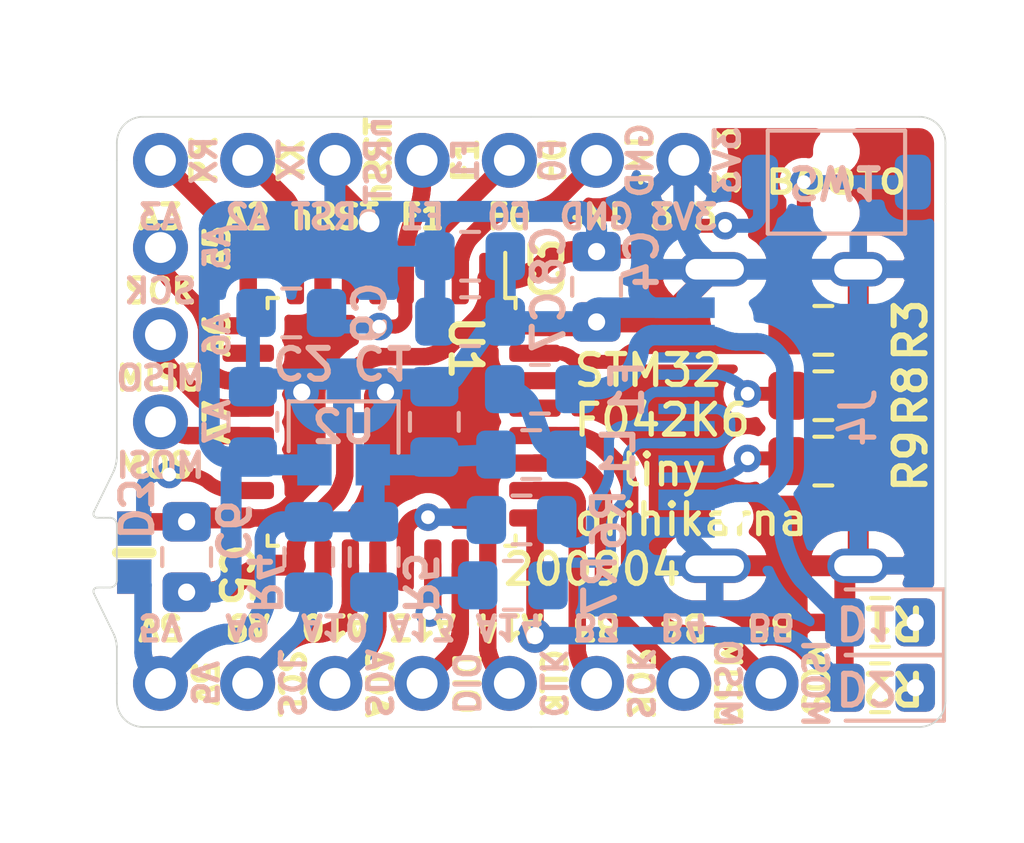
<source format=kicad_pcb>
(kicad_pcb (version 20171130) (host pcbnew "(5.1.5-0-10_14)")
  (layers (0 F.Cu signal) (31 B.Cu signal) (34 B.Paste user) (35 F.Paste user) (36 B.SilkS user) (37 F.SilkS user) (38 B.Mask user) (39 F.Mask user) (44 Edge.Cuts user))
  (net 0 "")
  (net 1 GND)
  (net 2 5V)
  (net 3 VCC)
  (net 4 NRST)
  (net 5 "Net-(F1-Pad2)")
  (net 6 VBUS)
  (net 7 PA3)
  (net 8 PA9)
  (net 9 PA10)
  (net 10 PA13)
  (net 11 PA14)
  (net 12 BOOT0)
  (net 13 "Net-(R7-Pad2)")
  (net 14 PB5)
  (net 15 PB4)
  (net 16 PB3)
  (net 17 PA2)
  (net 18 "Net-(U1-Pad30)")
  (net 19 "Net-(U1-Pad18)")
  (net 20 PF0)
  (net 21 PF1)
  (net 22 "Net-(J4-PadB5)")
  (net 23 "Net-(J4-PadA6)")
  (net 24 "Net-(J4-PadA8)")
  (net 25 "Net-(J4-PadA5)")
  (net 26 "Net-(J4-PadB8)")
  (net 27 "Net-(J4-PadA7)")
  (net 28 PA5)
  (net 29 PA6)
  (net 30 PA7)
  (net 31 PB1)
  (net 32 "Net-(U1-Pad14)")
  (net 33 "Net-(U1-Pad10)")
  (net 34 "Net-(U1-Pad7)")
  (net 35 "Net-(U1-Pad6)")
  (net 36 PA15)
  (net 37 "Net-(U1-Pad29)")
  (net 38 "Net-(D3-Pad1)")
  (net 39 "Net-(R6-Pad2)")
  (net 40 "Net-(D1-Pad1)")
  (net 41 "Net-(D2-Pad1)")
  (module key-parts:USB_C_Receptacle_Neltron_5077CR (layer B.Cu) (at 21.59 8.763 270)
    (fp_text reference J4 (at 0 0 90) (layer B.SilkS) (effects (justify mirror)))
    (fp_text value USB_C_Receptacle_USB2.0)
    (pad B1 smd rect (at 3.2 5 270) (size 0.6 1.64) (layers B.Cu B.Paste B.Mask) (net 1 GND))
    (pad B4 smd rect (at 2.4 5 270) (size 0.6 1.64) (layers B.Cu B.Paste B.Mask) (net 6 VBUS))
    (pad A1 smd rect (at -3.2 5 270) (size 0.6 1.64) (layers B.Cu B.Paste B.Mask) (net 1 GND))
    (pad A4 smd rect (at -2.4 5 270) (size 0.6 1.64) (layers B.Cu B.Paste B.Mask) (net 6 VBUS))
    (pad "" np_thru_hole circle (at -2.89 3.68 90) (size 0.65 0.65) (drill 0.65) (layers *.Cu *.Mask))
    (pad "" np_thru_hole circle (at 2.89 3.68 90) (size 0.65 0.65) (drill 0.65) (layers *.Cu *.Mask))
    (pad B5 smd rect (at 1.75 5 90) (size 0.3 1.64) (layers B.Cu B.Paste B.Mask) (net 22 "Net-(J4-PadB5)"))
    (pad B6 smd rect (at 0.75 5 90) (size 0.3 1.64) (layers B.Cu B.Paste B.Mask) (net 23 "Net-(J4-PadA6)"))
    (pad A8 smd rect (at 1.25 5 90) (size 0.3 1.64) (layers B.Cu B.Paste B.Mask) (net 24 "Net-(J4-PadA8)"))
    (pad A5 smd rect (at -1.25 5 90) (size 0.3 1.64) (layers B.Cu B.Paste B.Mask) (net 25 "Net-(J4-PadA5)"))
    (pad B8 smd rect (at -1.75 5 90) (size 0.3 1.64) (layers B.Cu B.Paste B.Mask) (net 26 "Net-(J4-PadB8)"))
    (pad A7 smd rect (at 0.25 5 90) (size 0.3 1.64) (layers B.Cu B.Paste B.Mask) (net 27 "Net-(J4-PadA7)"))
    (pad A6 smd rect (at -0.25 5 90) (size 0.3 1.64) (layers B.Cu B.Paste B.Mask) (net 23 "Net-(J4-PadA6)"))
    (pad B7 smd rect (at -0.75 5 90) (size 0.3 1.64) (layers B.Cu B.Paste B.Mask) (net 27 "Net-(J4-PadA7)"))
    (pad S3 thru_hole oval (at 4.32 0 180) (size 1.8 1) (drill oval 1.4 0.6) (layers *.Cu *.Mask) (net 1 GND))
    (pad S4 thru_hole oval (at -4.32 0 180) (size 1.8 1) (drill oval 1.4 0.6) (layers *.Cu *.Mask) (net 1 GND))
    (pad S2 thru_hole oval (at 4.32 4.18 180) (size 2.1 1) (drill oval 1.7 0.6) (layers *.Cu *.Mask) (net 1 GND))
    (pad S1 thru_hole oval (at -4.32 4.18 180) (size 2.1 1) (drill oval 1.7 0.6) (layers *.Cu *.Mask) (net 1 GND))
  )
  (module key-parts:WS2812B_2020_Vertical (layer B.Cu) (at 0.508 12.7)
    (fp_text reference D3 (at 0 -1.27 -90 unlocked) (layer B.SilkS) (effects (font (size 0.9 0.9) (thickness 0.1778)) (justify mirror)))
    (fp_text value SK6812-2020 hide)
    (pad 4 smd rect (at 0 0.7) (size 1 1) (layers B.Cu B.Paste B.Mask) (net 2 5V))
    (pad 3 smd rect (at 0 -0.7) (size 1 1) (layers B.Cu B.Paste B.Mask) (net 31 PB1))
    (pad 1 smd rect (at 0 0.7) (size 1 1) (layers F.Cu F.Paste F.Mask) (net 38 "Net-(D3-Pad1)"))
    (pad 2 smd rect (at 0 -0.7) (size 1 1) (layers F.Cu F.Paste F.Mask) (net 1 GND))
  )
  (module key-parts:AP7333 (layer B.Cu) (at 6.604 9.0424 90)
    (fp_text reference U2 (at 0 0 unlocked) (layer B.SilkS) (effects (font (size 0.9 0.9) (thickness 0.1778)) (justify mirror)))
    (fp_text value AP7333)
    (pad 3 smd rect (at 1.4 0 90) (size 1.2 1) (layers B.Cu B.Paste B.Mask) (net 1 GND))
    (pad 2 smd rect (at -1.1 -0.85 90) (size 1.2 1) (layers B.Cu B.Paste B.Mask) (net 3 VCC))
    (pad 1 smd rect (at -1.1 0.85 90) (size 1.2 1) (layers B.Cu B.Paste B.Mask) (net 2 5V))
  )
  (module Resistor_SMD:R_0805_2012Metric_Pad1.15x1.40mm_HandSolder (layer F.Cu) (at 20.574 8.128)
    (fp_text reference R8 (at 2.54 0 90 unlocked) (layer F.SilkS) (effects (font (size 0.9 0.9) (thickness 0.1778))))
    (fp_text value 5k1)
    (pad 2 smd roundrect (at 1.025 0) (size 1.15 1.4) (layers F.Cu F.Paste F.Mask) (roundrect_rratio 0.217391) (net 1 GND))
    (pad 1 smd roundrect (at -1.025 0) (size 1.15 1.4) (layers F.Cu F.Paste F.Mask) (roundrect_rratio 0.217391) (net 25 "Net-(J4-PadA5)"))
  )
  (module key-parts:PinHeader_1x03_P2.54mm_Vertical (layer F.Cu) (at 1.27 3.81)
    (fp_text reference J3 hide)
    (fp_text value Conn_01x03)
    (pad 3 thru_hole circle (at 0 5.08) (size 1.6 1.6) (drill 0.9) (layers *.Cu *.Mask) (net 30 PA7))
    (pad 2 thru_hole circle (at 0 2.54) (size 1.6 1.6) (drill 0.9) (layers *.Cu *.Mask) (net 29 PA6))
    (pad 1 thru_hole circle (at 0 0) (size 1.6 1.6) (drill 0.9) (layers *.Cu *.Mask) (net 28 PA5))
  )
  (module key-parts:PinHeader_1x08_P2.54mm_Vertical (layer F.Cu) (at 1.27 16.51 90)
    (fp_text reference J1 hide)
    (fp_text value Conn_01x08)
    (pad 8 thru_hole circle (at 0 17.78 90) (size 1.6 1.6) (drill 0.9) (layers *.Cu *.Mask) (net 14 PB5))
    (pad 7 thru_hole circle (at 0 15.24 90) (size 1.6 1.6) (drill 0.9) (layers *.Cu *.Mask) (net 15 PB4))
    (pad 6 thru_hole circle (at 0 12.7 90) (size 1.6 1.6) (drill 0.9) (layers *.Cu *.Mask) (net 16 PB3))
    (pad 5 thru_hole circle (at 0 10.16 90) (size 1.6 1.6) (drill 0.9) (layers *.Cu *.Mask) (net 11 PA14))
    (pad 4 thru_hole circle (at 0 7.62 90) (size 1.6 1.6) (drill 0.9) (layers *.Cu *.Mask) (net 10 PA13))
    (pad 3 thru_hole circle (at 0 5.08 90) (size 1.6 1.6) (drill 0.9) (layers *.Cu *.Mask) (net 9 PA10))
    (pad 2 thru_hole circle (at 0 2.54 90) (size 1.6 1.6) (drill 0.9) (layers *.Cu *.Mask) (net 8 PA9))
    (pad 1 thru_hole circle (at 0 0 90) (size 1.6 1.6) (drill 0.9) (layers *.Cu *.Mask) (net 2 5V))
  )
  (module key-parts:SW_SMD_5x3 (layer B.Cu) (at 20.955 1.905 270)
    (fp_text reference SW1 (at 0 0 180 unlocked) (layer B.SilkS) (effects (font (size 0.9 0.9) (thickness 0.1778)) (justify mirror)))
    (fp_text value SW_Push)
    (pad 2 smd roundrect (at 0 -2.225 90) (size 1.6 1.05) (layers B.Cu B.Paste B.Mask) (net 12 BOOT0))
    (pad 1 smd roundrect (at 0 2.225 90) (size 1.6 1.05) (layers B.Cu B.Paste B.Mask) (net 3 VCC))
    (pad "" np_thru_hole circle (at -0.9 0 270) (size 0.75 0.75) (drill 0.75) (layers *.Cu *.Mask))
    (pad "" np_thru_hole circle (at 0.9 0 270) (size 0.75 0.75) (drill 0.75) (layers *.Cu *.Mask))
  )
  (module key-parts:PinHeader_1x07_P2.54mm_Vertical (layer F.Cu) (at 1.27 1.27 90)
    (fp_text reference J2 hide)
    (fp_text value Conn_01x07)
    (pad 7 thru_hole circle (at 0 15.24 90) (size 1.6 1.6) (drill 0.9) (layers *.Cu *.Mask) (net 1 GND))
    (pad 6 thru_hole circle (at 0 12.7 90) (size 1.6 1.6) (drill 0.9) (layers *.Cu *.Mask) (net 20 PF0))
    (pad 5 thru_hole circle (at 0 10.16 90) (size 1.6 1.6) (drill 0.9) (layers *.Cu *.Mask) (net 21 PF1))
    (pad 4 thru_hole circle (at 0 7.62 90) (size 1.6 1.6) (drill 0.9) (layers *.Cu *.Mask) (net 4 NRST))
    (pad 3 thru_hole circle (at 0 5.08 90) (size 1.6 1.6) (drill 0.9) (layers *.Cu *.Mask) (net 3 VCC))
    (pad 2 thru_hole circle (at 0 2.54 90) (size 1.6 1.6) (drill 0.9) (layers *.Cu *.Mask) (net 17 PA2))
    (pad 1 thru_hole circle (at 0 0 90) (size 1.6 1.6) (drill 0.9) (layers *.Cu *.Mask) (net 7 PA3))
  )
  (module Package_QFP:LQFP-32_7x7mm_P0.8mm (layer F.Cu) (at 8.001 8.89 270)
    (fp_text reference U1 (at -2.15646 -2.15646 270 unlocked) (layer F.SilkS) (effects (font (size 0.9 0.9) (thickness 0.1778))))
    (fp_text value STM32F042K6Tx)
    (pad 32 smd roundrect (at -2.8 -4.175 270) (size 0.5 1.5) (layers F.Cu F.Paste F.Mask) (net 1 GND))
    (pad 31 smd roundrect (at -2 -4.175 270) (size 0.5 1.5) (layers F.Cu F.Paste F.Mask) (net 12 BOOT0))
    (pad 30 smd roundrect (at -1.2 -4.175 270) (size 0.5 1.5) (layers F.Cu F.Paste F.Mask) (net 18 "Net-(U1-Pad30)"))
    (pad 29 smd roundrect (at -0.4 -4.175 270) (size 0.5 1.5) (layers F.Cu F.Paste F.Mask) (net 37 "Net-(U1-Pad29)"))
    (pad 28 smd roundrect (at 0.4 -4.175 270) (size 0.5 1.5) (layers F.Cu F.Paste F.Mask) (net 14 PB5))
    (pad 27 smd roundrect (at 1.2 -4.175 270) (size 0.5 1.5) (layers F.Cu F.Paste F.Mask) (net 15 PB4))
    (pad 26 smd roundrect (at 2 -4.175 270) (size 0.5 1.5) (layers F.Cu F.Paste F.Mask) (net 16 PB3))
    (pad 25 smd roundrect (at 2.8 -4.175 270) (size 0.5 1.5) (layers F.Cu F.Paste F.Mask) (net 36 PA15))
    (pad 24 smd roundrect (at 4.175 -2.8 270) (size 1.5 0.5) (layers F.Cu F.Paste F.Mask) (net 11 PA14))
    (pad 23 smd roundrect (at 4.175 -2 270) (size 1.5 0.5) (layers F.Cu F.Paste F.Mask) (net 10 PA13))
    (pad 22 smd roundrect (at 4.175 -1.2 270) (size 1.5 0.5) (layers F.Cu F.Paste F.Mask) (net 13 "Net-(R7-Pad2)"))
    (pad 21 smd roundrect (at 4.175 -0.4 270) (size 1.5 0.5) (layers F.Cu F.Paste F.Mask) (net 39 "Net-(R6-Pad2)"))
    (pad 20 smd roundrect (at 4.175 0.4 270) (size 1.5 0.5) (layers F.Cu F.Paste F.Mask) (net 9 PA10))
    (pad 19 smd roundrect (at 4.175 1.2 270) (size 1.5 0.5) (layers F.Cu F.Paste F.Mask) (net 8 PA9))
    (pad 18 smd roundrect (at 4.175 2 270) (size 1.5 0.5) (layers F.Cu F.Paste F.Mask) (net 19 "Net-(U1-Pad18)"))
    (pad 17 smd roundrect (at 4.175 2.8 270) (size 1.5 0.5) (layers F.Cu F.Paste F.Mask) (net 3 VCC))
    (pad 16 smd roundrect (at 2.8 4.175 270) (size 0.5 1.5) (layers F.Cu F.Paste F.Mask) (net 1 GND))
    (pad 15 smd roundrect (at 2 4.175 270) (size 0.5 1.5) (layers F.Cu F.Paste F.Mask) (net 31 PB1))
    (pad 14 smd roundrect (at 1.2 4.175 270) (size 0.5 1.5) (layers F.Cu F.Paste F.Mask) (net 32 "Net-(U1-Pad14)"))
    (pad 13 smd roundrect (at 0.4 4.175 270) (size 0.5 1.5) (layers F.Cu F.Paste F.Mask) (net 30 PA7))
    (pad 12 smd roundrect (at -0.4 4.175 270) (size 0.5 1.5) (layers F.Cu F.Paste F.Mask) (net 29 PA6))
    (pad 11 smd roundrect (at -1.2 4.175 270) (size 0.5 1.5) (layers F.Cu F.Paste F.Mask) (net 28 PA5))
    (pad 10 smd roundrect (at -2 4.175 270) (size 0.5 1.5) (layers F.Cu F.Paste F.Mask) (net 33 "Net-(U1-Pad10)"))
    (pad 9 smd roundrect (at -2.8 4.175 270) (size 0.5 1.5) (layers F.Cu F.Paste F.Mask) (net 7 PA3))
    (pad 8 smd roundrect (at -4.175 2.8 270) (size 1.5 0.5) (layers F.Cu F.Paste F.Mask) (net 17 PA2))
    (pad 7 smd roundrect (at -4.175 2 270) (size 1.5 0.5) (layers F.Cu F.Paste F.Mask) (net 34 "Net-(U1-Pad7)"))
    (pad 6 smd roundrect (at -4.175 1.2 270) (size 1.5 0.5) (layers F.Cu F.Paste F.Mask) (net 35 "Net-(U1-Pad6)"))
    (pad 5 smd roundrect (at -4.175 0.4 270) (size 1.5 0.5) (layers F.Cu F.Paste F.Mask) (net 3 VCC))
    (pad 4 smd roundrect (at -4.175 -0.4 270) (size 1.5 0.5) (layers F.Cu F.Paste F.Mask) (net 4 NRST))
    (pad 3 smd roundrect (at -4.175 -1.2 270) (size 1.5 0.5) (layers F.Cu F.Paste F.Mask) (net 21 PF1))
    (pad 2 smd roundrect (at -4.175 -2 270) (size 1.5 0.5) (layers F.Cu F.Paste F.Mask) (net 20 PF0))
    (pad 1 smd roundrect (at -4.175 -2.8 270) (size 1.5 0.5) (layers F.Cu F.Paste F.Mask) (net 3 VCC))
  )
  (module Resistor_SMD:R_0805_2012Metric_Pad1.15x1.40mm_HandSolder (layer F.Cu) (at 20.574 10.033)
    (fp_text reference R9 (at 2.54 0 90 unlocked) (layer F.SilkS) (effects (font (size 0.9 0.9) (thickness 0.1778))))
    (fp_text value 5k1)
    (pad 2 smd roundrect (at 1.025 0) (size 1.15 1.4) (layers F.Cu F.Paste F.Mask) (roundrect_rratio 0.217391) (net 1 GND))
    (pad 1 smd roundrect (at -1.025 0) (size 1.15 1.4) (layers F.Cu F.Paste F.Mask) (roundrect_rratio 0.217391) (net 22 "Net-(J4-PadB5)"))
  )
  (module Resistor_SMD:R_0805_2012Metric_Pad1.15x1.40mm_HandSolder (layer B.Cu) (at 11.5316 13.6525 180)
    (fp_text reference R7 (at -2.54 0 90 unlocked) (layer B.SilkS) (effects (font (size 0.9 0.9) (thickness 0.1778)) (justify mirror)))
    (fp_text value 22)
    (pad 2 smd roundrect (at 1.025 0 180) (size 1.15 1.4) (layers B.Cu B.Paste B.Mask) (roundrect_rratio 0.217391) (net 13 "Net-(R7-Pad2)"))
    (pad 1 smd roundrect (at -1.025 0 180) (size 1.15 1.4) (layers B.Cu B.Paste B.Mask) (roundrect_rratio 0.217391) (net 23 "Net-(J4-PadA6)"))
  )
  (module Resistor_SMD:R_0805_2012Metric_Pad1.15x1.40mm_HandSolder (layer B.Cu) (at 11.7856 11.7475 180)
    (fp_text reference R6 (at -2.54 0 90 unlocked) (layer B.SilkS) (effects (font (size 0.9 0.9) (thickness 0.1778)) (justify mirror)))
    (fp_text value 22)
    (pad 2 smd roundrect (at 1.025 0 180) (size 1.15 1.4) (layers B.Cu B.Paste B.Mask) (roundrect_rratio 0.217391) (net 39 "Net-(R6-Pad2)"))
    (pad 1 smd roundrect (at -1.025 0 180) (size 1.15 1.4) (layers B.Cu B.Paste B.Mask) (roundrect_rratio 0.217391) (net 27 "Net-(J4-PadA7)"))
  )
  (module Resistor_SMD:R_0805_2012Metric_Pad1.15x1.40mm_HandSolder (layer B.Cu) (at 7.493 12.827 90)
    (fp_text reference R5 (at -0.762 1.3208 270 unlocked) (layer B.SilkS) (effects (font (size 0.9 0.9) (thickness 0.1778)) (justify mirror)))
    (fp_text value 2K2)
    (pad 2 smd roundrect (at 1.025 0 90) (size 1.15 1.4) (layers B.Cu B.Paste B.Mask) (roundrect_rratio 0.217391) (net 2 5V))
    (pad 1 smd roundrect (at -1.025 0 90) (size 1.15 1.4) (layers B.Cu B.Paste B.Mask) (roundrect_rratio 0.217391) (net 9 PA10))
  )
  (module Resistor_SMD:R_0805_2012Metric_Pad1.15x1.40mm_HandSolder (layer B.Cu) (at 5.588 12.827 90)
    (fp_text reference R4 (at -0.762 -1.3208 270 unlocked) (layer B.SilkS) (effects (font (size 0.9 0.9) (thickness 0.1778)) (justify mirror)))
    (fp_text value 2K2)
    (pad 2 smd roundrect (at 1.025 0 90) (size 1.15 1.4) (layers B.Cu B.Paste B.Mask) (roundrect_rratio 0.217391) (net 2 5V))
    (pad 1 smd roundrect (at -1.025 0 90) (size 1.15 1.4) (layers B.Cu B.Paste B.Mask) (roundrect_rratio 0.217391) (net 8 PA9))
  )
  (module Resistor_SMD:R_0805_2012Metric_Pad1.15x1.40mm_HandSolder (layer F.Cu) (at 20.574 6.223)
    (fp_text reference R3 (at 2.54 0 90 unlocked) (layer F.SilkS) (effects (font (size 0.9 0.9) (thickness 0.1778))))
    (fp_text value 10K)
    (pad 2 smd roundrect (at 1.025 0) (size 1.15 1.4) (layers F.Cu F.Paste F.Mask) (roundrect_rratio 0.217391) (net 1 GND))
    (pad 1 smd roundrect (at -1.025 0) (size 1.15 1.4) (layers F.Cu F.Paste F.Mask) (roundrect_rratio 0.217391) (net 12 BOOT0))
  )
  (module Resistor_SMD:R_0805_2012Metric_Pad1.15x1.40mm_HandSolder (layer F.Cu) (at 22.225 16.637 180)
    (fp_text reference R2 (at -0.381 0 180 unlocked) (layer F.SilkS) (effects (font (size 0.9 0.9) (thickness 0.1778))))
    (fp_text value 330)
    (pad 2 smd roundrect (at 1.025 0 180) (size 1.15 1.4) (layers F.Cu F.Paste F.Mask) (roundrect_rratio 0.217391) (net 1 GND))
    (pad 1 smd roundrect (at -1.025 0 180) (size 1.15 1.4) (layers F.Cu F.Paste F.Mask) (roundrect_rratio 0.217391) (net 41 "Net-(D2-Pad1)"))
  )
  (module Resistor_SMD:R_0805_2012Metric_Pad1.15x1.40mm_HandSolder (layer F.Cu) (at 22.225 14.732 180)
    (fp_text reference R1 (at -0.381 0 180 unlocked) (layer F.SilkS) (effects (font (size 0.9 0.9) (thickness 0.1778))))
    (fp_text value 1K5)
    (pad 2 smd roundrect (at 1.025 0 180) (size 1.15 1.4) (layers F.Cu F.Paste F.Mask) (roundrect_rratio 0.217391) (net 1 GND))
    (pad 1 smd roundrect (at -1.025 0 180) (size 1.15 1.4) (layers F.Cu F.Paste F.Mask) (roundrect_rratio 0.217391) (net 40 "Net-(D1-Pad1)"))
  )
  (module Inductor_SMD:L_0805_2012Metric_Pad1.15x1.40mm_HandSolder (layer B.Cu) (at 12.065 9.8425)
    (fp_text reference L1 (at 2.54 0 90 unlocked) (layer B.SilkS) (effects (font (size 0.9 0.9) (thickness 0.1778)) (justify mirror)))
    (fp_text value BLM21)
    (pad 2 smd roundrect (at 1.025 0) (size 1.15 1.4) (layers B.Cu B.Paste B.Mask) (roundrect_rratio 0.217391) (net 5 "Net-(F1-Pad2)"))
    (pad 1 smd roundrect (at -1.025 0) (size 1.15 1.4) (layers B.Cu B.Paste B.Mask) (roundrect_rratio 0.217391) (net 2 5V))
  )
  (module Fuse:Fuse_0805_2012Metric_Pad1.15x1.40mm_HandSolder (layer B.Cu) (at 12.319 7.9375 180)
    (fp_text reference F1 (at -2.54 0 90 unlocked) (layer B.SilkS) (effects (font (size 0.9 0.9) (thickness 0.1778)) (justify mirror)))
    (fp_text value Polyfuse)
    (pad 2 smd roundrect (at 1.025 0 180) (size 1.15 1.4) (layers B.Cu B.Paste B.Mask) (roundrect_rratio 0.217391) (net 5 "Net-(F1-Pad2)"))
    (pad 1 smd roundrect (at -1.025 0 180) (size 1.15 1.4) (layers B.Cu B.Paste B.Mask) (roundrect_rratio 0.217391) (net 6 VBUS))
  )
  (module Diode_SMD:D_0805_2012Metric_Pad1.15x1.40mm_HandSolder (layer B.Cu) (at 22.225 16.637 180)
    (fp_text reference D2 (at 0.381 0 180 unlocked) (layer B.SilkS) (effects (font (size 0.9 0.9) (thickness 0.1778)) (justify mirror)))
    (fp_text value LED)
    (pad 2 smd roundrect (at 1.025 0 180) (size 1.15 1.4) (layers B.Cu B.Paste B.Mask) (roundrect_rratio 0.217391) (net 36 PA15))
    (pad 1 smd roundrect (at -1.025 0 180) (size 1.15 1.4) (layers B.Cu B.Paste B.Mask) (roundrect_rratio 0.217391) (net 41 "Net-(D2-Pad1)"))
  )
  (module Diode_SMD:D_0805_2012Metric_Pad1.15x1.40mm_HandSolder (layer B.Cu) (at 22.225 14.732 180)
    (fp_text reference D1 (at 0.381 0 180 unlocked) (layer B.SilkS) (effects (font (size 0.9 0.9) (thickness 0.1778)) (justify mirror)))
    (fp_text value PW_LED)
    (pad 2 smd roundrect (at 1.025 0 180) (size 1.15 1.4) (layers B.Cu B.Paste B.Mask) (roundrect_rratio 0.217391) (net 6 VBUS))
    (pad 1 smd roundrect (at -1.025 0 180) (size 1.15 1.4) (layers B.Cu B.Paste B.Mask) (roundrect_rratio 0.217391) (net 40 "Net-(D1-Pad1)"))
  )
  (module Capacitor_SMD:C_0805_2012Metric_Pad1.15x1.40mm_HandSolder (layer B.Cu) (at 5.08 5.715 180)
    (fp_text reference C9 (at -2.286 0 90 unlocked) (layer B.SilkS) (effects (font (size 0.9 0.9) (thickness 0.1778)) (justify mirror)))
    (fp_text value 0.1uF)
    (pad 2 smd roundrect (at 1.025 0 180) (size 1.15 1.4) (layers B.Cu B.Paste B.Mask) (roundrect_rratio 0.217391) (net 1 GND))
    (pad 1 smd roundrect (at -1.025 0 180) (size 1.15 1.4) (layers B.Cu B.Paste B.Mask) (roundrect_rratio 0.217391) (net 4 NRST))
  )
  (module Capacitor_SMD:C_0805_2012Metric_Pad1.15x1.40mm_HandSolder (layer B.Cu) (at 10.287 4.064)
    (fp_text reference C8 (at 2.286 0 90 unlocked) (layer B.SilkS) (effects (font (size 0.9 0.9) (thickness 0.1778)) (justify mirror)))
    (fp_text value 1uF)
    (pad 2 smd roundrect (at 1.025 0) (size 1.15 1.4) (layers B.Cu B.Paste B.Mask) (roundrect_rratio 0.217391) (net 1 GND))
    (pad 1 smd roundrect (at -1.025 0) (size 1.15 1.4) (layers B.Cu B.Paste B.Mask) (roundrect_rratio 0.217391) (net 3 VCC))
  )
  (module Capacitor_SMD:C_0805_2012Metric_Pad1.15x1.40mm_HandSolder (layer B.Cu) (at 10.287 5.969)
    (fp_text reference C7 (at 2.286 0 90 unlocked) (layer B.SilkS) (effects (font (size 0.9 0.9) (thickness 0.1778)) (justify mirror)))
    (fp_text value 0.01uF)
    (pad 2 smd roundrect (at 1.025 0) (size 1.15 1.4) (layers B.Cu B.Paste B.Mask) (roundrect_rratio 0.217391) (net 1 GND))
    (pad 1 smd roundrect (at -1.025 0) (size 1.15 1.4) (layers B.Cu B.Paste B.Mask) (roundrect_rratio 0.217391) (net 3 VCC))
  )
  (module Capacitor_SMD:C_0805_2012Metric_Pad1.15x1.40mm_HandSolder (layer B.Cu) (at 2.032 12.827 90)
    (fp_text reference C6 (at 0.762 1.3208 270 unlocked) (layer B.SilkS) (effects (font (size 0.9 0.9) (thickness 0.1778)) (justify mirror)))
    (fp_text value 4.7uF)
    (pad 2 smd roundrect (at 1.025 0 90) (size 1.15 1.4) (layers B.Cu B.Paste B.Mask) (roundrect_rratio 0.217391) (net 1 GND))
    (pad 1 smd roundrect (at -1.025 0 90) (size 1.15 1.4) (layers B.Cu B.Paste B.Mask) (roundrect_rratio 0.217391) (net 3 VCC))
  )
  (module Capacitor_SMD:C_0805_2012Metric_Pad1.15x1.40mm_HandSolder (layer F.Cu) (at 2.032 12.827 90)
    (fp_text reference C5 (at -0.5207 1.43256 270 unlocked) (layer F.SilkS) (effects (font (size 0.9 0.9) (thickness 0.1778))))
    (fp_text value 0.1uF)
    (pad 2 smd roundrect (at 1.025 0 90) (size 1.15 1.4) (layers F.Cu F.Paste F.Mask) (roundrect_rratio 0.217391) (net 1 GND))
    (pad 1 smd roundrect (at -1.025 0 90) (size 1.15 1.4) (layers F.Cu F.Paste F.Mask) (roundrect_rratio 0.217391) (net 3 VCC))
  )
  (module Capacitor_SMD:C_0805_2012Metric_Pad1.15x1.40mm_HandSolder (layer B.Cu) (at 13.97 4.953 270)
    (fp_text reference C4 (at -0.762 -1.3208 90 unlocked) (layer B.SilkS) (effects (font (size 0.9 0.9) (thickness 0.1778)) (justify mirror)))
    (fp_text value 4.7uF)
    (pad 2 smd roundrect (at 1.025 0 270) (size 1.15 1.4) (layers B.Cu B.Paste B.Mask) (roundrect_rratio 0.217391) (net 1 GND))
    (pad 1 smd roundrect (at -1.025 0 270) (size 1.15 1.4) (layers B.Cu B.Paste B.Mask) (roundrect_rratio 0.217391) (net 3 VCC))
  )
  (module Capacitor_SMD:C_0805_2012Metric_Pad1.15x1.40mm_HandSolder (layer F.Cu) (at 13.97 4.953 270)
    (fp_text reference C3 (at -0.5207 1.43256 90 unlocked) (layer F.SilkS) (effects (font (size 0.9 0.9) (thickness 0.1778))))
    (fp_text value 0.1uF)
    (pad 2 smd roundrect (at 1.025 0 270) (size 1.15 1.4) (layers F.Cu F.Paste F.Mask) (roundrect_rratio 0.217391) (net 1 GND))
    (pad 1 smd roundrect (at -1.025 0 270) (size 1.15 1.4) (layers F.Cu F.Paste F.Mask) (roundrect_rratio 0.217391) (net 3 VCC))
  )
  (module Capacitor_SMD:C_0805_2012Metric_Pad1.15x1.40mm_HandSolder (layer B.Cu) (at 3.9624 8.89 90)
    (fp_text reference C2 (at 1.75006 1.47066 180 unlocked) (layer B.SilkS) (effects (font (size 0.9 0.9) (thickness 0.1778)) (justify mirror)))
    (fp_text value 10uF)
    (pad 2 smd roundrect (at 1.025 0 90) (size 1.15 1.4) (layers B.Cu B.Paste B.Mask) (roundrect_rratio 0.217391) (net 1 GND))
    (pad 1 smd roundrect (at -1.025 0 90) (size 1.15 1.4) (layers B.Cu B.Paste B.Mask) (roundrect_rratio 0.217391) (net 3 VCC))
  )
  (module Capacitor_SMD:C_0805_2012Metric_Pad1.15x1.40mm_HandSolder (layer B.Cu) (at 9.2456 8.89 90)
    (fp_text reference C1 (at 1.75006 -1.47066 180 unlocked) (layer B.SilkS) (effects (font (size 0.9 0.9) (thickness 0.1778)) (justify mirror)))
    (fp_text value 1uF)
    (pad 2 smd roundrect (at 1.025 0 90) (size 1.15 1.4) (layers B.Cu B.Paste B.Mask) (roundrect_rratio 0.217391) (net 1 GND))
    (pad 1 smd roundrect (at -1.025 0 90) (size 1.15 1.4) (layers B.Cu B.Paste B.Mask) (roundrect_rratio 0.217391) (net 2 5V))
  )
  (gr_text BOOT0 (at 20.955 1.905) (layer F.SilkS) (effects (font (size 0.65 0.85) (thickness 0.1524))))
  (gr_text MOSI (at 20.32 16.51 -90) (layer B.SilkS) (effects (font (size 0.7 0.7) (thickness 0.1524)) (justify mirror)))
  (gr_text B5 (at 19.05 14.859 180) (layer B.SilkS) (effects (font (size 0.7 0.7) (thickness 0.1524)) (justify mirror)))
  (gr_text MOSI (at 20.32 16.51 -90) (layer F.SilkS) (effects (font (size 0.7 0.7) (thickness 0.1524))))
  (gr_text B5 (at 19.05 14.859 180) (layer F.SilkS) (effects (font (size 0.7 0.7) (thickness 0.1524))))
  (gr_text MISO (at 17.78 16.51 -90) (layer B.SilkS) (effects (font (size 0.7 0.7) (thickness 0.1524)) (justify mirror)))
  (gr_text B4 (at 16.51 14.859 180) (layer B.SilkS) (effects (font (size 0.7 0.7) (thickness 0.1524)) (justify mirror)))
  (gr_text MISO (at 17.78 16.51 -90) (layer F.SilkS) (effects (font (size 0.7 0.7) (thickness 0.1524))))
  (gr_text B4 (at 16.51 14.859 180) (layer F.SilkS) (effects (font (size 0.7 0.7) (thickness 0.1524))))
  (gr_text SCK (at 15.24 16.51 -90) (layer B.SilkS) (effects (font (size 0.7 0.7) (thickness 0.1524)) (justify mirror)))
  (gr_text B3 (at 13.97 14.859 180) (layer B.SilkS) (effects (font (size 0.7 0.7) (thickness 0.1524)) (justify mirror)))
  (gr_text SCK (at 15.24 16.51 -90) (layer F.SilkS) (effects (font (size 0.7 0.7) (thickness 0.1524))))
  (gr_text B3 (at 13.97 14.859 180) (layer F.SilkS) (effects (font (size 0.7 0.7) (thickness 0.1524))))
  (gr_text CLK (at 12.7 16.51 -90) (layer B.SilkS) (effects (font (size 0.7 0.7) (thickness 0.1524)) (justify mirror)))
  (gr_text A14 (at 11.43 14.859 180) (layer B.SilkS) (effects (font (size 0.7 0.7) (thickness 0.1524)) (justify mirror)))
  (gr_text CLK (at 12.7 16.51 -90) (layer F.SilkS) (effects (font (size 0.7 0.7) (thickness 0.1524))))
  (gr_text A14 (at 11.43 14.859 180) (layer F.SilkS) (effects (font (size 0.7 0.7) (thickness 0.1524))))
  (gr_text DIO (at 10.16 16.51 -90) (layer B.SilkS) (effects (font (size 0.7 0.7) (thickness 0.1524)) (justify mirror)))
  (gr_text A13 (at 8.89 14.859 180) (layer B.SilkS) (effects (font (size 0.7 0.7) (thickness 0.1524)) (justify mirror)))
  (gr_text DIO (at 10.16 16.51 -90) (layer F.SilkS) (effects (font (size 0.7 0.7) (thickness 0.1524))))
  (gr_text A13 (at 8.89 14.859 180) (layer F.SilkS) (effects (font (size 0.7 0.7) (thickness 0.1524))))
  (gr_text SDA (at 7.62 16.51 -90) (layer B.SilkS) (effects (font (size 0.7 0.7) (thickness 0.1524)) (justify mirror)))
  (gr_text A10 (at 6.35 14.859 180) (layer B.SilkS) (effects (font (size 0.7 0.7) (thickness 0.1524)) (justify mirror)))
  (gr_text SDA (at 7.62 16.51 -90) (layer F.SilkS) (effects (font (size 0.7 0.7) (thickness 0.1524))))
  (gr_text A10 (at 6.35 14.859 180) (layer F.SilkS) (effects (font (size 0.7 0.7) (thickness 0.1524))))
  (gr_text SCL (at 5.08 16.51 -90) (layer B.SilkS) (effects (font (size 0.7 0.7) (thickness 0.1524)) (justify mirror)))
  (gr_text A9 (at 3.81 14.859 180) (layer B.SilkS) (effects (font (size 0.7 0.7) (thickness 0.1524)) (justify mirror)))
  (gr_text SCL (at 5.08 16.51 -90) (layer F.SilkS) (effects (font (size 0.7 0.7) (thickness 0.1524))))
  (gr_text A9 (at 3.81 14.859 180) (layer F.SilkS) (effects (font (size 0.7 0.7) (thickness 0.1524))))
  (gr_text 5V (at 2.54 16.51 -90) (layer B.SilkS) (effects (font (size 0.7 0.7) (thickness 0.1524)) (justify mirror)))
  (gr_text 5V (at 1.27 14.859 180) (layer B.SilkS) (effects (font (size 0.7 0.7) (thickness 0.1524)) (justify mirror)))
  (gr_text 5V (at 2.54 16.51 -90) (layer F.SilkS) (effects (font (size 0.7 0.7) (thickness 0.1524))))
  (gr_text 5V (at 1.27 14.859 180) (layer F.SilkS) (effects (font (size 0.7 0.7) (thickness 0.1524))))
  (gr_text 3V3 (at 17.78 1.27 90) (layer B.SilkS) (effects (font (size 0.7 0.7) (thickness 0.1524)) (justify mirror)))
  (gr_text 3V3 (at 16.51 2.921) (layer B.SilkS) (effects (font (size 0.7 0.7) (thickness 0.1524)) (justify mirror)))
  (gr_text 3V3 (at 17.78 1.27 90) (layer F.SilkS) (effects (font (size 0.7 0.7) (thickness 0.1524))))
  (gr_text 3V3 (at 16.51 2.921) (layer F.SilkS) (effects (font (size 0.7 0.7) (thickness 0.1524))))
  (gr_text GND (at 15.24 1.27 90) (layer B.SilkS) (effects (font (size 0.7 0.7) (thickness 0.1524)) (justify mirror)))
  (gr_text GND (at 13.97 2.921) (layer B.SilkS) (effects (font (size 0.7 0.7) (thickness 0.1524)) (justify mirror)))
  (gr_text GND (at 15.24 1.27 90) (layer F.SilkS) (effects (font (size 0.7 0.7) (thickness 0.1524))))
  (gr_text GND (at 13.97 2.921) (layer F.SilkS) (effects (font (size 0.7 0.7) (thickness 0.1524))))
  (gr_text F0 (at 12.7 1.27 90) (layer B.SilkS) (effects (font (size 0.7 0.7) (thickness 0.1524)) (justify mirror)))
  (gr_text F0 (at 11.43 2.921) (layer B.SilkS) (effects (font (size 0.7 0.7) (thickness 0.1524)) (justify mirror)))
  (gr_text F0 (at 12.7 1.27 90) (layer F.SilkS) (effects (font (size 0.7 0.7) (thickness 0.1524))))
  (gr_text F0 (at 11.43 2.921) (layer F.SilkS) (effects (font (size 0.7 0.7) (thickness 0.1524))))
  (gr_text F1 (at 10.16 1.27 90) (layer B.SilkS) (effects (font (size 0.7 0.7) (thickness 0.1524)) (justify mirror)))
  (gr_text F1 (at 8.89 2.921) (layer B.SilkS) (effects (font (size 0.7 0.7) (thickness 0.1524)) (justify mirror)))
  (gr_text F1 (at 10.16 1.27 90) (layer F.SilkS) (effects (font (size 0.7 0.7) (thickness 0.1524))))
  (gr_text F1 (at 8.89 2.921) (layer F.SilkS) (effects (font (size 0.7 0.7) (thickness 0.1524))))
  (gr_text nRST (at 7.62 1.27 90) (layer B.SilkS) (effects (font (size 0.7 0.7) (thickness 0.1524)) (justify mirror)))
  (gr_text nRST (at 6.35 2.921) (layer B.SilkS) (effects (font (size 0.7 0.7) (thickness 0.1524)) (justify mirror)))
  (gr_text nRST (at 7.62 1.27 90) (layer F.SilkS) (effects (font (size 0.7 0.7) (thickness 0.1524))))
  (gr_text nRST (at 6.35 2.921) (layer F.SilkS) (effects (font (size 0.7 0.7) (thickness 0.1524))))
  (gr_text TX (at 5.08 1.27 90) (layer B.SilkS) (effects (font (size 0.7 0.7) (thickness 0.1524)) (justify mirror)))
  (gr_text A2 (at 3.81 2.921) (layer B.SilkS) (effects (font (size 0.7 0.7) (thickness 0.1524)) (justify mirror)))
  (gr_text TX (at 5.08 1.27 90) (layer F.SilkS) (effects (font (size 0.7 0.7) (thickness 0.1524))))
  (gr_text A2 (at 3.81 2.921) (layer F.SilkS) (effects (font (size 0.7 0.7) (thickness 0.1524))))
  (gr_text RX (at 2.54 1.27 90) (layer B.SilkS) (effects (font (size 0.7 0.7) (thickness 0.1524)) (justify mirror)))
  (gr_text A3 (at 1.27 2.921) (layer B.SilkS) (effects (font (size 0.7 0.7) (thickness 0.1524)) (justify mirror)))
  (gr_text RX (at 2.54 1.27 90) (layer F.SilkS) (effects (font (size 0.7 0.7) (thickness 0.1524))))
  (gr_text A3 (at 1.27 2.921) (layer F.SilkS) (effects (font (size 0.7 0.7) (thickness 0.1524))))
  (gr_text MOSI (at 1.27 10.16) (layer B.SilkS) (effects (font (size 0.7 0.7) (thickness 0.1524)) (justify mirror)))
  (gr_text A7 (at 2.921 8.89 90) (layer B.SilkS) (effects (font (size 0.7 0.7) (thickness 0.1524)) (justify mirror)))
  (gr_text MOSI (at 1.27 10.16) (layer F.SilkS) (effects (font (size 0.7 0.7) (thickness 0.1524))))
  (gr_text A7 (at 2.921 8.89 90) (layer F.SilkS) (effects (font (size 0.7 0.7) (thickness 0.1524))))
  (gr_text MISO (at 1.27 7.62) (layer B.SilkS) (effects (font (size 0.7 0.7) (thickness 0.1524)) (justify mirror)))
  (gr_text A6 (at 2.921 6.35 90) (layer B.SilkS) (effects (font (size 0.7 0.7) (thickness 0.1524)) (justify mirror)))
  (gr_text MISO (at 1.27 7.62) (layer F.SilkS) (effects (font (size 0.7 0.7) (thickness 0.1524))))
  (gr_text A6 (at 2.921 6.35 90) (layer F.SilkS) (effects (font (size 0.7 0.7) (thickness 0.1524))))
  (gr_text SCK (at 1.27 5.08) (layer B.SilkS) (effects (font (size 0.7 0.7) (thickness 0.1524)) (justify mirror)))
  (gr_text A5 (at 2.921 3.81 90) (layer B.SilkS) (effects (font (size 0.7 0.7) (thickness 0.1524)) (justify mirror)))
  (gr_text SCK (at 1.27 5.08) (layer F.SilkS) (effects (font (size 0.7 0.7) (thickness 0.1524))))
  (gr_text A5 (at 2.921 3.81 90) (layer F.SilkS) (effects (font (size 0.7 0.7) (thickness 0.1524))))
  (gr_text "   STM32\n   F042K6\n     tiny\n   orihikarna\n200904" (at 11.176 10.287) (layer F.SilkS) (effects (font (size 0.9 0.9) (thickness 0.1524)) (justify left)))
  (gr_line (start 0 9.912223) (end 0 1.27) (layer Edge.Cuts) (width 0.0508))
  (gr_line (start -0.000127 9.923551) (end 0 9.912223) (layer Edge.Cuts) (width 0.0508))
  (gr_line (start -0.000457 9.935184) (end -0.000127 9.923551) (layer Edge.Cuts) (width 0.0508))
  (gr_line (start -0.001016 9.947148) (end -0.000457 9.935184) (layer Edge.Cuts) (width 0.0508))
  (gr_line (start -0.001803 9.95939) (end -0.001016 9.947148) (layer Edge.Cuts) (width 0.0508))
  (gr_line (start -0.002794 9.971887) (end -0.001803 9.95939) (layer Edge.Cuts) (width 0.0508))
  (gr_line (start -0.004013 9.984613) (end -0.002794 9.971887) (layer Edge.Cuts) (width 0.0508))
  (gr_line (start -0.00541 9.997567) (end -0.004013 9.984613) (layer Edge.Cuts) (width 0.0508))
  (gr_line (start -0.00701 10.010724) (end -0.00541 9.997567) (layer Edge.Cuts) (width 0.0508))
  (gr_line (start -0.008788 10.024033) (end -0.00701 10.010724) (layer Edge.Cuts) (width 0.0508))
  (gr_line (start -0.010769 10.037521) (end -0.008788 10.024033) (layer Edge.Cuts) (width 0.0508))
  (gr_line (start -0.012928 10.05111) (end -0.010769 10.037521) (layer Edge.Cuts) (width 0.0508))
  (gr_line (start -0.015265 10.0648) (end -0.012928 10.05111) (layer Edge.Cuts) (width 0.0508))
  (gr_line (start -0.017754 10.078593) (end -0.015265 10.0648) (layer Edge.Cuts) (width 0.0508))
  (gr_line (start -0.020421 10.092436) (end -0.017754 10.078593) (layer Edge.Cuts) (width 0.0508))
  (gr_line (start -0.023241 10.106304) (end -0.020421 10.092436) (layer Edge.Cuts) (width 0.0508))
  (gr_line (start -0.026212 10.120172) (end -0.023241 10.106304) (layer Edge.Cuts) (width 0.0508))
  (gr_line (start -0.029362 10.134066) (end -0.026212 10.120172) (layer Edge.Cuts) (width 0.0508))
  (gr_line (start -0.032613 10.147909) (end -0.029362 10.134066) (layer Edge.Cuts) (width 0.0508))
  (gr_line (start -0.036042 10.161676) (end -0.032613 10.147909) (layer Edge.Cuts) (width 0.0508))
  (gr_line (start -0.039573 10.175392) (end -0.036042 10.161676) (layer Edge.Cuts) (width 0.0508))
  (gr_line (start -0.043256 10.189006) (end -0.039573 10.175392) (layer Edge.Cuts) (width 0.0508))
  (gr_line (start -0.04704 10.202468) (end -0.043256 10.189006) (layer Edge.Cuts) (width 0.0508))
  (gr_line (start -0.050952 10.215803) (end -0.04704 10.202468) (layer Edge.Cuts) (width 0.0508))
  (gr_line (start -0.054965 10.228986) (end -0.050952 10.215803) (layer Edge.Cuts) (width 0.0508))
  (gr_line (start -0.059105 10.24194) (end -0.054965 10.228986) (layer Edge.Cuts) (width 0.0508))
  (gr_line (start -0.063322 10.254716) (end -0.059105 10.24194) (layer Edge.Cuts) (width 0.0508))
  (gr_line (start -0.067665 10.267238) (end -0.063322 10.254716) (layer Edge.Cuts) (width 0.0508))
  (gr_line (start -0.072085 10.279481) (end -0.067665 10.267238) (layer Edge.Cuts) (width 0.0508))
  (gr_line (start -0.076581 10.29147) (end -0.072085 10.279481) (layer Edge.Cuts) (width 0.0508))
  (gr_line (start -0.081178 10.303129) (end -0.076581 10.29147) (layer Edge.Cuts) (width 0.0508))
  (gr_line (start -0.085826 10.314482) (end -0.081178 10.303129) (layer Edge.Cuts) (width 0.0508))
  (gr_line (start -0.090551 10.325455) (end -0.085826 10.314482) (layer Edge.Cuts) (width 0.0508))
  (gr_line (start -0.095351 10.336072) (end -0.090551 10.325455) (layer Edge.Cuts) (width 0.0508))
  (gr_line (start -0.100203 10.346309) (end -0.095351 10.336072) (layer Edge.Cuts) (width 0.0508))
  (gr_line (start -0.381 10.922) (end -0.100203 10.346309) (layer Edge.Cuts) (width 0.0508))
  (gr_line (start -0.663575 11.501374) (end -0.381 10.922) (layer Edge.Cuts) (width 0.0508))
  (gr_line (start -0.672592 11.522659) (end -0.663575 11.501374) (layer Edge.Cuts) (width 0.0508))
  (gr_line (start -0.678637 11.543233) (end -0.672592 11.522659) (layer Edge.Cuts) (width 0.0508))
  (gr_line (start -0.681761 11.562969) (end -0.678637 11.543233) (layer Edge.Cuts) (width 0.0508))
  (gr_line (start -0.682091 11.581688) (end -0.681761 11.562969) (layer Edge.Cuts) (width 0.0508))
  (gr_line (start -0.679704 11.599265) (end -0.682091 11.581688) (layer Edge.Cuts) (width 0.0508))
  (gr_line (start -0.674649 11.615597) (end -0.679704 11.599265) (layer Edge.Cuts) (width 0.0508))
  (gr_line (start -0.667054 11.630507) (end -0.674649 11.615597) (layer Edge.Cuts) (width 0.0508))
  (gr_line (start -0.656971 11.643868) (end -0.667054 11.630507) (layer Edge.Cuts) (width 0.0508))
  (gr_line (start -0.644525 11.655577) (end -0.656971 11.643868) (layer Edge.Cuts) (width 0.0508))
  (gr_line (start -0.629767 11.665432) (end -0.644525 11.655577) (layer Edge.Cuts) (width 0.0508))
  (gr_line (start -0.6128 11.673357) (end -0.629767 11.665432) (layer Edge.Cuts) (width 0.0508))
  (gr_line (start -0.593699 11.679174) (end -0.6128 11.673357) (layer Edge.Cuts) (width 0.0508))
  (gr_line (start -0.572541 11.68278) (end -0.593699 11.679174) (layer Edge.Cuts) (width 0.0508))
  (gr_line (start -0.549452 11.684) (end -0.572541 11.68278) (layer Edge.Cuts) (width 0.0508))
  (gr_line (start -0.381 11.684) (end -0.549452 11.684) (layer Edge.Cuts) (width 0.0508))
  (gr_arc (start -0.2032 11.8872) (end -0.2032 11.684) (angle 90) (layer Edge.Cuts) (width 0.0508))
  (gr_line (start -0.381 11.684) (end -0.2032 11.684) (layer Edge.Cuts) (width 0.0508))
  (gr_line (start 0 12.7) (end 0 11.8872) (layer Edge.Cuts) (width 0.0508))
  (gr_arc (start -0.2032 13.5128) (end 0 13.5128) (angle 90) (layer Edge.Cuts) (width 0.0508))
  (gr_line (start 0 12.7) (end 0 13.5128) (layer Edge.Cuts) (width 0.0508))
  (gr_line (start -0.381 13.716) (end -0.2032 13.716) (layer Edge.Cuts) (width 0.0508))
  (gr_line (start -0.549452 13.716) (end -0.381 13.716) (layer Edge.Cuts) (width 0.0508))
  (gr_line (start -0.572541 13.717219) (end -0.549452 13.716) (layer Edge.Cuts) (width 0.0508))
  (gr_line (start -0.593699 13.720826) (end -0.572541 13.717219) (layer Edge.Cuts) (width 0.0508))
  (gr_line (start -0.6128 13.726642) (end -0.593699 13.720826) (layer Edge.Cuts) (width 0.0508))
  (gr_line (start -0.629767 13.734567) (end -0.6128 13.726642) (layer Edge.Cuts) (width 0.0508))
  (gr_line (start -0.644525 13.744422) (end -0.629767 13.734567) (layer Edge.Cuts) (width 0.0508))
  (gr_line (start -0.656971 13.756132) (end -0.644525 13.744422) (layer Edge.Cuts) (width 0.0508))
  (gr_line (start -0.667054 13.769492) (end -0.656971 13.756132) (layer Edge.Cuts) (width 0.0508))
  (gr_line (start -0.674649 13.784402) (end -0.667054 13.769492) (layer Edge.Cuts) (width 0.0508))
  (gr_line (start -0.679704 13.800734) (end -0.674649 13.784402) (layer Edge.Cuts) (width 0.0508))
  (gr_line (start -0.682091 13.818311) (end -0.679704 13.800734) (layer Edge.Cuts) (width 0.0508))
  (gr_line (start -0.681761 13.837031) (end -0.682091 13.818311) (layer Edge.Cuts) (width 0.0508))
  (gr_line (start -0.678637 13.856766) (end -0.681761 13.837031) (layer Edge.Cuts) (width 0.0508))
  (gr_line (start -0.672592 13.87734) (end -0.678637 13.856766) (layer Edge.Cuts) (width 0.0508))
  (gr_line (start -0.663575 13.898626) (end -0.672592 13.87734) (layer Edge.Cuts) (width 0.0508))
  (gr_line (start -0.381 14.478) (end -0.663575 13.898626) (layer Edge.Cuts) (width 0.0508))
  (gr_line (start -0.089077 15.076525) (end -0.381 14.478) (layer Edge.Cuts) (width 0.0508))
  (gr_line (start -0.084759 15.085618) (end -0.089077 15.076525) (layer Edge.Cuts) (width 0.0508))
  (gr_line (start -0.080492 15.095042) (end -0.084759 15.085618) (layer Edge.Cuts) (width 0.0508))
  (gr_line (start -0.076301 15.104821) (end -0.080492 15.095042) (layer Edge.Cuts) (width 0.0508))
  (gr_line (start -0.072161 15.114905) (end -0.076301 15.104821) (layer Edge.Cuts) (width 0.0508))
  (gr_line (start -0.068072 15.125268) (end -0.072161 15.114905) (layer Edge.Cuts) (width 0.0508))
  (gr_line (start -0.064058 15.13591) (end -0.068072 15.125268) (layer Edge.Cuts) (width 0.0508))
  (gr_line (start -0.060147 15.146807) (end -0.064058 15.13591) (layer Edge.Cuts) (width 0.0508))
  (gr_line (start -0.056286 15.157932) (end -0.060147 15.146807) (layer Edge.Cuts) (width 0.0508))
  (gr_line (start -0.052527 15.169286) (end -0.056286 15.157932) (layer Edge.Cuts) (width 0.0508))
  (gr_line (start -0.048869 15.180817) (end -0.052527 15.169286) (layer Edge.Cuts) (width 0.0508))
  (gr_line (start -0.045288 15.192527) (end -0.048869 15.180817) (layer Edge.Cuts) (width 0.0508))
  (gr_line (start -0.041808 15.204363) (end -0.045288 15.192527) (layer Edge.Cuts) (width 0.0508))
  (gr_line (start -0.03843 15.216352) (end -0.041808 15.204363) (layer Edge.Cuts) (width 0.0508))
  (gr_line (start -0.035179 15.228442) (end -0.03843 15.216352) (layer Edge.Cuts) (width 0.0508))
  (gr_line (start -0.032029 15.240635) (end -0.035179 15.228442) (layer Edge.Cuts) (width 0.0508))
  (gr_line (start -0.029006 15.252877) (end -0.032029 15.240635) (layer Edge.Cuts) (width 0.0508))
  (gr_line (start -0.026085 15.265196) (end -0.029006 15.252877) (layer Edge.Cuts) (width 0.0508))
  (gr_line (start -0.023317 15.277515) (end -0.026085 15.265196) (layer Edge.Cuts) (width 0.0508))
  (gr_line (start -0.02065 15.28986) (end -0.023317 15.277515) (layer Edge.Cuts) (width 0.0508))
  (gr_line (start -0.018161 15.302204) (end -0.02065 15.28986) (layer Edge.Cuts) (width 0.0508))
  (gr_line (start -0.015773 15.314498) (end -0.018161 15.302204) (layer Edge.Cuts) (width 0.0508))
  (gr_line (start -0.013563 15.326741) (end -0.015773 15.314498) (layer Edge.Cuts) (width 0.0508))
  (gr_line (start -0.01148 15.338933) (end -0.013563 15.326741) (layer Edge.Cuts) (width 0.0508))
  (gr_line (start -0.009575 15.350998) (end -0.01148 15.338933) (layer Edge.Cuts) (width 0.0508))
  (gr_line (start -0.007823 15.362986) (end -0.009575 15.350998) (layer Edge.Cuts) (width 0.0508))
  (gr_line (start -0.006223 15.374823) (end -0.007823 15.362986) (layer Edge.Cuts) (width 0.0508))
  (gr_line (start -0.0048 15.386507) (end -0.006223 15.374823) (layer Edge.Cuts) (width 0.0508))
  (gr_line (start -0.003556 15.398038) (end -0.0048 15.386507) (layer Edge.Cuts) (width 0.0508))
  (gr_line (start -0.002489 15.409341) (end -0.003556 15.398038) (layer Edge.Cuts) (width 0.0508))
  (gr_line (start -0.0016 15.420467) (end -0.002489 15.409341) (layer Edge.Cuts) (width 0.0508))
  (gr_line (start -0.000914 15.431338) (end -0.0016 15.420467) (layer Edge.Cuts) (width 0.0508))
  (gr_line (start -0.000406 15.441955) (end -0.000914 15.431338) (layer Edge.Cuts) (width 0.0508))
  (gr_line (start -0.000101 15.452318) (end -0.000406 15.441955) (layer Edge.Cuts) (width 0.0508))
  (gr_line (start 0 15.462377) (end -0.000101 15.452318) (layer Edge.Cuts) (width 0.0508))
  (gr_line (start 0 16.51) (end 0 15.462377) (layer Edge.Cuts) (width 0.0508))
  (gr_arc (start 0.762 17.018) (end 0.762 17.78) (angle 90) (layer Edge.Cuts) (width 0.0508))
  (gr_line (start 0 16.51) (end 0 17.018) (layer Edge.Cuts) (width 0.0508))
  (gr_line (start 12.065 17.78) (end 0.762 17.78) (layer Edge.Cuts) (width 0.0508))
  (gr_arc (start 23.368 17.018) (end 24.13 17.018) (angle 90) (layer Edge.Cuts) (width 0.0508))
  (gr_line (start 12.065 17.78) (end 23.368 17.78) (layer Edge.Cuts) (width 0.0508))
  (gr_line (start 24.13 2.54) (end 24.13 17.018) (layer Edge.Cuts) (width 0.0508))
  (gr_arc (start 23.368 0.762) (end 23.368 0) (angle 90) (layer Edge.Cuts) (width 0.0508))
  (gr_line (start 24.13 2.54) (end 24.13 0.762) (layer Edge.Cuts) (width 0.0508))
  (gr_line (start 12.065 0) (end 23.368 0) (layer Edge.Cuts) (width 0.0508))
  (gr_arc (start 0.762 0.762) (end 0 0.762) (angle 90) (layer Edge.Cuts) (width 0.0508))
  (gr_line (start 12.065 0) (end 0.762 0) (layer Edge.Cuts) (width 0.0508))
  (gr_line (start 0 1.27) (end 0 0.762) (layer Edge.Cuts) (width 0.0508))
  (via (at 7.8232 8.023402) (size 1) (drill 0.5) (layers F.Cu B.Cu) (net 1))
  (via (at 5.3848 8.023402) (size 1) (drill 0.5) (layers F.Cu B.Cu) (net 1))
  (segment (start 6.604 7.642402) (end 9.2456 7.642402) (width 0.6096) (layer B.Cu) (net 1))
  (segment (start 9.2456 7.642402) (end 9.2456 7.865008) (width 0.6096) (layer B.Cu) (net 1))
  (segment (start 6.604 7.642402) (end 3.9624 7.642402) (width 0.6096) (layer B.Cu) (net 1))
  (segment (start 3.9624 7.642402) (end 3.9624 7.865008) (width 0.6096) (layer B.Cu) (net 1))
  (segment (start 7.8232 8.023402) (end 7.8232 7.642402) (width 0.6096) (layer B.Cu) (net 1))
  (segment (start 7.8232 7.642402) (end 6.604 7.642402) (width 0.6096) (layer B.Cu) (net 1))
  (segment (start 5.3848 8.023402) (end 5.3848 7.642402) (width 0.6096) (layer B.Cu) (net 1))
  (segment (start 5.3848 7.642402) (end 6.604 7.642402) (width 0.6096) (layer B.Cu) (net 1))
  (segment (start 7.8232 8.023402) (end 7.8232 8.302802) (width 0.6096) (layer B.Cu) (net 1))
  (segment (start 7.8232 8.302802) (end 7.818831 8.358124) (width 0.6096) (layer B.Cu) (net 1))
  (segment (start 7.818831 8.358124) (end 7.806182 8.414435) (width 0.6096) (layer B.Cu) (net 1))
  (segment (start 7.806182 8.414435) (end 7.786014 8.471001) (width 0.6096) (layer B.Cu) (net 1))
  (segment (start 7.786014 8.471001) (end 7.758963 8.527161) (width 0.6096) (layer B.Cu) (net 1))
  (segment (start 7.758963 8.527161) (end 7.725816 8.582152) (width 0.6096) (layer B.Cu) (net 1))
  (segment (start 7.725816 8.582152) (end 7.687233 8.635288) (width 0.6096) (layer B.Cu) (net 1))
  (segment (start 7.687233 8.635288) (end 7.643926 8.68586) (width 0.6096) (layer B.Cu) (net 1))
  (segment (start 7.643926 8.68586) (end 7.596657 8.733129) (width 0.6096) (layer B.Cu) (net 1))
  (segment (start 7.596657 8.733129) (end 7.546085 8.776436) (width 0.6096) (layer B.Cu) (net 1))
  (segment (start 7.546085 8.776436) (end 7.492949 8.815019) (width 0.6096) (layer B.Cu) (net 1))
  (segment (start 7.492949 8.815019) (end 7.437958 8.848166) (width 0.6096) (layer B.Cu) (net 1))
  (segment (start 7.437958 8.848166) (end 7.381798 8.875217) (width 0.6096) (layer B.Cu) (net 1))
  (segment (start 7.381798 8.875217) (end 7.325233 8.895384) (width 0.6096) (layer B.Cu) (net 1))
  (segment (start 7.325233 8.895384) (end 7.268921 8.908034) (width 0.6096) (layer B.Cu) (net 1))
  (segment (start 7.268921 8.908034) (end 7.2136 8.912402) (width 0.6096) (layer B.Cu) (net 1))
  (segment (start 7.2136 8.912402) (end 6.604 8.912402) (width 0.6096) (layer B.Cu) (net 1))
  (segment (start 6.604 8.912402) (end 6.604 7.642402) (width 0.6096) (layer B.Cu) (net 1))
  (segment (start 5.3848 8.023402) (end 5.3848 8.302802) (width 0.6096) (layer B.Cu) (net 1))
  (segment (start 5.3848 8.302802) (end 5.389168 8.358124) (width 0.6096) (layer B.Cu) (net 1))
  (segment (start 5.389168 8.358124) (end 5.401818 8.414435) (width 0.6096) (layer B.Cu) (net 1))
  (segment (start 5.401818 8.414435) (end 5.421985 8.471001) (width 0.6096) (layer B.Cu) (net 1))
  (segment (start 5.421985 8.471001) (end 5.449036 8.527161) (width 0.6096) (layer B.Cu) (net 1))
  (segment (start 5.449036 8.527161) (end 5.482183 8.582152) (width 0.6096) (layer B.Cu) (net 1))
  (segment (start 5.482183 8.582152) (end 5.520766 8.635288) (width 0.6096) (layer B.Cu) (net 1))
  (segment (start 5.520766 8.635288) (end 5.564073 8.68586) (width 0.6096) (layer B.Cu) (net 1))
  (segment (start 5.564073 8.68586) (end 5.611342 8.733129) (width 0.6096) (layer B.Cu) (net 1))
  (segment (start 5.611342 8.733129) (end 5.661914 8.776436) (width 0.6096) (layer B.Cu) (net 1))
  (segment (start 5.661914 8.776436) (end 5.71505 8.815019) (width 0.6096) (layer B.Cu) (net 1))
  (segment (start 5.71505 8.815019) (end 5.770041 8.848166) (width 0.6096) (layer B.Cu) (net 1))
  (segment (start 5.770041 8.848166) (end 5.826201 8.875217) (width 0.6096) (layer B.Cu) (net 1))
  (segment (start 5.826201 8.875217) (end 5.882767 8.895384) (width 0.6096) (layer B.Cu) (net 1))
  (segment (start 5.882767 8.895384) (end 5.939078 8.908034) (width 0.6096) (layer B.Cu) (net 1))
  (segment (start 5.939078 8.908034) (end 5.9944 8.912402) (width 0.6096) (layer B.Cu) (net 1))
  (segment (start 5.9944 8.912402) (end 6.604 8.912402) (width 0.6096) (layer B.Cu) (net 1))
  (segment (start 6.604 8.912402) (end 6.604 7.642402) (width 0.6096) (layer B.Cu) (net 1))
  (segment (start 12.175998 6.090005) (end 13.97 6.090005) (width 0.6096) (layer F.Cu) (net 1))
  (segment (start 13.97 6.090005) (end 13.97 5.977991) (width 0.6096) (layer F.Cu) (net 1))
  (segment (start 3.826002 11.689994) (end 2.032 11.689994) (width 0.6096) (layer F.Cu) (net 1))
  (segment (start 2.032 11.689994) (end 2.032 11.802008) (width 0.6096) (layer F.Cu) (net 1))
  (segment (start 11.311991 5.969) (end 11.311991 4.064) (width 0.6096) (layer B.Cu) (net 1))
  (segment (start 13.97 5.977991) (end 13.97 5.969) (width 0.6096) (layer B.Cu) (net 1))
  (segment (start 13.97 5.969) (end 11.311991 5.969) (width 0.6096) (layer B.Cu) (net 1))
  (segment (start 7.8232 8.023402) (end 8.998 8.023402) (width 0.508) (layer F.Cu) (net 1))
  (segment (start 8.998 8.023402) (end 9.036939 8.021345) (width 0.508) (layer F.Cu) (net 1))
  (segment (start 9.036939 8.021345) (end 9.080423 8.015376) (width 0.508) (layer F.Cu) (net 1))
  (segment (start 9.080423 8.015376) (end 9.127667 8.005876) (width 0.508) (layer F.Cu) (net 1))
  (segment (start 9.127667 8.005876) (end 9.177832 7.993126) (width 0.508) (layer F.Cu) (net 1))
  (segment (start 9.177832 7.993126) (end 9.230131 7.977479) (width 0.508) (layer F.Cu) (net 1))
  (segment (start 9.230131 7.977479) (end 9.28375 7.959293) (width 0.508) (layer F.Cu) (net 1))
  (segment (start 9.28375 7.959293) (end 9.337878 7.938897) (width 0.508) (layer F.Cu) (net 1))
  (segment (start 9.337878 7.938897) (end 9.391675 7.916595) (width 0.508) (layer F.Cu) (net 1))
  (segment (start 9.391675 7.916595) (end 9.44438 7.89277) (width 0.508) (layer F.Cu) (net 1))
  (segment (start 9.44438 7.89277) (end 9.495155 7.867726) (width 0.508) (layer F.Cu) (net 1))
  (segment (start 9.495155 7.867726) (end 9.543186 7.841792) (width 0.508) (layer F.Cu) (net 1))
  (segment (start 9.543186 7.841792) (end 9.587687 7.815326) (width 0.508) (layer F.Cu) (net 1))
  (segment (start 9.587687 7.815326) (end 9.627819 7.788656) (width 0.508) (layer F.Cu) (net 1))
  (segment (start 9.627819 7.788656) (end 9.662769 7.762113) (width 0.508) (layer F.Cu) (net 1))
  (segment (start 9.662769 7.762113) (end 9.691776 7.736027) (width 0.508) (layer F.Cu) (net 1))
  (segment (start 9.691776 7.736027) (end 11.050422 6.377355) (width 0.508) (layer F.Cu) (net 1))
  (segment (start 11.050422 6.377355) (end 11.079429 6.351295) (width 0.508) (layer F.Cu) (net 1))
  (segment (start 11.079429 6.351295) (end 11.114379 6.324752) (width 0.508) (layer F.Cu) (net 1))
  (segment (start 11.114379 6.324752) (end 11.154511 6.298082) (width 0.508) (layer F.Cu) (net 1))
  (segment (start 11.154511 6.298082) (end 11.199012 6.271615) (width 0.508) (layer F.Cu) (net 1))
  (segment (start 11.199012 6.271615) (end 11.247043 6.245682) (width 0.508) (layer F.Cu) (net 1))
  (segment (start 11.247043 6.245682) (end 11.297818 6.220637) (width 0.508) (layer F.Cu) (net 1))
  (segment (start 11.297818 6.220637) (end 11.350523 6.196787) (width 0.508) (layer F.Cu) (net 1))
  (segment (start 11.350523 6.196787) (end 11.40432 6.174511) (width 0.508) (layer F.Cu) (net 1))
  (segment (start 11.40432 6.174511) (end 11.458448 6.154089) (width 0.508) (layer F.Cu) (net 1))
  (segment (start 11.458448 6.154089) (end 11.512067 6.135903) (width 0.508) (layer F.Cu) (net 1))
  (segment (start 11.512067 6.135903) (end 11.564366 6.120282) (width 0.508) (layer F.Cu) (net 1))
  (segment (start 11.564366 6.120282) (end 11.614531 6.107531) (width 0.508) (layer F.Cu) (net 1))
  (segment (start 11.614531 6.107531) (end 11.661775 6.098006) (width 0.508) (layer F.Cu) (net 1))
  (segment (start 11.661775 6.098006) (end 11.705259 6.092063) (width 0.508) (layer F.Cu) (net 1))
  (segment (start 11.705259 6.092063) (end 11.744198 6.090005) (width 0.508) (layer F.Cu) (net 1))
  (segment (start 11.744198 6.090005) (end 12.175998 6.090005) (width 0.508) (layer F.Cu) (net 1))
  (segment (start 5.3848 8.023402) (end 5.3848 10.562996) (width 0.508) (layer F.Cu) (net 1))
  (segment (start 5.3848 10.562996) (end 5.382742 10.601934) (width 0.508) (layer F.Cu) (net 1))
  (segment (start 5.382742 10.601934) (end 5.376773 10.645419) (width 0.508) (layer F.Cu) (net 1))
  (segment (start 5.376773 10.645419) (end 5.367274 10.692663) (width 0.508) (layer F.Cu) (net 1))
  (segment (start 5.367274 10.692663) (end 5.354523 10.742853) (width 0.508) (layer F.Cu) (net 1))
  (segment (start 5.354523 10.742853) (end 5.338876 10.795152) (width 0.508) (layer F.Cu) (net 1))
  (segment (start 5.338876 10.795152) (end 5.32069 10.848746) (width 0.508) (layer F.Cu) (net 1))
  (segment (start 5.32069 10.848746) (end 5.300294 10.902873) (width 0.508) (layer F.Cu) (net 1))
  (segment (start 5.300294 10.902873) (end 5.277993 10.956696) (width 0.508) (layer F.Cu) (net 1))
  (segment (start 5.277993 10.956696) (end 5.254167 11.009376) (width 0.508) (layer F.Cu) (net 1))
  (segment (start 5.254167 11.009376) (end 5.229123 11.06015) (width 0.508) (layer F.Cu) (net 1))
  (segment (start 5.229123 11.06015) (end 5.20319 11.108182) (width 0.508) (layer F.Cu) (net 1))
  (segment (start 5.20319 11.108182) (end 5.176723 11.152682) (width 0.508) (layer F.Cu) (net 1))
  (segment (start 5.176723 11.152682) (end 5.150053 11.192814) (width 0.508) (layer F.Cu) (net 1))
  (segment (start 5.150053 11.192814) (end 5.12351 11.22779) (width 0.508) (layer F.Cu) (net 1))
  (segment (start 5.12351 11.22779) (end 5.097424 11.256772) (width 0.508) (layer F.Cu) (net 1))
  (segment (start 5.097424 11.256772) (end 4.951577 11.402644) (width 0.508) (layer F.Cu) (net 1))
  (segment (start 4.951577 11.402644) (end 4.92257 11.428704) (width 0.508) (layer F.Cu) (net 1))
  (segment (start 4.92257 11.428704) (end 4.88762 11.455247) (width 0.508) (layer F.Cu) (net 1))
  (segment (start 4.88762 11.455247) (end 4.847488 11.481917) (width 0.508) (layer F.Cu) (net 1))
  (segment (start 4.847488 11.481917) (end 4.802987 11.508384) (width 0.508) (layer F.Cu) (net 1))
  (segment (start 4.802987 11.508384) (end 4.754956 11.534317) (width 0.508) (layer F.Cu) (net 1))
  (segment (start 4.754956 11.534317) (end 4.704181 11.559362) (width 0.508) (layer F.Cu) (net 1))
  (segment (start 4.704181 11.559362) (end 4.651476 11.583212) (width 0.508) (layer F.Cu) (net 1))
  (segment (start 4.651476 11.583212) (end 4.597679 11.605488) (width 0.508) (layer F.Cu) (net 1))
  (segment (start 4.597679 11.605488) (end 4.543552 11.62591) (width 0.508) (layer F.Cu) (net 1))
  (segment (start 4.543552 11.62591) (end 4.489932 11.644096) (width 0.508) (layer F.Cu) (net 1))
  (segment (start 4.489932 11.644096) (end 4.437634 11.659717) (width 0.508) (layer F.Cu) (net 1))
  (segment (start 4.437634 11.659717) (end 4.387469 11.672468) (width 0.508) (layer F.Cu) (net 1))
  (segment (start 4.387469 11.672468) (end 4.340225 11.681993) (width 0.508) (layer F.Cu) (net 1))
  (segment (start 4.340225 11.681993) (end 4.29674 11.687937) (width 0.508) (layer F.Cu) (net 1))
  (segment (start 4.29674 11.687937) (end 4.257802 11.689994) (width 0.508) (layer F.Cu) (net 1))
  (segment (start 4.257802 11.689994) (end 3.826002 11.689994) (width 0.508) (layer F.Cu) (net 1))
  (via (at 13.97 5.977991) (size 1) (drill 0.5) (layers F.Cu B.Cu) (net 1))
  (via (at 2.032 11.802008) (size 1) (drill 0.5) (layers F.Cu B.Cu) (net 1))
  (segment (start 16.59001 5.563006) (end 16.59001 5.263007) (width 0.5969) (layer B.Cu) (net 1))
  (segment (start 16.59001 5.263007) (end 17.409998 4.442993) (width 0.5969) (layer B.Cu) (net 1))
  (segment (start 16.59001 11.962993) (end 16.59001 12.262993) (width 0.5969) (layer B.Cu) (net 1))
  (segment (start 16.59001 12.262993) (end 17.409998 13.083006) (width 0.5969) (layer B.Cu) (net 1))
  (segment (start 16.59001 5.563006) (end 15.70101 5.563006) (width 0.5969) (layer B.Cu) (net 1))
  (segment (start 15.70101 5.563006) (end 15.654909 5.559348) (width 0.5969) (layer B.Cu) (net 1))
  (segment (start 15.654909 5.559348) (end 15.607969 5.548833) (width 0.5969) (layer B.Cu) (net 1))
  (segment (start 15.607969 5.548833) (end 15.560827 5.531993) (width 0.5969) (layer B.Cu) (net 1))
  (segment (start 15.560827 5.531993) (end 15.51404 5.509463) (width 0.5969) (layer B.Cu) (net 1))
  (segment (start 15.51404 5.509463) (end 15.468219 5.481828) (width 0.5969) (layer B.Cu) (net 1))
  (segment (start 15.468219 5.481828) (end 15.423921 5.449697) (width 0.5969) (layer B.Cu) (net 1))
  (segment (start 15.423921 5.449697) (end 15.381782 5.413603) (width 0.5969) (layer B.Cu) (net 1))
  (segment (start 15.381782 5.413603) (end 15.342387 5.374208) (width 0.5969) (layer B.Cu) (net 1))
  (segment (start 15.342387 5.374208) (end 15.306319 5.332069) (width 0.5969) (layer B.Cu) (net 1))
  (segment (start 15.306319 5.332069) (end 15.274163 5.287797) (width 0.5969) (layer B.Cu) (net 1))
  (segment (start 15.274163 5.287797) (end 15.246527 5.24195) (width 0.5969) (layer B.Cu) (net 1))
  (segment (start 15.246527 5.24195) (end 15.223998 5.195163) (width 0.5969) (layer B.Cu) (net 1))
  (segment (start 15.223998 5.195163) (end 15.207183 5.148021) (width 0.5969) (layer B.Cu) (net 1))
  (segment (start 15.207183 5.148021) (end 15.196642 5.101107) (width 0.5969) (layer B.Cu) (net 1))
  (segment (start 15.196642 5.101107) (end 15.19301 5.055006) (width 0.5969) (layer B.Cu) (net 1))
  (segment (start 15.19301 5.055006) (end 15.19301 4.950993) (width 0.5969) (layer B.Cu) (net 1))
  (segment (start 15.19301 4.950993) (end 15.196642 4.904892) (width 0.5969) (layer B.Cu) (net 1))
  (segment (start 15.196642 4.904892) (end 15.207183 4.857978) (width 0.5969) (layer B.Cu) (net 1))
  (segment (start 15.207183 4.857978) (end 15.223998 4.810836) (width 0.5969) (layer B.Cu) (net 1))
  (segment (start 15.223998 4.810836) (end 15.246527 4.764049) (width 0.5969) (layer B.Cu) (net 1))
  (segment (start 15.246527 4.764049) (end 15.274163 4.718202) (width 0.5969) (layer B.Cu) (net 1))
  (segment (start 15.274163 4.718202) (end 15.306319 4.67393) (width 0.5969) (layer B.Cu) (net 1))
  (segment (start 15.306319 4.67393) (end 15.342387 4.631791) (width 0.5969) (layer B.Cu) (net 1))
  (segment (start 15.342387 4.631791) (end 15.381782 4.592396) (width 0.5969) (layer B.Cu) (net 1))
  (segment (start 15.381782 4.592396) (end 15.423921 4.556302) (width 0.5969) (layer B.Cu) (net 1))
  (segment (start 15.423921 4.556302) (end 15.468219 4.524171) (width 0.5969) (layer B.Cu) (net 1))
  (segment (start 15.468219 4.524171) (end 15.51404 4.496536) (width 0.5969) (layer B.Cu) (net 1))
  (segment (start 15.51404 4.496536) (end 15.560827 4.474006) (width 0.5969) (layer B.Cu) (net 1))
  (segment (start 15.560827 4.474006) (end 15.607969 4.457166) (width 0.5969) (layer B.Cu) (net 1))
  (segment (start 15.607969 4.457166) (end 15.654909 4.446651) (width 0.5969) (layer B.Cu) (net 1))
  (segment (start 15.654909 4.446651) (end 15.70101 4.442993) (width 0.5969) (layer B.Cu) (net 1))
  (segment (start 15.70101 4.442993) (end 17.409998 4.442993) (width 0.5969) (layer B.Cu) (net 1))
  (segment (start 16.59001 11.962993) (end 15.70101 11.962993) (width 0.5969) (layer B.Cu) (net 1))
  (segment (start 15.70101 11.962993) (end 15.654909 11.966651) (width 0.5969) (layer B.Cu) (net 1))
  (segment (start 15.654909 11.966651) (end 15.607969 11.977166) (width 0.5969) (layer B.Cu) (net 1))
  (segment (start 15.607969 11.977166) (end 15.560827 11.994007) (width 0.5969) (layer B.Cu) (net 1))
  (segment (start 15.560827 11.994007) (end 15.51404 12.016536) (width 0.5969) (layer B.Cu) (net 1))
  (segment (start 15.51404 12.016536) (end 15.468219 12.044172) (width 0.5969) (layer B.Cu) (net 1))
  (segment (start 15.468219 12.044172) (end 15.423921 12.076303) (width 0.5969) (layer B.Cu) (net 1))
  (segment (start 15.423921 12.076303) (end 15.381782 12.112396) (width 0.5969) (layer B.Cu) (net 1))
  (segment (start 15.381782 12.112396) (end 15.342387 12.151791) (width 0.5969) (layer B.Cu) (net 1))
  (segment (start 15.342387 12.151791) (end 15.306319 12.19393) (width 0.5969) (layer B.Cu) (net 1))
  (segment (start 15.306319 12.19393) (end 15.274163 12.238202) (width 0.5969) (layer B.Cu) (net 1))
  (segment (start 15.274163 12.238202) (end 15.246527 12.284049) (width 0.5969) (layer B.Cu) (net 1))
  (segment (start 15.246527 12.284049) (end 15.223998 12.330836) (width 0.5969) (layer B.Cu) (net 1))
  (segment (start 15.223998 12.330836) (end 15.207183 12.377978) (width 0.5969) (layer B.Cu) (net 1))
  (segment (start 15.207183 12.377978) (end 15.196642 12.424892) (width 0.5969) (layer B.Cu) (net 1))
  (segment (start 15.196642 12.424892) (end 15.19301 12.470993) (width 0.5969) (layer B.Cu) (net 1))
  (segment (start 15.19301 12.470993) (end 15.19301 12.575006) (width 0.5969) (layer B.Cu) (net 1))
  (segment (start 15.19301 12.575006) (end 15.196642 12.621107) (width 0.5969) (layer B.Cu) (net 1))
  (segment (start 15.196642 12.621107) (end 15.207183 12.668021) (width 0.5969) (layer B.Cu) (net 1))
  (segment (start 15.207183 12.668021) (end 15.223998 12.715163) (width 0.5969) (layer B.Cu) (net 1))
  (segment (start 15.223998 12.715163) (end 15.246527 12.76195) (width 0.5969) (layer B.Cu) (net 1))
  (segment (start 15.246527 12.76195) (end 15.274163 12.807797) (width 0.5969) (layer B.Cu) (net 1))
  (segment (start 15.274163 12.807797) (end 15.306319 12.852069) (width 0.5969) (layer B.Cu) (net 1))
  (segment (start 15.306319 12.852069) (end 15.342387 12.894208) (width 0.5969) (layer B.Cu) (net 1))
  (segment (start 15.342387 12.894208) (end 15.381782 12.933603) (width 0.5969) (layer B.Cu) (net 1))
  (segment (start 15.381782 12.933603) (end 15.423921 12.969697) (width 0.5969) (layer B.Cu) (net 1))
  (segment (start 15.423921 12.969697) (end 15.468219 13.001828) (width 0.5969) (layer B.Cu) (net 1))
  (segment (start 15.468219 13.001828) (end 15.51404 13.029463) (width 0.5969) (layer B.Cu) (net 1))
  (segment (start 15.51404 13.029463) (end 15.560827 13.051993) (width 0.5969) (layer B.Cu) (net 1))
  (segment (start 15.560827 13.051993) (end 15.607969 13.068833) (width 0.5969) (layer B.Cu) (net 1))
  (segment (start 15.607969 13.068833) (end 15.654909 13.079348) (width 0.5969) (layer B.Cu) (net 1))
  (segment (start 15.654909 13.079348) (end 15.70101 13.083006) (width 0.5969) (layer B.Cu) (net 1))
  (segment (start 15.70101 13.083006) (end 17.409998 13.083006) (width 0.5969) (layer B.Cu) (net 1))
  (segment (start 17.409998 4.442993) (end 21.59 4.442993) (width 0.6096) (layer B.Cu) (net 1))
  (segment (start 17.409998 13.083006) (end 21.59 13.083006) (width 0.6096) (layer F.Cu) (net 1))
  (segment (start 13.97 5.977991) (end 15.367 5.977991) (width 0.6096) (layer F.Cu) (net 1))
  (segment (start 15.367 5.977991) (end 15.415666 5.975426) (width 0.6096) (layer F.Cu) (net 1))
  (segment (start 15.415666 5.975426) (end 15.470047 5.967984) (width 0.6096) (layer F.Cu) (net 1))
  (segment (start 15.470047 5.967984) (end 15.529077 5.956071) (width 0.6096) (layer F.Cu) (net 1))
  (segment (start 15.529077 5.956071) (end 15.591815 5.940145) (width 0.6096) (layer F.Cu) (net 1))
  (segment (start 15.591815 5.940145) (end 15.657169 5.920613) (width 0.6096) (layer F.Cu) (net 1))
  (segment (start 15.657169 5.920613) (end 15.7242 5.89788) (width 0.6096) (layer F.Cu) (net 1))
  (segment (start 15.7242 5.89788) (end 15.79184 5.872378) (width 0.6096) (layer F.Cu) (net 1))
  (segment (start 15.79184 5.872378) (end 15.859099 5.844514) (width 0.6096) (layer F.Cu) (net 1))
  (segment (start 15.859099 5.844514) (end 15.924987 5.814695) (width 0.6096) (layer F.Cu) (net 1))
  (segment (start 15.924987 5.814695) (end 15.988436 5.783402) (width 0.6096) (layer F.Cu) (net 1))
  (segment (start 15.988436 5.783402) (end 16.048482 5.750991) (width 0.6096) (layer F.Cu) (net 1))
  (segment (start 16.048482 5.750991) (end 16.104108 5.717895) (width 0.6096) (layer F.Cu) (net 1))
  (segment (start 16.104108 5.717895) (end 16.154273 5.68457) (width 0.6096) (layer F.Cu) (net 1))
  (segment (start 16.154273 5.68457) (end 16.197961 5.651373) (width 0.6096) (layer F.Cu) (net 1))
  (segment (start 16.197961 5.651373) (end 16.234206 5.618784) (width 0.6096) (layer F.Cu) (net 1))
  (segment (start 16.234206 5.618784) (end 17.409998 4.442993) (width 0.6096) (layer F.Cu) (net 1))
  (segment (start 16.51 1.27) (end 16.51 3.034995) (width 0.6096) (layer B.Cu) (net 1))
  (segment (start 16.51 3.034995) (end 16.512565 3.083661) (width 0.6096) (layer B.Cu) (net 1))
  (segment (start 16.512565 3.083661) (end 16.520033 3.138043) (width 0.6096) (layer B.Cu) (net 1))
  (segment (start 16.520033 3.138043) (end 16.53192 3.197098) (width 0.6096) (layer B.Cu) (net 1))
  (segment (start 16.53192 3.197098) (end 16.547846 3.25981) (width 0.6096) (layer B.Cu) (net 1))
  (segment (start 16.547846 3.25981) (end 16.567378 3.32519) (width 0.6096) (layer B.Cu) (net 1))
  (segment (start 16.567378 3.32519) (end 16.590137 3.392195) (width 0.6096) (layer B.Cu) (net 1))
  (segment (start 16.590137 3.392195) (end 16.615638 3.459835) (width 0.6096) (layer B.Cu) (net 1))
  (segment (start 16.615638 3.459835) (end 16.643502 3.52712) (width 0.6096) (layer B.Cu) (net 1))
  (segment (start 16.643502 3.52712) (end 16.673296 3.592982) (width 0.6096) (layer B.Cu) (net 1))
  (segment (start 16.673296 3.592982) (end 16.704614 3.656431) (width 0.6096) (layer B.Cu) (net 1))
  (segment (start 16.704614 3.656431) (end 16.736999 3.716477) (width 0.6096) (layer B.Cu) (net 1))
  (segment (start 16.736999 3.716477) (end 16.770096 3.772103) (width 0.6096) (layer B.Cu) (net 1))
  (segment (start 16.770096 3.772103) (end 16.803446 3.822268) (width 0.6096) (layer B.Cu) (net 1))
  (segment (start 16.803446 3.822268) (end 16.836618 3.865981) (width 0.6096) (layer B.Cu) (net 1))
  (segment (start 16.836618 3.865981) (end 16.869206 3.902202) (width 0.6096) (layer B.Cu) (net 1))
  (segment (start 16.869206 3.902202) (end 17.409998 4.442993) (width 0.6096) (layer B.Cu) (net 1))
  (segment (start 21.598991 6.223) (end 21.59 6.223) (width 0.6096) (layer F.Cu) (net 1))
  (segment (start 21.59 6.223) (end 21.59 4.442993) (width 0.6096) (layer F.Cu) (net 1))
  (segment (start 21.598991 10.033) (end 21.59 10.033) (width 0.6096) (layer F.Cu) (net 1))
  (segment (start 21.59 10.033) (end 21.59 13.083006) (width 0.6096) (layer F.Cu) (net 1))
  (segment (start 21.200008 14.732) (end 21.200008 13.083006) (width 0.6096) (layer F.Cu) (net 1))
  (segment (start 21.200008 13.083006) (end 21.59 13.083006) (width 0.6096) (layer F.Cu) (net 1))
  (segment (start 21.598991 8.128) (end 21.598991 10.033) (width 0.508) (layer F.Cu) (net 1))
  (segment (start 21.598991 8.128) (end 21.598991 6.223) (width 0.508) (layer F.Cu) (net 1))
  (segment (start 16.59001 5.563006) (end 14.062989 5.563006) (width 0.5969) (layer B.Cu) (net 1))
  (segment (start 14.062989 5.563006) (end 14.019479 5.565571) (width 0.5969) (layer B.Cu) (net 1))
  (segment (start 14.019479 5.565571) (end 13.980007 5.573014) (width 0.5969) (layer B.Cu) (net 1))
  (segment (start 13.980007 5.573014) (end 13.944752 5.584926) (width 0.5969) (layer B.Cu) (net 1))
  (segment (start 13.944752 5.584926) (end 13.913891 5.600852) (width 0.5969) (layer B.Cu) (net 1))
  (segment (start 13.913891 5.600852) (end 13.887602 5.620385) (width 0.5969) (layer B.Cu) (net 1))
  (segment (start 13.887602 5.620385) (end 13.866063 5.643118) (width 0.5969) (layer B.Cu) (net 1))
  (segment (start 13.866063 5.643118) (end 13.849426 5.668645) (width 0.5969) (layer B.Cu) (net 1))
  (segment (start 13.849426 5.668645) (end 13.837894 5.696483) (width 0.5969) (layer B.Cu) (net 1))
  (segment (start 13.837894 5.696483) (end 13.831595 5.726303) (width 0.5969) (layer B.Cu) (net 1))
  (segment (start 13.831595 5.726303) (end 13.830757 5.757595) (width 0.5969) (layer B.Cu) (net 1))
  (segment (start 13.830757 5.757595) (end 13.835532 5.790006) (width 0.5969) (layer B.Cu) (net 1))
  (segment (start 13.835532 5.790006) (end 13.846098 5.823102) (width 0.5969) (layer B.Cu) (net 1))
  (segment (start 13.846098 5.823102) (end 13.862608 5.856427) (width 0.5969) (layer B.Cu) (net 1))
  (segment (start 13.862608 5.856427) (end 13.885265 5.889625) (width 0.5969) (layer B.Cu) (net 1))
  (segment (start 13.885265 5.889625) (end 13.914221 5.922213) (width 0.5969) (layer B.Cu) (net 1))
  (segment (start 13.914221 5.922213) (end 13.97 5.977991) (width 0.5969) (layer B.Cu) (net 1))
  (segment (start 9.2456 7.865008) (end 9.280652 7.862824) (width 0.6096) (layer B.Cu) (net 1))
  (segment (start 9.280652 7.862824) (end 9.319158 7.85655) (width 0.6096) (layer B.Cu) (net 1))
  (segment (start 9.319158 7.85655) (end 9.360458 7.846542) (width 0.6096) (layer B.Cu) (net 1))
  (segment (start 9.360458 7.846542) (end 9.403867 7.833106) (width 0.6096) (layer B.Cu) (net 1))
  (segment (start 9.403867 7.833106) (end 9.448723 7.816646) (width 0.6096) (layer B.Cu) (net 1))
  (segment (start 9.448723 7.816646) (end 9.494342 7.797495) (width 0.6096) (layer B.Cu) (net 1))
  (segment (start 9.494342 7.797495) (end 9.540036 7.776006) (width 0.6096) (layer B.Cu) (net 1))
  (segment (start 9.540036 7.776006) (end 9.585121 7.752537) (width 0.6096) (layer B.Cu) (net 1))
  (segment (start 9.585121 7.752537) (end 9.628911 7.727442) (width 0.6096) (layer B.Cu) (net 1))
  (segment (start 9.628911 7.727442) (end 9.67077 7.701076) (width 0.6096) (layer B.Cu) (net 1))
  (segment (start 9.67077 7.701076) (end 9.709988 7.673771) (width 0.6096) (layer B.Cu) (net 1))
  (segment (start 9.709988 7.673771) (end 9.745878 7.645908) (width 0.6096) (layer B.Cu) (net 1))
  (segment (start 9.745878 7.645908) (end 9.77778 7.617815) (width 0.6096) (layer B.Cu) (net 1))
  (segment (start 9.77778 7.617815) (end 9.805009 7.58985) (width 0.6096) (layer B.Cu) (net 1))
  (segment (start 9.805009 7.58985) (end 9.826879 7.562392) (width 0.6096) (layer B.Cu) (net 1))
  (segment (start 9.826879 7.562392) (end 10.278795 6.917004) (width 0.6096) (layer B.Cu) (net 1))
  (segment (start 11.311991 5.969) (end 11.276965 5.971159) (width 0.6096) (layer B.Cu) (net 1))
  (segment (start 11.276965 5.971159) (end 11.238458 5.977432) (width 0.6096) (layer B.Cu) (net 1))
  (segment (start 11.238458 5.977432) (end 11.197132 5.987465) (width 0.6096) (layer B.Cu) (net 1))
  (segment (start 11.197132 5.987465) (end 11.153724 6.000877) (width 0.6096) (layer B.Cu) (net 1))
  (segment (start 11.153724 6.000877) (end 11.108867 6.017336) (width 0.6096) (layer B.Cu) (net 1))
  (segment (start 11.108867 6.017336) (end 11.063249 6.036487) (width 0.6096) (layer B.Cu) (net 1))
  (segment (start 11.063249 6.036487) (end 11.01758 6.057976) (width 0.6096) (layer B.Cu) (net 1))
  (segment (start 11.01758 6.057976) (end 10.972495 6.081445) (width 0.6096) (layer B.Cu) (net 1))
  (segment (start 10.972495 6.081445) (end 10.92868 6.106566) (width 0.6096) (layer B.Cu) (net 1))
  (segment (start 10.92868 6.106566) (end 10.886821 6.132931) (width 0.6096) (layer B.Cu) (net 1))
  (segment (start 10.886821 6.132931) (end 10.847603 6.160236) (width 0.6096) (layer B.Cu) (net 1))
  (segment (start 10.847603 6.160236) (end 10.811713 6.1881) (width 0.6096) (layer B.Cu) (net 1))
  (segment (start 10.811713 6.1881) (end 10.77981 6.216192) (width 0.6096) (layer B.Cu) (net 1))
  (segment (start 10.77981 6.216192) (end 10.752582 6.244132) (width 0.6096) (layer B.Cu) (net 1))
  (segment (start 10.752582 6.244132) (end 10.730712 6.27159) (width 0.6096) (layer B.Cu) (net 1))
  (segment (start 10.730712 6.27159) (end 10.278795 6.917004) (width 0.6096) (layer B.Cu) (net 1))
  (segment (start 4.055008 5.715) (end 3.9624 5.715) (width 0.4064) (layer B.Cu) (net 1))
  (segment (start 3.9624 5.715) (end 3.9624 7.865008) (width 0.4064) (layer B.Cu) (net 1))
  (segment (start 21.200008 14.732) (end 21.200008 16.637) (width 0.508) (layer F.Cu) (net 1))
  (segment (start 0.508 12.000001) (end 0.762 12.000001) (width 0.508) (layer F.Cu) (net 1))
  (segment (start 0.762 12.000001) (end 0.762 11.802008) (width 0.508) (layer F.Cu) (net 1))
  (segment (start 0.762 11.802008) (end 2.032 11.802008) (width 0.508) (layer F.Cu) (net 1))
  (segment (start 9.2456 9.914991) (end 11.040008 9.8425) (width 0.6096) (layer B.Cu) (net 2))
  (segment (start 7.45401 10.142397) (end 9.2456 10.142397) (width 0.6096) (layer B.Cu) (net 2))
  (segment (start 9.2456 10.142397) (end 9.2456 9.914991) (width 0.6096) (layer B.Cu) (net 2))
  (segment (start 7.493 11.802008) (end 7.493 10.142397) (width 0.6096) (layer B.Cu) (net 2))
  (segment (start 7.493 10.142397) (end 7.45401 10.142397) (width 0.6096) (layer B.Cu) (net 2))
  (segment (start 5.588 11.802008) (end 7.493 11.802008) (width 0.6096) (layer B.Cu) (net 2))
  (segment (start 5.588 11.802008) (end 4.826 11.802008) (width 0.6096) (layer B.Cu) (net 2))
  (segment (start 4.826 11.802008) (end 4.779899 11.80564) (width 0.6096) (layer B.Cu) (net 2))
  (segment (start 4.779899 11.80564) (end 4.732985 11.816181) (width 0.6096) (layer B.Cu) (net 2))
  (segment (start 4.732985 11.816181) (end 4.685842 11.832996) (width 0.6096) (layer B.Cu) (net 2))
  (segment (start 4.685842 11.832996) (end 4.639056 11.855526) (width 0.6096) (layer B.Cu) (net 2))
  (segment (start 4.639056 11.855526) (end 4.593209 11.883161) (width 0.6096) (layer B.Cu) (net 2))
  (segment (start 4.593209 11.883161) (end 4.548936 11.915317) (width 0.6096) (layer B.Cu) (net 2))
  (segment (start 4.548936 11.915317) (end 4.506798 11.951385) (width 0.6096) (layer B.Cu) (net 2))
  (segment (start 4.506798 11.951385) (end 4.467377 11.990781) (width 0.6096) (layer B.Cu) (net 2))
  (segment (start 4.467377 11.990781) (end 4.431309 12.032919) (width 0.6096) (layer B.Cu) (net 2))
  (segment (start 4.431309 12.032919) (end 4.399153 12.077217) (width 0.6096) (layer B.Cu) (net 2))
  (segment (start 4.399153 12.077217) (end 4.371517 12.123039) (width 0.6096) (layer B.Cu) (net 2))
  (segment (start 4.371517 12.123039) (end 4.348988 12.169825) (width 0.6096) (layer B.Cu) (net 2))
  (segment (start 4.348988 12.169825) (end 4.332173 12.216993) (width 0.6096) (layer B.Cu) (net 2))
  (segment (start 4.332173 12.216993) (end 4.321632 12.263907) (width 0.6096) (layer B.Cu) (net 2))
  (segment (start 4.321632 12.263907) (end 4.318 12.310008) (width 0.6096) (layer B.Cu) (net 2))
  (segment (start 4.318 12.310008) (end 4.318 14.057147) (width 0.6096) (layer B.Cu) (net 2))
  (segment (start 4.318 14.057147) (end 4.315866 14.097482) (width 0.6096) (layer B.Cu) (net 2))
  (segment (start 4.315866 14.097482) (end 4.309694 14.142516) (width 0.6096) (layer B.Cu) (net 2))
  (segment (start 4.309694 14.142516) (end 4.299839 14.191437) (width 0.6096) (layer B.Cu) (net 2))
  (segment (start 4.299839 14.191437) (end 4.286656 14.243405) (width 0.6096) (layer B.Cu) (net 2))
  (segment (start 4.286656 14.243405) (end 4.270451 14.297558) (width 0.6096) (layer B.Cu) (net 2))
  (segment (start 4.270451 14.297558) (end 4.251629 14.353057) (width 0.6096) (layer B.Cu) (net 2))
  (segment (start 4.251629 14.353057) (end 4.230497 14.409115) (width 0.6096) (layer B.Cu) (net 2))
  (segment (start 4.230497 14.409115) (end 4.207408 14.464842) (width 0.6096) (layer B.Cu) (net 2))
  (segment (start 4.207408 14.464842) (end 4.182719 14.519402) (width 0.6096) (layer B.Cu) (net 2))
  (segment (start 4.182719 14.519402) (end 4.156786 14.57198) (width 0.6096) (layer B.Cu) (net 2))
  (segment (start 4.156786 14.57198) (end 4.129938 14.621713) (width 0.6096) (layer B.Cu) (net 2))
  (segment (start 4.129938 14.621713) (end 4.102531 14.667788) (width 0.6096) (layer B.Cu) (net 2))
  (segment (start 4.102531 14.667788) (end 4.074896 14.709343) (width 0.6096) (layer B.Cu) (net 2))
  (segment (start 4.074896 14.709343) (end 4.047413 14.745563) (width 0.6096) (layer B.Cu) (net 2))
  (segment (start 4.047413 14.745563) (end 4.020413 14.775586) (width 0.6096) (layer B.Cu) (net 2))
  (segment (start 4.020413 14.775586) (end 3.99039 14.802586) (width 0.6096) (layer B.Cu) (net 2))
  (segment (start 3.99039 14.802586) (end 3.954195 14.830069) (width 0.6096) (layer B.Cu) (net 2))
  (segment (start 3.954195 14.830069) (end 3.912641 14.857679) (width 0.6096) (layer B.Cu) (net 2))
  (segment (start 3.912641 14.857679) (end 3.866565 14.885085) (width 0.6096) (layer B.Cu) (net 2))
  (segment (start 3.866565 14.885085) (end 3.816832 14.911933) (width 0.6096) (layer B.Cu) (net 2))
  (segment (start 3.816832 14.911933) (end 3.764254 14.937892) (width 0.6096) (layer B.Cu) (net 2))
  (segment (start 3.764254 14.937892) (end 3.70967 14.962555) (width 0.6096) (layer B.Cu) (net 2))
  (segment (start 3.70967 14.962555) (end 3.653942 14.985644) (width 0.6096) (layer B.Cu) (net 2))
  (segment (start 3.653942 14.985644) (end 3.59791 15.006777) (width 0.6096) (layer B.Cu) (net 2))
  (segment (start 3.59791 15.006777) (end 3.542385 15.025623) (width 0.6096) (layer B.Cu) (net 2))
  (segment (start 3.542385 15.025623) (end 3.488232 15.041803) (width 0.6096) (layer B.Cu) (net 2))
  (segment (start 3.488232 15.041803) (end 3.436289 15.055011) (width 0.6096) (layer B.Cu) (net 2))
  (segment (start 3.436289 15.055011) (end 3.387369 15.064867) (width 0.6096) (layer B.Cu) (net 2))
  (segment (start 3.387369 15.064867) (end 3.342309 15.071013) (width 0.6096) (layer B.Cu) (net 2))
  (segment (start 3.342309 15.071013) (end 3.302 15.073147) (width 0.6096) (layer B.Cu) (net 2))
  (segment (start 3.302 15.073147) (end 3.214852 15.073147) (width 0.6096) (layer B.Cu) (net 2))
  (segment (start 3.214852 15.073147) (end 3.16616 15.075738) (width 0.6096) (layer B.Cu) (net 2))
  (segment (start 3.16616 15.075738) (end 3.111804 15.08318) (width 0.6096) (layer B.Cu) (net 2))
  (segment (start 3.111804 15.08318) (end 3.052749 15.095067) (width 0.6096) (layer B.Cu) (net 2))
  (segment (start 3.052749 15.095067) (end 2.990037 15.111018) (width 0.6096) (layer B.Cu) (net 2))
  (segment (start 2.990037 15.111018) (end 2.924657 15.130551) (width 0.6096) (layer B.Cu) (net 2))
  (segment (start 2.924657 15.130551) (end 2.857652 15.153284) (width 0.6096) (layer B.Cu) (net 2))
  (segment (start 2.857652 15.153284) (end 2.789986 15.178786) (width 0.6096) (layer B.Cu) (net 2))
  (segment (start 2.789986 15.178786) (end 2.722727 15.206649) (width 0.6096) (layer B.Cu) (net 2))
  (segment (start 2.722727 15.206649) (end 2.656865 15.236444) (width 0.6096) (layer B.Cu) (net 2))
  (segment (start 2.656865 15.236444) (end 2.59339 15.267762) (width 0.6096) (layer B.Cu) (net 2))
  (segment (start 2.59339 15.267762) (end 2.533345 15.300172) (width 0.6096) (layer B.Cu) (net 2))
  (segment (start 2.533345 15.300172) (end 2.477744 15.333243) (width 0.6096) (layer B.Cu) (net 2))
  (segment (start 2.477744 15.333243) (end 2.427579 15.366593) (width 0.6096) (layer B.Cu) (net 2))
  (segment (start 2.427579 15.366593) (end 2.383866 15.399766) (width 0.6096) (layer B.Cu) (net 2))
  (segment (start 2.383866 15.399766) (end 2.34762 15.432379) (width 0.6096) (layer B.Cu) (net 2))
  (segment (start 2.34762 15.432379) (end 1.27 16.51) (width 0.6096) (layer B.Cu) (net 2))
  (segment (start 0.508 13.399998) (end 0.531037 13.401827) (width 0.508) (layer B.Cu) (net 2))
  (segment (start 0.531037 13.401827) (end 0.554507 13.407085) (width 0.508) (layer B.Cu) (net 2))
  (segment (start 0.554507 13.407085) (end 0.578078 13.415492) (width 0.508) (layer B.Cu) (net 2))
  (segment (start 0.578078 13.415492) (end 0.601472 13.42677) (width 0.508) (layer B.Cu) (net 2))
  (segment (start 0.601472 13.42677) (end 0.624382 13.440587) (width 0.508) (layer B.Cu) (net 2))
  (segment (start 0.624382 13.440587) (end 0.646531 13.456666) (width 0.508) (layer B.Cu) (net 2))
  (segment (start 0.646531 13.456666) (end 0.667613 13.4747) (width 0.508) (layer B.Cu) (net 2))
  (segment (start 0.667613 13.4747) (end 0.687298 13.494385) (width 0.508) (layer B.Cu) (net 2))
  (segment (start 0.687298 13.494385) (end 0.705332 13.515467) (width 0.508) (layer B.Cu) (net 2))
  (segment (start 0.705332 13.515467) (end 0.72141 13.537615) (width 0.508) (layer B.Cu) (net 2))
  (segment (start 0.72141 13.537615) (end 0.735228 13.560526) (width 0.508) (layer B.Cu) (net 2))
  (segment (start 0.735228 13.560526) (end 0.746506 13.583919) (width 0.508) (layer B.Cu) (net 2))
  (segment (start 0.746506 13.583919) (end 0.754913 13.607491) (width 0.508) (layer B.Cu) (net 2))
  (segment (start 0.754913 13.607491) (end 0.760171 13.63096) (width 0.508) (layer B.Cu) (net 2))
  (segment (start 0.760171 13.63096) (end 0.762 13.653998) (width 0.508) (layer B.Cu) (net 2))
  (segment (start 0.762 13.653998) (end 0.762 15.5956) (width 0.508) (layer B.Cu) (net 2))
  (segment (start 0.762 15.5956) (end 0.764057 15.634538) (width 0.508) (layer B.Cu) (net 2))
  (segment (start 0.764057 15.634538) (end 0.770026 15.678023) (width 0.508) (layer B.Cu) (net 2))
  (segment (start 0.770026 15.678023) (end 0.779526 15.725267) (width 0.508) (layer B.Cu) (net 2))
  (segment (start 0.779526 15.725267) (end 0.792276 15.775432) (width 0.508) (layer B.Cu) (net 2))
  (segment (start 0.792276 15.775432) (end 0.807923 15.82773) (width 0.508) (layer B.Cu) (net 2))
  (segment (start 0.807923 15.82773) (end 0.826109 15.88135) (width 0.508) (layer B.Cu) (net 2))
  (segment (start 0.826109 15.88135) (end 0.846505 15.935477) (width 0.508) (layer B.Cu) (net 2))
  (segment (start 0.846505 15.935477) (end 0.868807 15.989274) (width 0.508) (layer B.Cu) (net 2))
  (segment (start 0.868807 15.989274) (end 0.892632 16.041979) (width 0.508) (layer B.Cu) (net 2))
  (segment (start 0.892632 16.041979) (end 0.917676 16.092754) (width 0.508) (layer B.Cu) (net 2))
  (segment (start 0.917676 16.092754) (end 0.94361 16.140785) (width 0.508) (layer B.Cu) (net 2))
  (segment (start 0.94361 16.140785) (end 0.970076 16.185286) (width 0.508) (layer B.Cu) (net 2))
  (segment (start 0.970076 16.185286) (end 0.996746 16.225418) (width 0.508) (layer B.Cu) (net 2))
  (segment (start 0.996746 16.225418) (end 1.023289 16.260368) (width 0.508) (layer B.Cu) (net 2))
  (segment (start 1.023289 16.260368) (end 1.049375 16.289375) (width 0.508) (layer B.Cu) (net 2))
  (segment (start 1.049375 16.289375) (end 1.27 16.51) (width 0.508) (layer B.Cu) (net 2))
  (segment (start 5.753989 10.142397) (end 3.9624 10.142397) (width 0.6096) (layer B.Cu) (net 3))
  (segment (start 3.9624 10.142397) (end 3.9624 9.914991) (width 0.6096) (layer B.Cu) (net 3))
  (via (at 7.347 3.064002) (size 1.1) (drill 0.6) (layers F.Cu B.Cu) (net 3))
  (segment (start 10.800994 4.715002) (end 11.484 4.715002) (width 0.6096) (layer F.Cu) (net 3))
  (segment (start 11.484 4.715002) (end 11.532666 4.712436) (width 0.6096) (layer F.Cu) (net 3))
  (segment (start 11.532666 4.712436) (end 11.587048 4.704969) (width 0.6096) (layer F.Cu) (net 3))
  (segment (start 11.587048 4.704969) (end 11.646077 4.693081) (width 0.6096) (layer F.Cu) (net 3))
  (segment (start 11.646077 4.693081) (end 11.708815 4.677156) (width 0.6096) (layer F.Cu) (net 3))
  (segment (start 11.708815 4.677156) (end 11.77417 4.657598) (width 0.6096) (layer F.Cu) (net 3))
  (segment (start 11.77417 4.657598) (end 11.8412 4.634865) (width 0.6096) (layer F.Cu) (net 3))
  (segment (start 11.8412 4.634865) (end 11.90884 4.609363) (width 0.6096) (layer F.Cu) (net 3))
  (segment (start 11.90884 4.609363) (end 11.9761 4.581499) (width 0.6096) (layer F.Cu) (net 3))
  (segment (start 11.9761 4.581499) (end 12.041987 4.551705) (width 0.6096) (layer F.Cu) (net 3))
  (segment (start 12.041987 4.551705) (end 12.105436 4.520387) (width 0.6096) (layer F.Cu) (net 3))
  (segment (start 12.105436 4.520387) (end 12.165482 4.487976) (width 0.6096) (layer F.Cu) (net 3))
  (segment (start 12.165482 4.487976) (end 12.221108 4.454906) (width 0.6096) (layer F.Cu) (net 3))
  (segment (start 12.221108 4.454906) (end 12.271273 4.421555) (width 0.6096) (layer F.Cu) (net 3))
  (segment (start 12.271273 4.421555) (end 12.314961 4.388383) (width 0.6096) (layer F.Cu) (net 3))
  (segment (start 12.314961 4.388383) (end 12.351207 4.355795) (width 0.6096) (layer F.Cu) (net 3))
  (segment (start 12.351207 4.355795) (end 12.385497 4.321505) (width 0.6096) (layer F.Cu) (net 3))
  (segment (start 13.97 3.928008) (end 13.286994 3.928008) (width 0.6096) (layer F.Cu) (net 3))
  (segment (start 13.286994 3.928008) (end 13.238327 3.930573) (width 0.6096) (layer F.Cu) (net 3))
  (segment (start 13.238327 3.930573) (end 13.183971 3.938016) (width 0.6096) (layer F.Cu) (net 3))
  (segment (start 13.183971 3.938016) (end 13.124916 3.949928) (width 0.6096) (layer F.Cu) (net 3))
  (segment (start 13.124916 3.949928) (end 13.062204 3.965854) (width 0.6096) (layer F.Cu) (net 3))
  (segment (start 13.062204 3.965854) (end 12.996824 3.985387) (width 0.6096) (layer F.Cu) (net 3))
  (segment (start 12.996824 3.985387) (end 12.929793 4.00812) (width 0.6096) (layer F.Cu) (net 3))
  (segment (start 12.929793 4.00812) (end 12.862153 4.033621) (width 0.6096) (layer F.Cu) (net 3))
  (segment (start 12.862153 4.033621) (end 12.794894 4.061485) (width 0.6096) (layer F.Cu) (net 3))
  (segment (start 12.794894 4.061485) (end 12.729032 4.091304) (width 0.6096) (layer F.Cu) (net 3))
  (segment (start 12.729032 4.091304) (end 12.665557 4.122597) (width 0.6096) (layer F.Cu) (net 3))
  (segment (start 12.665557 4.122597) (end 12.605512 4.155008) (width 0.6096) (layer F.Cu) (net 3))
  (segment (start 12.605512 4.155008) (end 12.549911 4.188104) (width 0.6096) (layer F.Cu) (net 3))
  (segment (start 12.549911 4.188104) (end 12.499746 4.221429) (width 0.6096) (layer F.Cu) (net 3))
  (segment (start 12.499746 4.221429) (end 12.456033 4.254627) (width 0.6096) (layer F.Cu) (net 3))
  (segment (start 12.456033 4.254627) (end 12.419787 4.287215) (width 0.6096) (layer F.Cu) (net 3))
  (segment (start 12.419787 4.287215) (end 12.385497 4.321505) (width 0.6096) (layer F.Cu) (net 3))
  (segment (start 5.201005 13.064998) (end 4.517999 13.064998) (width 0.6096) (layer F.Cu) (net 3))
  (segment (start 4.517999 13.064998) (end 4.469333 13.067563) (width 0.6096) (layer F.Cu) (net 3))
  (segment (start 4.469333 13.067563) (end 4.414951 13.075031) (width 0.6096) (layer F.Cu) (net 3))
  (segment (start 4.414951 13.075031) (end 4.355922 13.086918) (width 0.6096) (layer F.Cu) (net 3))
  (segment (start 4.355922 13.086918) (end 4.293184 13.102844) (width 0.6096) (layer F.Cu) (net 3))
  (segment (start 4.293184 13.102844) (end 4.22783 13.122402) (width 0.6096) (layer F.Cu) (net 3))
  (segment (start 4.22783 13.122402) (end 4.160799 13.145135) (width 0.6096) (layer F.Cu) (net 3))
  (segment (start 4.160799 13.145135) (end 4.093159 13.170636) (width 0.6096) (layer F.Cu) (net 3))
  (segment (start 4.093159 13.170636) (end 4.0259 13.1985) (width 0.6096) (layer F.Cu) (net 3))
  (segment (start 4.0259 13.1985) (end 3.960012 13.228294) (width 0.6096) (layer F.Cu) (net 3))
  (segment (start 3.960012 13.228294) (end 3.896563 13.259612) (width 0.6096) (layer F.Cu) (net 3))
  (segment (start 3.896563 13.259612) (end 3.836517 13.292023) (width 0.6096) (layer F.Cu) (net 3))
  (segment (start 3.836517 13.292023) (end 3.780891 13.325094) (width 0.6096) (layer F.Cu) (net 3))
  (segment (start 3.780891 13.325094) (end 3.730726 13.358444) (width 0.6096) (layer F.Cu) (net 3))
  (segment (start 3.730726 13.358444) (end 3.687038 13.391616) (width 0.6096) (layer F.Cu) (net 3))
  (segment (start 3.687038 13.391616) (end 3.650792 13.424204) (width 0.6096) (layer F.Cu) (net 3))
  (segment (start 3.650792 13.424204) (end 3.616502 13.458494) (width 0.6096) (layer F.Cu) (net 3))
  (segment (start 2.032 13.851991) (end 2.715006 13.851991) (width 0.6096) (layer F.Cu) (net 3))
  (segment (start 2.715006 13.851991) (end 2.763672 13.849426) (width 0.6096) (layer F.Cu) (net 3))
  (segment (start 2.763672 13.849426) (end 2.818028 13.841984) (width 0.6096) (layer F.Cu) (net 3))
  (segment (start 2.818028 13.841984) (end 2.877083 13.830071) (width 0.6096) (layer F.Cu) (net 3))
  (segment (start 2.877083 13.830071) (end 2.939796 13.814145) (width 0.6096) (layer F.Cu) (net 3))
  (segment (start 2.939796 13.814145) (end 3.005175 13.794613) (width 0.6096) (layer F.Cu) (net 3))
  (segment (start 3.005175 13.794613) (end 3.072206 13.77188) (width 0.6096) (layer F.Cu) (net 3))
  (segment (start 3.072206 13.77188) (end 3.139846 13.746378) (width 0.6096) (layer F.Cu) (net 3))
  (segment (start 3.139846 13.746378) (end 3.207105 13.718514) (width 0.6096) (layer F.Cu) (net 3))
  (segment (start 3.207105 13.718514) (end 3.272967 13.688694) (width 0.6096) (layer F.Cu) (net 3))
  (segment (start 3.272967 13.688694) (end 3.336442 13.657402) (width 0.6096) (layer F.Cu) (net 3))
  (segment (start 3.336442 13.657402) (end 3.396488 13.624991) (width 0.6096) (layer F.Cu) (net 3))
  (segment (start 3.396488 13.624991) (end 3.452088 13.591895) (width 0.6096) (layer F.Cu) (net 3))
  (segment (start 3.452088 13.591895) (end 3.502253 13.55857) (width 0.6096) (layer F.Cu) (net 3))
  (segment (start 3.502253 13.55857) (end 3.545966 13.525373) (width 0.6096) (layer F.Cu) (net 3))
  (segment (start 3.545966 13.525373) (end 3.582212 13.492784) (width 0.6096) (layer F.Cu) (net 3))
  (segment (start 3.582212 13.492784) (end 3.616502 13.458494) (width 0.6096) (layer F.Cu) (net 3))
  (segment (start 10.800994 4.715002) (end 10.800994 5.146802) (width 0.508) (layer F.Cu) (net 3))
  (segment (start 10.800994 5.146802) (end 10.798937 5.18574) (width 0.508) (layer F.Cu) (net 3))
  (segment (start 10.798937 5.18574) (end 10.792993 5.229225) (width 0.508) (layer F.Cu) (net 3))
  (segment (start 10.792993 5.229225) (end 10.783468 5.276469) (width 0.508) (layer F.Cu) (net 3))
  (segment (start 10.783468 5.276469) (end 10.770717 5.326634) (width 0.508) (layer F.Cu) (net 3))
  (segment (start 10.770717 5.326634) (end 10.755096 5.378932) (width 0.508) (layer F.Cu) (net 3))
  (segment (start 10.755096 5.378932) (end 10.73691 5.432552) (width 0.508) (layer F.Cu) (net 3))
  (segment (start 10.73691 5.432552) (end 10.716488 5.486679) (width 0.508) (layer F.Cu) (net 3))
  (segment (start 10.716488 5.486679) (end 10.694212 5.540476) (width 0.508) (layer F.Cu) (net 3))
  (segment (start 10.694212 5.540476) (end 10.670362 5.593181) (width 0.508) (layer F.Cu) (net 3))
  (segment (start 10.670362 5.593181) (end 10.645317 5.643956) (width 0.508) (layer F.Cu) (net 3))
  (segment (start 10.645317 5.643956) (end 10.619384 5.691987) (width 0.508) (layer F.Cu) (net 3))
  (segment (start 10.619384 5.691987) (end 10.592917 5.736488) (width 0.508) (layer F.Cu) (net 3))
  (segment (start 10.592917 5.736488) (end 10.566247 5.77662) (width 0.508) (layer F.Cu) (net 3))
  (segment (start 10.566247 5.77662) (end 10.539704 5.81157) (width 0.508) (layer F.Cu) (net 3))
  (segment (start 10.539704 5.81157) (end 10.513644 5.840577) (width 0.508) (layer F.Cu) (net 3))
  (segment (start 10.513644 5.840577) (end 9.651517 6.702679) (width 0.508) (layer F.Cu) (net 3))
  (segment (start 9.651517 6.702679) (end 9.622536 6.728739) (width 0.508) (layer F.Cu) (net 3))
  (segment (start 9.622536 6.728739) (end 9.58756 6.755282) (width 0.508) (layer F.Cu) (net 3))
  (segment (start 9.58756 6.755282) (end 9.547428 6.781952) (width 0.508) (layer F.Cu) (net 3))
  (segment (start 9.547428 6.781952) (end 9.502952 6.808419) (width 0.508) (layer F.Cu) (net 3))
  (segment (start 9.502952 6.808419) (end 9.454921 6.834352) (width 0.508) (layer F.Cu) (net 3))
  (segment (start 9.454921 6.834352) (end 9.404146 6.859397) (width 0.508) (layer F.Cu) (net 3))
  (segment (start 9.404146 6.859397) (end 9.351441 6.883247) (width 0.508) (layer F.Cu) (net 3))
  (segment (start 9.351441 6.883247) (end 9.297644 6.905523) (width 0.508) (layer F.Cu) (net 3))
  (segment (start 9.297644 6.905523) (end 9.243517 6.925945) (width 0.508) (layer F.Cu) (net 3))
  (segment (start 9.243517 6.925945) (end 9.189897 6.944131) (width 0.508) (layer F.Cu) (net 3))
  (segment (start 9.189897 6.944131) (end 9.137599 6.959752) (width 0.508) (layer F.Cu) (net 3))
  (segment (start 9.137599 6.959752) (end 9.087434 6.972503) (width 0.508) (layer F.Cu) (net 3))
  (segment (start 9.087434 6.972503) (end 9.04019 6.982028) (width 0.508) (layer F.Cu) (net 3))
  (segment (start 9.04019 6.982028) (end 8.996705 6.987971) (width 0.508) (layer F.Cu) (net 3))
  (segment (start 8.996705 6.987971) (end 8.957767 6.990029) (width 0.508) (layer F.Cu) (net 3))
  (segment (start 8.957767 6.990029) (end 7.738567 6.990029) (width 0.508) (layer F.Cu) (net 3))
  (segment (start 7.738567 6.990029) (end 7.699629 6.992111) (width 0.508) (layer F.Cu) (net 3))
  (segment (start 7.699629 6.992111) (end 7.656118 6.998055) (width 0.508) (layer F.Cu) (net 3))
  (segment (start 7.656118 6.998055) (end 7.6089 7.00758) (width 0.508) (layer F.Cu) (net 3))
  (segment (start 7.6089 7.00758) (end 7.558709 7.020331) (width 0.508) (layer F.Cu) (net 3))
  (segment (start 7.558709 7.020331) (end 7.506411 7.035952) (width 0.508) (layer F.Cu) (net 3))
  (segment (start 7.506411 7.035952) (end 7.452791 7.054138) (width 0.508) (layer F.Cu) (net 3))
  (segment (start 7.452791 7.054138) (end 7.398689 7.074534) (width 0.508) (layer F.Cu) (net 3))
  (segment (start 7.398689 7.074534) (end 7.344867 7.096836) (width 0.508) (layer F.Cu) (net 3))
  (segment (start 7.344867 7.096836) (end 7.292187 7.120686) (width 0.508) (layer F.Cu) (net 3))
  (segment (start 7.292187 7.120686) (end 7.241413 7.145731) (width 0.508) (layer F.Cu) (net 3))
  (segment (start 7.241413 7.145731) (end 7.193381 7.171639) (width 0.508) (layer F.Cu) (net 3))
  (segment (start 7.193381 7.171639) (end 7.14888 7.198106) (width 0.508) (layer F.Cu) (net 3))
  (segment (start 7.14888 7.198106) (end 7.108748 7.224801) (width 0.508) (layer F.Cu) (net 3))
  (segment (start 7.108748 7.224801) (end 7.073773 7.251344) (width 0.508) (layer F.Cu) (net 3))
  (segment (start 7.073773 7.251344) (end 7.044791 7.277404) (width 0.508) (layer F.Cu) (net 3))
  (segment (start 7.044791 7.277404) (end 6.925208 7.396988) (width 0.508) (layer F.Cu) (net 3))
  (segment (start 6.925208 7.396988) (end 6.899122 7.425969) (width 0.508) (layer F.Cu) (net 3))
  (segment (start 6.899122 7.425969) (end 6.872579 7.460945) (width 0.508) (layer F.Cu) (net 3))
  (segment (start 6.872579 7.460945) (end 6.845909 7.501077) (width 0.508) (layer F.Cu) (net 3))
  (segment (start 6.845909 7.501077) (end 6.819442 7.545578) (width 0.508) (layer F.Cu) (net 3))
  (segment (start 6.819442 7.545578) (end 6.793534 7.593609) (width 0.508) (layer F.Cu) (net 3))
  (segment (start 6.793534 7.593609) (end 6.768465 7.644383) (width 0.508) (layer F.Cu) (net 3))
  (segment (start 6.768465 7.644383) (end 6.744639 7.697063) (width 0.508) (layer F.Cu) (net 3))
  (segment (start 6.744639 7.697063) (end 6.722338 7.750886) (width 0.508) (layer F.Cu) (net 3))
  (segment (start 6.722338 7.750886) (end 6.701942 7.805013) (width 0.508) (layer F.Cu) (net 3))
  (segment (start 6.701942 7.805013) (end 6.683756 7.858607) (width 0.508) (layer F.Cu) (net 3))
  (segment (start 6.683756 7.858607) (end 6.668109 7.910906) (width 0.508) (layer F.Cu) (net 3))
  (segment (start 6.668109 7.910906) (end 6.655384 7.961096) (width 0.508) (layer F.Cu) (net 3))
  (segment (start 6.655384 7.961096) (end 6.645859 8.008315) (width 0.508) (layer F.Cu) (net 3))
  (segment (start 6.645859 8.008315) (end 6.63989 8.051825) (width 0.508) (layer F.Cu) (net 3))
  (segment (start 6.63989 8.051825) (end 6.637832 8.090763) (width 0.508) (layer F.Cu) (net 3))
  (segment (start 6.637832 8.090763) (end 6.637832 10.38357) (width 0.508) (layer F.Cu) (net 3))
  (segment (start 6.637832 10.38357) (end 6.635775 10.422509) (width 0.508) (layer F.Cu) (net 3))
  (segment (start 6.635775 10.422509) (end 6.629831 10.465993) (width 0.508) (layer F.Cu) (net 3))
  (segment (start 6.629831 10.465993) (end 6.620306 10.513237) (width 0.508) (layer F.Cu) (net 3))
  (segment (start 6.620306 10.513237) (end 6.607556 10.563402) (width 0.508) (layer F.Cu) (net 3))
  (segment (start 6.607556 10.563402) (end 6.591934 10.615701) (width 0.508) (layer F.Cu) (net 3))
  (segment (start 6.591934 10.615701) (end 6.573748 10.66932) (width 0.508) (layer F.Cu) (net 3))
  (segment (start 6.573748 10.66932) (end 6.553327 10.723422) (width 0.508) (layer F.Cu) (net 3))
  (segment (start 6.553327 10.723422) (end 6.531051 10.777245) (width 0.508) (layer F.Cu) (net 3))
  (segment (start 6.531051 10.777245) (end 6.5072 10.82995) (width 0.508) (layer F.Cu) (net 3))
  (segment (start 6.5072 10.82995) (end 6.482156 10.880725) (width 0.508) (layer F.Cu) (net 3))
  (segment (start 6.482156 10.880725) (end 6.456222 10.928756) (width 0.508) (layer F.Cu) (net 3))
  (segment (start 6.456222 10.928756) (end 6.429756 10.973231) (width 0.508) (layer F.Cu) (net 3))
  (segment (start 6.429756 10.973231) (end 6.403086 11.013363) (width 0.508) (layer F.Cu) (net 3))
  (segment (start 6.403086 11.013363) (end 6.376543 11.048339) (width 0.508) (layer F.Cu) (net 3))
  (segment (start 6.376543 11.048339) (end 6.350482 11.077321) (width 0.508) (layer F.Cu) (net 3))
  (segment (start 6.350482 11.077321) (end 5.488355 11.939422) (width 0.508) (layer F.Cu) (net 3))
  (segment (start 5.488355 11.939422) (end 5.462295 11.968429) (width 0.508) (layer F.Cu) (net 3))
  (segment (start 5.462295 11.968429) (end 5.435752 12.003379) (width 0.508) (layer F.Cu) (net 3))
  (segment (start 5.435752 12.003379) (end 5.409082 12.043511) (width 0.508) (layer F.Cu) (net 3))
  (segment (start 5.409082 12.043511) (end 5.382615 12.088012) (width 0.508) (layer F.Cu) (net 3))
  (segment (start 5.382615 12.088012) (end 5.356682 12.136043) (width 0.508) (layer F.Cu) (net 3))
  (segment (start 5.356682 12.136043) (end 5.331637 12.186818) (width 0.508) (layer F.Cu) (net 3))
  (segment (start 5.331637 12.186818) (end 5.307787 12.239523) (width 0.508) (layer F.Cu) (net 3))
  (segment (start 5.307787 12.239523) (end 5.285511 12.29332) (width 0.508) (layer F.Cu) (net 3))
  (segment (start 5.285511 12.29332) (end 5.265089 12.347448) (width 0.508) (layer F.Cu) (net 3))
  (segment (start 5.265089 12.347448) (end 5.246903 12.401067) (width 0.508) (layer F.Cu) (net 3))
  (segment (start 5.246903 12.401067) (end 5.231282 12.453366) (width 0.508) (layer F.Cu) (net 3))
  (segment (start 5.231282 12.453366) (end 5.218531 12.503531) (width 0.508) (layer F.Cu) (net 3))
  (segment (start 5.218531 12.503531) (end 5.209006 12.550775) (width 0.508) (layer F.Cu) (net 3))
  (segment (start 5.209006 12.550775) (end 5.203063 12.594259) (width 0.508) (layer F.Cu) (net 3))
  (segment (start 5.203063 12.594259) (end 5.201005 12.633198) (width 0.508) (layer F.Cu) (net 3))
  (segment (start 5.201005 12.633198) (end 5.201005 13.064998) (width 0.508) (layer F.Cu) (net 3))
  (segment (start 7.601 4.715002) (end 7.601 3.064002) (width 0.6096) (layer F.Cu) (net 3))
  (segment (start 7.601 3.064002) (end 7.347 3.064002) (width 0.6096) (layer F.Cu) (net 3))
  (segment (start 9.262008 4.064) (end 7.347 4.064) (width 0.6096) (layer B.Cu) (net 3))
  (segment (start 7.347 4.064) (end 7.347 3.064002) (width 0.6096) (layer B.Cu) (net 3))
  (segment (start 9.262008 5.969) (end 9.262008 4.064) (width 0.6096) (layer B.Cu) (net 3))
  (via (at 13.97 3.928008) (size 1) (drill 0.5) (layers F.Cu B.Cu) (net 3))
  (via (at 2.032 13.851991) (size 1) (drill 0.5) (layers F.Cu B.Cu) (net 3))
  (segment (start 7.347 3.064002) (end 6.35 2.067001) (width 0.6096) (layer F.Cu) (net 3))
  (segment (start 6.35 2.067001) (end 6.35 1.27) (width 0.6096) (layer F.Cu) (net 3))
  (segment (start 7.347 3.064002) (end 6.35 3.064002) (width 0.6096) (layer B.Cu) (net 3))
  (segment (start 6.35 3.064002) (end 6.35 1.27) (width 0.6096) (layer B.Cu) (net 3))
  (segment (start 13.97 3.928008) (end 13.97 3.267608) (width 0.6096) (layer B.Cu) (net 3))
  (segment (start 13.97 3.267608) (end 13.966367 3.221507) (width 0.6096) (layer B.Cu) (net 3))
  (segment (start 13.966367 3.221507) (end 13.955826 3.174593) (width 0.6096) (layer B.Cu) (net 3))
  (segment (start 13.955826 3.174593) (end 13.939012 3.127425) (width 0.6096) (layer B.Cu) (net 3))
  (segment (start 13.939012 3.127425) (end 13.916482 3.080639) (width 0.6096) (layer B.Cu) (net 3))
  (segment (start 13.916482 3.080639) (end 13.888846 3.034817) (width 0.6096) (layer B.Cu) (net 3))
  (segment (start 13.888846 3.034817) (end 13.85669 2.990519) (width 0.6096) (layer B.Cu) (net 3))
  (segment (start 13.85669 2.990519) (end 13.820622 2.948381) (width 0.6096) (layer B.Cu) (net 3))
  (segment (start 13.820622 2.948381) (end 13.781201 2.908985) (width 0.6096) (layer B.Cu) (net 3))
  (segment (start 13.781201 2.908985) (end 13.739063 2.872917) (width 0.6096) (layer B.Cu) (net 3))
  (segment (start 13.739063 2.872917) (end 13.694791 2.840761) (width 0.6096) (layer B.Cu) (net 3))
  (segment (start 13.694791 2.840761) (end 13.648944 2.813126) (width 0.6096) (layer B.Cu) (net 3))
  (segment (start 13.648944 2.813126) (end 13.602157 2.790596) (width 0.6096) (layer B.Cu) (net 3))
  (segment (start 13.602157 2.790596) (end 13.555014 2.773781) (width 0.6096) (layer B.Cu) (net 3))
  (segment (start 13.555014 2.773781) (end 13.508101 2.76324) (width 0.6096) (layer B.Cu) (net 3))
  (segment (start 13.508101 2.76324) (end 13.462 2.759608) (width 0.6096) (layer B.Cu) (net 3))
  (segment (start 13.462 2.759608) (end 9.770008 2.759608) (width 0.6096) (layer B.Cu) (net 3))
  (segment (start 9.770008 2.759608) (end 9.723907 2.76324) (width 0.6096) (layer B.Cu) (net 3))
  (segment (start 9.723907 2.76324) (end 9.676993 2.773781) (width 0.6096) (layer B.Cu) (net 3))
  (segment (start 9.676993 2.773781) (end 9.629825 2.790596) (width 0.6096) (layer B.Cu) (net 3))
  (segment (start 9.629825 2.790596) (end 9.583039 2.813126) (width 0.6096) (layer B.Cu) (net 3))
  (segment (start 9.583039 2.813126) (end 9.537217 2.840761) (width 0.6096) (layer B.Cu) (net 3))
  (segment (start 9.537217 2.840761) (end 9.492919 2.872917) (width 0.6096) (layer B.Cu) (net 3))
  (segment (start 9.492919 2.872917) (end 9.450781 2.908985) (width 0.6096) (layer B.Cu) (net 3))
  (segment (start 9.450781 2.908985) (end 9.411385 2.948381) (width 0.6096) (layer B.Cu) (net 3))
  (segment (start 9.411385 2.948381) (end 9.375317 2.990519) (width 0.6096) (layer B.Cu) (net 3))
  (segment (start 9.375317 2.990519) (end 9.343161 3.034817) (width 0.6096) (layer B.Cu) (net 3))
  (segment (start 9.343161 3.034817) (end 9.315526 3.080639) (width 0.6096) (layer B.Cu) (net 3))
  (segment (start 9.315526 3.080639) (end 9.292996 3.127425) (width 0.6096) (layer B.Cu) (net 3))
  (segment (start 9.292996 3.127425) (end 9.276181 3.174593) (width 0.6096) (layer B.Cu) (net 3))
  (segment (start 9.276181 3.174593) (end 9.26564 3.221507) (width 0.6096) (layer B.Cu) (net 3))
  (segment (start 9.26564 3.221507) (end 9.262008 3.267608) (width 0.6096) (layer B.Cu) (net 3))
  (segment (start 9.262008 3.267608) (end 9.262008 4.064) (width 0.6096) (layer B.Cu) (net 3))
  (segment (start 3.9624 9.914991) (end 3.8354 9.914991) (width 0.6096) (layer B.Cu) (net 3))
  (segment (start 3.8354 9.914991) (end 3.789299 9.918649) (width 0.6096) (layer B.Cu) (net 3))
  (segment (start 3.789299 9.918649) (end 3.742385 9.929164) (width 0.6096) (layer B.Cu) (net 3))
  (segment (start 3.742385 9.929164) (end 3.695242 9.946005) (width 0.6096) (layer B.Cu) (net 3))
  (segment (start 3.695242 9.946005) (end 3.648455 9.968534) (width 0.6096) (layer B.Cu) (net 3))
  (segment (start 3.648455 9.968534) (end 3.602609 9.99617) (width 0.6096) (layer B.Cu) (net 3))
  (segment (start 3.602609 9.99617) (end 3.558336 10.028301) (width 0.6096) (layer B.Cu) (net 3))
  (segment (start 3.558336 10.028301) (end 3.516198 10.064394) (width 0.6096) (layer B.Cu) (net 3))
  (segment (start 3.516198 10.064394) (end 3.476777 10.103789) (width 0.6096) (layer B.Cu) (net 3))
  (segment (start 3.476777 10.103789) (end 3.440709 10.145928) (width 0.6096) (layer B.Cu) (net 3))
  (segment (start 3.440709 10.145928) (end 3.408553 10.1902) (width 0.6096) (layer B.Cu) (net 3))
  (segment (start 3.408553 10.1902) (end 3.380917 10.236047) (width 0.6096) (layer B.Cu) (net 3))
  (segment (start 3.380917 10.236047) (end 3.358388 10.282834) (width 0.6096) (layer B.Cu) (net 3))
  (segment (start 3.358388 10.282834) (end 3.341573 10.329976) (width 0.6096) (layer B.Cu) (net 3))
  (segment (start 3.341573 10.329976) (end 3.331032 10.37689) (width 0.6096) (layer B.Cu) (net 3))
  (segment (start 3.331032 10.37689) (end 3.3274 10.422991) (width 0.6096) (layer B.Cu) (net 3))
  (segment (start 3.3274 10.422991) (end 3.3274 13.343991) (width 0.6096) (layer B.Cu) (net 3))
  (segment (start 3.3274 13.343991) (end 3.323767 13.390092) (width 0.6096) (layer B.Cu) (net 3))
  (segment (start 3.323767 13.390092) (end 3.313226 13.437006) (width 0.6096) (layer B.Cu) (net 3))
  (segment (start 3.313226 13.437006) (end 3.296412 13.484174) (width 0.6096) (layer B.Cu) (net 3))
  (segment (start 3.296412 13.484174) (end 3.273882 13.530961) (width 0.6096) (layer B.Cu) (net 3))
  (segment (start 3.273882 13.530961) (end 3.246247 13.576782) (width 0.6096) (layer B.Cu) (net 3))
  (segment (start 3.246247 13.576782) (end 3.21409 13.62108) (width 0.6096) (layer B.Cu) (net 3))
  (segment (start 3.21409 13.62108) (end 3.178022 13.663218) (width 0.6096) (layer B.Cu) (net 3))
  (segment (start 3.178022 13.663218) (end 3.138601 13.702614) (width 0.6096) (layer B.Cu) (net 3))
  (segment (start 3.138601 13.702614) (end 3.096463 13.738682) (width 0.6096) (layer B.Cu) (net 3))
  (segment (start 3.096463 13.738682) (end 3.052191 13.770838) (width 0.6096) (layer B.Cu) (net 3))
  (segment (start 3.052191 13.770838) (end 3.006344 13.798473) (width 0.6096) (layer B.Cu) (net 3))
  (segment (start 3.006344 13.798473) (end 2.959557 13.821003) (width 0.6096) (layer B.Cu) (net 3))
  (segment (start 2.959557 13.821003) (end 2.912414 13.837818) (width 0.6096) (layer B.Cu) (net 3))
  (segment (start 2.912414 13.837818) (end 2.865501 13.848359) (width 0.6096) (layer B.Cu) (net 3))
  (segment (start 2.865501 13.848359) (end 2.8194 13.851991) (width 0.6096) (layer B.Cu) (net 3))
  (segment (start 2.8194 13.851991) (end 2.032 13.851991) (width 0.6096) (layer B.Cu) (net 3))
  (segment (start 13.97 3.928008) (end 13.97 3.267608) (width 0.6096) (layer B.Cu) (net 3))
  (segment (start 13.97 3.267608) (end 13.966367 3.221507) (width 0.6096) (layer B.Cu) (net 3))
  (segment (start 13.966367 3.221507) (end 13.955826 3.174593) (width 0.6096) (layer B.Cu) (net 3))
  (segment (start 13.955826 3.174593) (end 13.939012 3.127425) (width 0.6096) (layer B.Cu) (net 3))
  (segment (start 13.939012 3.127425) (end 13.916482 3.080639) (width 0.6096) (layer B.Cu) (net 3))
  (segment (start 13.916482 3.080639) (end 13.888846 3.034817) (width 0.6096) (layer B.Cu) (net 3))
  (segment (start 13.888846 3.034817) (end 13.85669 2.990519) (width 0.6096) (layer B.Cu) (net 3))
  (segment (start 13.85669 2.990519) (end 13.820622 2.948381) (width 0.6096) (layer B.Cu) (net 3))
  (segment (start 13.820622 2.948381) (end 13.781201 2.908985) (width 0.6096) (layer B.Cu) (net 3))
  (segment (start 13.781201 2.908985) (end 13.739063 2.872917) (width 0.6096) (layer B.Cu) (net 3))
  (segment (start 13.739063 2.872917) (end 13.694791 2.840761) (width 0.6096) (layer B.Cu) (net 3))
  (segment (start 13.694791 2.840761) (end 13.648944 2.813126) (width 0.6096) (layer B.Cu) (net 3))
  (segment (start 13.648944 2.813126) (end 13.602157 2.790596) (width 0.6096) (layer B.Cu) (net 3))
  (segment (start 13.602157 2.790596) (end 13.555014 2.773781) (width 0.6096) (layer B.Cu) (net 3))
  (segment (start 13.555014 2.773781) (end 13.508101 2.76324) (width 0.6096) (layer B.Cu) (net 3))
  (segment (start 13.508101 2.76324) (end 13.462 2.759608) (width 0.6096) (layer B.Cu) (net 3))
  (segment (start 13.462 2.759608) (end 3.2004 2.759608) (width 0.6096) (layer B.Cu) (net 3))
  (segment (start 3.2004 2.759608) (end 3.154299 2.76324) (width 0.6096) (layer B.Cu) (net 3))
  (segment (start 3.154299 2.76324) (end 3.107385 2.773781) (width 0.6096) (layer B.Cu) (net 3))
  (segment (start 3.107385 2.773781) (end 3.060242 2.790596) (width 0.6096) (layer B.Cu) (net 3))
  (segment (start 3.060242 2.790596) (end 3.013456 2.813126) (width 0.6096) (layer B.Cu) (net 3))
  (segment (start 3.013456 2.813126) (end 2.967609 2.840761) (width 0.6096) (layer B.Cu) (net 3))
  (segment (start 2.967609 2.840761) (end 2.923336 2.872917) (width 0.6096) (layer B.Cu) (net 3))
  (segment (start 2.923336 2.872917) (end 2.881198 2.908985) (width 0.6096) (layer B.Cu) (net 3))
  (segment (start 2.881198 2.908985) (end 2.841777 2.948381) (width 0.6096) (layer B.Cu) (net 3))
  (segment (start 2.841777 2.948381) (end 2.805709 2.990519) (width 0.6096) (layer B.Cu) (net 3))
  (segment (start 2.805709 2.990519) (end 2.773553 3.034817) (width 0.6096) (layer B.Cu) (net 3))
  (segment (start 2.773553 3.034817) (end 2.745917 3.080639) (width 0.6096) (layer B.Cu) (net 3))
  (segment (start 2.745917 3.080639) (end 2.723388 3.127425) (width 0.6096) (layer B.Cu) (net 3))
  (segment (start 2.723388 3.127425) (end 2.706573 3.174593) (width 0.6096) (layer B.Cu) (net 3))
  (segment (start 2.706573 3.174593) (end 2.696032 3.221507) (width 0.6096) (layer B.Cu) (net 3))
  (segment (start 2.696032 3.221507) (end 2.6924 3.267608) (width 0.6096) (layer B.Cu) (net 3))
  (segment (start 2.6924 3.267608) (end 2.6924 9.406991) (width 0.6096) (layer B.Cu) (net 3))
  (segment (start 2.6924 9.406991) (end 2.696032 9.453092) (width 0.6096) (layer B.Cu) (net 3))
  (segment (start 2.696032 9.453092) (end 2.706573 9.500006) (width 0.6096) (layer B.Cu) (net 3))
  (segment (start 2.706573 9.500006) (end 2.723388 9.547174) (width 0.6096) (layer B.Cu) (net 3))
  (segment (start 2.723388 9.547174) (end 2.745917 9.593961) (width 0.6096) (layer B.Cu) (net 3))
  (segment (start 2.745917 9.593961) (end 2.773553 9.639782) (width 0.6096) (layer B.Cu) (net 3))
  (segment (start 2.773553 9.639782) (end 2.805709 9.68408) (width 0.6096) (layer B.Cu) (net 3))
  (segment (start 2.805709 9.68408) (end 2.841777 9.726218) (width 0.6096) (layer B.Cu) (net 3))
  (segment (start 2.841777 9.726218) (end 2.881198 9.765614) (width 0.6096) (layer B.Cu) (net 3))
  (segment (start 2.881198 9.765614) (end 2.923336 9.801682) (width 0.6096) (layer B.Cu) (net 3))
  (segment (start 2.923336 9.801682) (end 2.967609 9.833838) (width 0.6096) (layer B.Cu) (net 3))
  (segment (start 2.967609 9.833838) (end 3.013456 9.861473) (width 0.6096) (layer B.Cu) (net 3))
  (segment (start 3.013456 9.861473) (end 3.060242 9.884003) (width 0.6096) (layer B.Cu) (net 3))
  (segment (start 3.060242 9.884003) (end 3.107385 9.900818) (width 0.6096) (layer B.Cu) (net 3))
  (segment (start 3.107385 9.900818) (end 3.154299 9.911359) (width 0.6096) (layer B.Cu) (net 3))
  (segment (start 3.154299 9.911359) (end 3.2004 9.914991) (width 0.6096) (layer B.Cu) (net 3))
  (segment (start 3.2004 9.914991) (end 3.9624 9.914991) (width 0.6096) (layer B.Cu) (net 3))
  (via (at 17.71401 3.175) (size 0.8) (drill 0.4) (layers F.Cu B.Cu) (net 3))
  (segment (start 17.71401 3.175) (end 18.42521 3.175) (width 0.4064) (layer B.Cu) (net 3))
  (segment (start 18.42521 3.175) (end 18.452846 3.172815) (width 0.4064) (layer B.Cu) (net 3))
  (segment (start 18.452846 3.172815) (end 18.481014 3.166491) (width 0.4064) (layer B.Cu) (net 3))
  (segment (start 18.481014 3.166491) (end 18.50931 3.156407) (width 0.4064) (layer B.Cu) (net 3))
  (segment (start 18.50931 3.156407) (end 18.537377 3.142894) (width 0.4064) (layer B.Cu) (net 3))
  (segment (start 18.537377 3.142894) (end 18.564885 3.126308) (width 0.4064) (layer B.Cu) (net 3))
  (segment (start 18.564885 3.126308) (end 18.591453 3.107004) (width 0.4064) (layer B.Cu) (net 3))
  (segment (start 18.591453 3.107004) (end 18.616726 3.085363) (width 0.4064) (layer B.Cu) (net 3))
  (segment (start 18.616726 3.085363) (end 18.640374 3.061716) (width 0.4064) (layer B.Cu) (net 3))
  (segment (start 18.640374 3.061716) (end 18.662015 3.036443) (width 0.4064) (layer B.Cu) (net 3))
  (segment (start 18.662015 3.036443) (end 18.681293 3.009874) (width 0.4064) (layer B.Cu) (net 3))
  (segment (start 18.681293 3.009874) (end 18.697879 2.982366) (width 0.4064) (layer B.Cu) (net 3))
  (segment (start 18.697879 2.982366) (end 18.711392 2.954299) (width 0.4064) (layer B.Cu) (net 3))
  (segment (start 18.711392 2.954299) (end 18.721501 2.926003) (width 0.4064) (layer B.Cu) (net 3))
  (segment (start 18.721501 2.926003) (end 18.727826 2.89786) (width 0.4064) (layer B.Cu) (net 3))
  (segment (start 18.727826 2.89786) (end 18.73001 2.8702) (width 0.4064) (layer B.Cu) (net 3))
  (segment (start 18.73001 2.8702) (end 18.73001 1.905) (width 0.4064) (layer B.Cu) (net 3))
  (segment (start 17.71401 3.175) (end 16.364178 3.175) (width 0.4064) (layer F.Cu) (net 3))
  (segment (start 16.364178 3.175) (end 16.335425 3.176905) (width 0.4064) (layer F.Cu) (net 3))
  (segment (start 16.335425 3.176905) (end 16.304107 3.182366) (width 0.4064) (layer F.Cu) (net 3))
  (segment (start 16.304107 3.182366) (end 16.270782 3.191103) (width 0.4064) (layer F.Cu) (net 3))
  (segment (start 16.270782 3.191103) (end 16.235934 3.202813) (width 0.4064) (layer F.Cu) (net 3))
  (segment (start 16.235934 3.202813) (end 16.200145 3.217164) (width 0.4064) (layer F.Cu) (net 3))
  (segment (start 16.200145 3.217164) (end 16.16395 3.233877) (width 0.4064) (layer F.Cu) (net 3))
  (segment (start 16.16395 3.233877) (end 16.127831 3.252622) (width 0.4064) (layer F.Cu) (net 3))
  (segment (start 16.127831 3.252622) (end 16.092373 3.273094) (width 0.4064) (layer F.Cu) (net 3))
  (segment (start 16.092373 3.273094) (end 16.058083 3.294989) (width 0.4064) (layer F.Cu) (net 3))
  (segment (start 16.058083 3.294989) (end 16.02552 3.318002) (width 0.4064) (layer F.Cu) (net 3))
  (segment (start 16.02552 3.318002) (end 15.995167 3.341827) (width 0.4064) (layer F.Cu) (net 3))
  (segment (start 15.995167 3.341827) (end 15.967633 3.366135) (width 0.4064) (layer F.Cu) (net 3))
  (segment (start 15.967633 3.366135) (end 15.943376 3.39062) (width 0.4064) (layer F.Cu) (net 3))
  (segment (start 15.943376 3.39062) (end 15.92298 3.415004) (width 0.4064) (layer F.Cu) (net 3))
  (segment (start 15.92298 3.415004) (end 15.906978 3.438956) (width 0.4064) (layer F.Cu) (net 3))
  (segment (start 15.906978 3.438956) (end 15.842005 3.551504) (width 0.4064) (layer F.Cu) (net 3))
  (segment (start 13.97 3.928008) (end 15.319832 3.928008) (width 0.4064) (layer F.Cu) (net 3))
  (segment (start 15.319832 3.928008) (end 15.348585 3.926103) (width 0.4064) (layer F.Cu) (net 3))
  (segment (start 15.348585 3.926103) (end 15.379903 3.920642) (width 0.4064) (layer F.Cu) (net 3))
  (segment (start 15.379903 3.920642) (end 15.413228 3.911904) (width 0.4064) (layer F.Cu) (net 3))
  (segment (start 15.413228 3.911904) (end 15.448051 3.900195) (width 0.4064) (layer F.Cu) (net 3))
  (segment (start 15.448051 3.900195) (end 15.483865 3.885819) (width 0.4064) (layer F.Cu) (net 3))
  (segment (start 15.483865 3.885819) (end 15.52006 3.869131) (width 0.4064) (layer F.Cu) (net 3))
  (segment (start 15.52006 3.869131) (end 15.556179 3.850386) (width 0.4064) (layer F.Cu) (net 3))
  (segment (start 15.556179 3.850386) (end 15.591637 3.829913) (width 0.4064) (layer F.Cu) (net 3))
  (segment (start 15.591637 3.829913) (end 15.625927 3.807993) (width 0.4064) (layer F.Cu) (net 3))
  (segment (start 15.625927 3.807993) (end 15.65849 3.785006) (width 0.4064) (layer F.Cu) (net 3))
  (segment (start 15.65849 3.785006) (end 15.688817 3.761181) (width 0.4064) (layer F.Cu) (net 3))
  (segment (start 15.688817 3.761181) (end 15.716377 3.736873) (width 0.4064) (layer F.Cu) (net 3))
  (segment (start 15.716377 3.736873) (end 15.740634 3.712362) (width 0.4064) (layer F.Cu) (net 3))
  (segment (start 15.740634 3.712362) (end 15.76103 3.687978) (width 0.4064) (layer F.Cu) (net 3))
  (segment (start 15.76103 3.687978) (end 15.777032 3.664026) (width 0.4064) (layer F.Cu) (net 3))
  (segment (start 15.777032 3.664026) (end 15.842005 3.551504) (width 0.4064) (layer F.Cu) (net 3))
  (segment (start 8.400999 4.715002) (end 8.400999 3.923233) (width 0.508) (layer F.Cu) (net 4))
  (segment (start 8.400999 3.923233) (end 8.402243 3.88371) (width 0.508) (layer F.Cu) (net 4))
  (segment (start 8.402243 3.88371) (end 8.405799 3.838549) (width 0.508) (layer F.Cu) (net 4))
  (segment (start 8.405799 3.838549) (end 8.411489 3.788613) (width 0.508) (layer F.Cu) (net 4))
  (segment (start 8.411489 3.788613) (end 8.419084 3.734866) (width 0.508) (layer F.Cu) (net 4))
  (segment (start 8.419084 3.734866) (end 8.428431 3.678148) (width 0.508) (layer F.Cu) (net 4))
  (segment (start 8.428431 3.678148) (end 8.439302 3.619423) (width 0.508) (layer F.Cu) (net 4))
  (segment (start 8.439302 3.619423) (end 8.451519 3.559555) (width 0.508) (layer F.Cu) (net 4))
  (segment (start 8.451519 3.559555) (end 8.464829 3.499459) (width 0.508) (layer F.Cu) (net 4))
  (segment (start 8.464829 3.499459) (end 8.479078 3.440049) (width 0.508) (layer F.Cu) (net 4))
  (segment (start 8.479078 3.440049) (end 8.494039 3.382213) (width 0.508) (layer F.Cu) (net 4))
  (segment (start 8.494039 3.382213) (end 8.509533 3.326891) (width 0.508) (layer F.Cu) (net 4))
  (segment (start 8.509533 3.326891) (end 8.525357 3.274923) (width 0.508) (layer F.Cu) (net 4))
  (segment (start 8.525357 3.274923) (end 8.541308 3.227298) (width 0.508) (layer F.Cu) (net 4))
  (segment (start 8.541308 3.227298) (end 8.557158 3.184855) (width 0.508) (layer F.Cu) (net 4))
  (segment (start 8.557158 3.184855) (end 8.572754 3.148507) (width 0.508) (layer F.Cu) (net 4))
  (segment (start 8.572754 3.148507) (end 8.645499 2.992501) (width 0.508) (layer F.Cu) (net 4))
  (segment (start 8.89 1.27) (end 8.89 2.061768) (width 0.508) (layer F.Cu) (net 4))
  (segment (start 8.89 2.061768) (end 8.88878 2.101291) (width 0.508) (layer F.Cu) (net 4))
  (segment (start 8.88878 2.101291) (end 8.885199 2.146452) (width 0.508) (layer F.Cu) (net 4))
  (segment (start 8.885199 2.146452) (end 8.879509 2.196388) (width 0.508) (layer F.Cu) (net 4))
  (segment (start 8.879509 2.196388) (end 8.871915 2.250135) (width 0.508) (layer F.Cu) (net 4))
  (segment (start 8.871915 2.250135) (end 8.862568 2.306853) (width 0.508) (layer F.Cu) (net 4))
  (segment (start 8.862568 2.306853) (end 8.851696 2.365578) (width 0.508) (layer F.Cu) (net 4))
  (segment (start 8.851696 2.365578) (end 8.839504 2.425446) (width 0.508) (layer F.Cu) (net 4))
  (segment (start 8.839504 2.425446) (end 8.826169 2.485542) (width 0.508) (layer F.Cu) (net 4))
  (segment (start 8.826169 2.485542) (end 8.81192 2.544953) (width 0.508) (layer F.Cu) (net 4))
  (segment (start 8.81192 2.544953) (end 8.796959 2.602788) (width 0.508) (layer F.Cu) (net 4))
  (segment (start 8.796959 2.602788) (end 8.781465 2.65811) (width 0.508) (layer F.Cu) (net 4))
  (segment (start 8.781465 2.65811) (end 8.765641 2.710053) (width 0.508) (layer F.Cu) (net 4))
  (segment (start 8.765641 2.710053) (end 8.74969 2.757703) (width 0.508) (layer F.Cu) (net 4))
  (segment (start 8.74969 2.757703) (end 8.73384 2.800146) (width 0.508) (layer F.Cu) (net 4))
  (segment (start 8.73384 2.800146) (end 8.718245 2.836494) (width 0.508) (layer F.Cu) (net 4))
  (segment (start 8.718245 2.836494) (end 8.645499 2.992501) (width 0.508) (layer F.Cu) (net 4))
  (via (at 7.638999 6.112002) (size 0.8) (drill 0.4) (layers F.Cu B.Cu) (net 4))
  (segment (start 8.400999 4.715002) (end 8.400999 5.807202) (width 0.4064) (layer F.Cu) (net 4))
  (segment (start 8.400999 5.807202) (end 8.398814 5.834862) (width 0.4064) (layer F.Cu) (net 4))
  (segment (start 8.398814 5.834862) (end 8.39249 5.863005) (width 0.4064) (layer F.Cu) (net 4))
  (segment (start 8.39249 5.863005) (end 8.382406 5.891301) (width 0.4064) (layer F.Cu) (net 4))
  (segment (start 8.382406 5.891301) (end 8.368893 5.919368) (width 0.4064) (layer F.Cu) (net 4))
  (segment (start 8.368893 5.919368) (end 8.352307 5.946876) (width 0.4064) (layer F.Cu) (net 4))
  (segment (start 8.352307 5.946876) (end 8.333003 5.973445) (width 0.4064) (layer F.Cu) (net 4))
  (segment (start 8.333003 5.973445) (end 8.311362 5.998718) (width 0.4064) (layer F.Cu) (net 4))
  (segment (start 8.311362 5.998718) (end 8.287715 6.022365) (width 0.4064) (layer F.Cu) (net 4))
  (segment (start 8.287715 6.022365) (end 8.262442 6.044006) (width 0.4064) (layer F.Cu) (net 4))
  (segment (start 8.262442 6.044006) (end 8.235873 6.06331) (width 0.4064) (layer F.Cu) (net 4))
  (segment (start 8.235873 6.06331) (end 8.208365 6.079896) (width 0.4064) (layer F.Cu) (net 4))
  (segment (start 8.208365 6.079896) (end 8.180298 6.093409) (width 0.4064) (layer F.Cu) (net 4))
  (segment (start 8.180298 6.093409) (end 8.152003 6.103493) (width 0.4064) (layer F.Cu) (net 4))
  (segment (start 8.152003 6.103493) (end 8.123859 6.109817) (width 0.4064) (layer F.Cu) (net 4))
  (segment (start 8.123859 6.109817) (end 8.096199 6.112002) (width 0.4064) (layer F.Cu) (net 4))
  (segment (start 8.096199 6.112002) (end 7.638999 6.112002) (width 0.4064) (layer F.Cu) (net 4))
  (segment (start 6.104991 5.715) (end 6.104991 6.112002) (width 0.4064) (layer B.Cu) (net 4))
  (segment (start 6.104991 6.112002) (end 7.638999 6.112002) (width 0.4064) (layer B.Cu) (net 4))
  (segment (start 11.294008 7.9375) (end 11.337315 7.9375) (width 0.6096) (layer B.Cu) (net 5))
  (segment (start 11.337315 7.9375) (end 11.384661 7.940929) (width 0.6096) (layer B.Cu) (net 5))
  (segment (start 11.384661 7.940929) (end 11.435181 7.950809) (width 0.6096) (layer B.Cu) (net 5))
  (segment (start 11.435181 7.950809) (end 11.488089 7.966633) (width 0.6096) (layer B.Cu) (net 5))
  (segment (start 11.488089 7.966633) (end 11.542572 7.987792) (width 0.6096) (layer B.Cu) (net 5))
  (segment (start 11.542572 7.987792) (end 11.597868 8.013776) (width 0.6096) (layer B.Cu) (net 5))
  (segment (start 11.597868 8.013776) (end 11.653139 8.043976) (width 0.6096) (layer B.Cu) (net 5))
  (segment (start 11.653139 8.043976) (end 11.707622 8.077885) (width 0.6096) (layer B.Cu) (net 5))
  (segment (start 11.707622 8.077885) (end 11.760504 8.114893) (width 0.6096) (layer B.Cu) (net 5))
  (segment (start 11.760504 8.114893) (end 11.811 8.154492) (width 0.6096) (layer B.Cu) (net 5))
  (segment (start 11.811 8.154492) (end 11.858294 8.196122) (width 0.6096) (layer B.Cu) (net 5))
  (segment (start 11.858294 8.196122) (end 11.901601 8.239175) (width 0.6096) (layer B.Cu) (net 5))
  (segment (start 11.901601 8.239175) (end 11.940133 8.283143) (width 0.6096) (layer B.Cu) (net 5))
  (segment (start 11.940133 8.283143) (end 11.973077 8.327466) (width 0.6096) (layer B.Cu) (net 5))
  (segment (start 11.973077 8.327466) (end 11.999645 8.371535) (width 0.6096) (layer B.Cu) (net 5))
  (segment (start 11.999645 8.371535) (end 12.019076 8.414867) (width 0.6096) (layer B.Cu) (net 5))
  (segment (start 12.019076 8.414867) (end 12.192 8.89) (width 0.6096) (layer B.Cu) (net 5))
  (segment (start 13.089991 9.8425) (end 13.046684 9.8425) (width 0.6096) (layer B.Cu) (net 5))
  (segment (start 13.046684 9.8425) (end 12.999339 9.839071) (width 0.6096) (layer B.Cu) (net 5))
  (segment (start 12.999339 9.839071) (end 12.948818 9.82919) (width 0.6096) (layer B.Cu) (net 5))
  (segment (start 12.948818 9.82919) (end 12.89591 9.813366) (width 0.6096) (layer B.Cu) (net 5))
  (segment (start 12.89591 9.813366) (end 12.841427 9.792208) (width 0.6096) (layer B.Cu) (net 5))
  (segment (start 12.841427 9.792208) (end 12.786131 9.766223) (width 0.6096) (layer B.Cu) (net 5))
  (segment (start 12.786131 9.766223) (end 12.730861 9.736023) (width 0.6096) (layer B.Cu) (net 5))
  (segment (start 12.730861 9.736023) (end 12.676378 9.702114) (width 0.6096) (layer B.Cu) (net 5))
  (segment (start 12.676378 9.702114) (end 12.623495 9.665106) (width 0.6096) (layer B.Cu) (net 5))
  (segment (start 12.623495 9.665106) (end 12.573 9.625507) (width 0.6096) (layer B.Cu) (net 5))
  (segment (start 12.573 9.625507) (end 12.525705 9.583877) (width 0.6096) (layer B.Cu) (net 5))
  (segment (start 12.525705 9.583877) (end 12.482398 9.540824) (width 0.6096) (layer B.Cu) (net 5))
  (segment (start 12.482398 9.540824) (end 12.443866 9.496856) (width 0.6096) (layer B.Cu) (net 5))
  (segment (start 12.443866 9.496856) (end 12.410922 9.452533) (width 0.6096) (layer B.Cu) (net 5))
  (segment (start 12.410922 9.452533) (end 12.384354 9.408464) (width 0.6096) (layer B.Cu) (net 5))
  (segment (start 12.384354 9.408464) (end 12.364923 9.365132) (width 0.6096) (layer B.Cu) (net 5))
  (segment (start 12.364923 9.365132) (end 12.192 8.89) (width 0.6096) (layer B.Cu) (net 5))
  (segment (start 16.59001 6.363004) (end 16.590314 6.358966) (width 0.508) (layer B.Cu) (net 6))
  (segment (start 16.590314 6.358966) (end 16.591229 6.354851) (width 0.508) (layer B.Cu) (net 6))
  (segment (start 16.591229 6.354851) (end 16.592702 6.350736) (width 0.508) (layer B.Cu) (net 6))
  (segment (start 16.592702 6.350736) (end 16.594683 6.346647) (width 0.508) (layer B.Cu) (net 6))
  (segment (start 16.594683 6.346647) (end 16.597096 6.342634) (width 0.508) (layer B.Cu) (net 6))
  (segment (start 16.597096 6.342634) (end 16.599916 6.338747) (width 0.508) (layer B.Cu) (net 6))
  (segment (start 16.599916 6.338747) (end 16.603065 6.335064) (width 0.508) (layer B.Cu) (net 6))
  (segment (start 16.603065 6.335064) (end 16.606519 6.33161) (width 0.508) (layer B.Cu) (net 6))
  (segment (start 16.606519 6.33161) (end 16.610203 6.32846) (width 0.508) (layer B.Cu) (net 6))
  (segment (start 16.610203 6.32846) (end 16.614089 6.325641) (width 0.508) (layer B.Cu) (net 6))
  (segment (start 16.614089 6.325641) (end 16.618102 6.323228) (width 0.508) (layer B.Cu) (net 6))
  (segment (start 16.618102 6.323228) (end 16.622191 6.321272) (width 0.508) (layer B.Cu) (net 6))
  (segment (start 16.622191 6.321272) (end 16.626306 6.319799) (width 0.508) (layer B.Cu) (net 6))
  (segment (start 16.626306 6.319799) (end 16.630421 6.318859) (width 0.508) (layer B.Cu) (net 6))
  (segment (start 16.630421 6.318859) (end 16.63446 6.318554) (width 0.508) (layer B.Cu) (net 6))
  (segment (start 16.63446 6.318554) (end 17.09801 6.318554) (width 0.508) (layer B.Cu) (net 6))
  (segment (start 17.09801 6.318554) (end 17.122648 6.319393) (width 0.508) (layer B.Cu) (net 6))
  (segment (start 17.122648 6.319393) (end 17.150765 6.321882) (width 0.508) (layer B.Cu) (net 6))
  (segment (start 17.150765 6.321882) (end 17.181779 6.325819) (width 0.508) (layer B.Cu) (net 6))
  (segment (start 17.181779 6.325819) (end 17.215104 6.331102) (width 0.508) (layer B.Cu) (net 6))
  (segment (start 17.215104 6.331102) (end 17.250232 6.337604) (width 0.508) (layer B.Cu) (net 6))
  (segment (start 17.250232 6.337604) (end 17.286554 6.345148) (width 0.508) (layer B.Cu) (net 6))
  (segment (start 17.286554 6.345148) (end 17.323562 6.353606) (width 0.508) (layer B.Cu) (net 6))
  (segment (start 17.323562 6.353606) (end 17.360646 6.362877) (width 0.508) (layer B.Cu) (net 6))
  (segment (start 17.360646 6.362877) (end 17.397298 6.372758) (width 0.508) (layer B.Cu) (net 6))
  (segment (start 17.397298 6.372758) (end 17.432909 6.383147) (width 0.508) (layer B.Cu) (net 6))
  (segment (start 17.432909 6.383147) (end 17.46697 6.393916) (width 0.508) (layer B.Cu) (net 6))
  (segment (start 17.46697 6.393916) (end 17.498898 6.404889) (width 0.508) (layer B.Cu) (net 6))
  (segment (start 17.498898 6.404889) (end 17.528108 6.415963) (width 0.508) (layer B.Cu) (net 6))
  (segment (start 17.528108 6.415963) (end 17.554092 6.426987) (width 0.508) (layer B.Cu) (net 6))
  (segment (start 17.554092 6.426987) (end 17.576266 6.437807) (width 0.508) (layer B.Cu) (net 6))
  (segment (start 17.576266 6.437807) (end 17.59844 6.448628) (width 0.508) (layer B.Cu) (net 6))
  (segment (start 17.59844 6.448628) (end 17.624425 6.459626) (width 0.508) (layer B.Cu) (net 6))
  (segment (start 17.624425 6.459626) (end 17.65366 6.4707) (width 0.508) (layer B.Cu) (net 6))
  (segment (start 17.65366 6.4707) (end 17.685562 6.481673) (width 0.508) (layer B.Cu) (net 6))
  (segment (start 17.685562 6.481673) (end 17.719624 6.492443) (width 0.508) (layer B.Cu) (net 6))
  (segment (start 17.719624 6.492443) (end 17.755235 6.502831) (width 0.508) (layer B.Cu) (net 6))
  (segment (start 17.755235 6.502831) (end 17.791887 6.512737) (width 0.508) (layer B.Cu) (net 6))
  (segment (start 17.791887 6.512737) (end 17.828971 6.521983) (width 0.508) (layer B.Cu) (net 6))
  (segment (start 17.828971 6.521983) (end 17.865979 6.530441) (width 0.508) (layer B.Cu) (net 6))
  (segment (start 17.865979 6.530441) (end 17.902301 6.537985) (width 0.508) (layer B.Cu) (net 6))
  (segment (start 17.902301 6.537985) (end 17.937429 6.544487) (width 0.508) (layer B.Cu) (net 6))
  (segment (start 17.937429 6.544487) (end 17.970779 6.549771) (width 0.508) (layer B.Cu) (net 6))
  (segment (start 17.970779 6.549771) (end 18.001767 6.553708) (width 0.508) (layer B.Cu) (net 6))
  (segment (start 18.001767 6.553708) (end 18.029885 6.556197) (width 0.508) (layer B.Cu) (net 6))
  (segment (start 18.029885 6.556197) (end 18.054548 6.557035) (width 0.508) (layer B.Cu) (net 6))
  (segment (start 18.054548 6.557035) (end 18.638748 6.557035) (width 0.508) (layer B.Cu) (net 6))
  (segment (start 18.638748 6.557035) (end 18.712484 6.562877) (width 0.508) (layer B.Cu) (net 6))
  (segment (start 18.712484 6.562877) (end 18.787567 6.579717) (width 0.508) (layer B.Cu) (net 6))
  (segment (start 18.787567 6.579717) (end 18.863005 6.606641) (width 0.508) (layer B.Cu) (net 6))
  (segment (start 18.863005 6.606641) (end 18.937859 6.642684) (width 0.508) (layer B.Cu) (net 6))
  (segment (start 18.937859 6.642684) (end 19.011188 6.686905) (width 0.508) (layer B.Cu) (net 6))
  (segment (start 19.011188 6.686905) (end 19.082054 6.73834) (width 0.508) (layer B.Cu) (net 6))
  (segment (start 19.082054 6.73834) (end 19.149466 6.796049) (width 0.508) (layer B.Cu) (net 6))
  (segment (start 19.149466 6.796049) (end 19.212509 6.859117) (width 0.508) (layer B.Cu) (net 6))
  (segment (start 19.212509 6.859117) (end 19.270243 6.926529) (width 0.508) (layer B.Cu) (net 6))
  (segment (start 19.270243 6.926529) (end 19.321678 6.997369) (width 0.508) (layer B.Cu) (net 6))
  (segment (start 19.321678 6.997369) (end 19.365899 7.070699) (width 0.508) (layer B.Cu) (net 6))
  (segment (start 19.365899 7.070699) (end 19.401942 7.145578) (width 0.508) (layer B.Cu) (net 6))
  (segment (start 19.401942 7.145578) (end 19.428866 7.221016) (width 0.508) (layer B.Cu) (net 6))
  (segment (start 19.428866 7.221016) (end 19.445706 7.296073) (width 0.508) (layer B.Cu) (net 6))
  (segment (start 19.445706 7.296073) (end 19.451548 7.369835) (width 0.508) (layer B.Cu) (net 6))
  (segment (start 19.451548 7.369835) (end 19.451548 10.156164) (width 0.508) (layer B.Cu) (net 6))
  (segment (start 19.451548 10.156164) (end 19.445706 10.229926) (width 0.508) (layer B.Cu) (net 6))
  (segment (start 19.445706 10.229926) (end 19.428866 10.304983) (width 0.508) (layer B.Cu) (net 6))
  (segment (start 19.428866 10.304983) (end 19.401942 10.380421) (width 0.508) (layer B.Cu) (net 6))
  (segment (start 19.401942 10.380421) (end 19.365899 10.4553) (width 0.508) (layer B.Cu) (net 6))
  (segment (start 19.365899 10.4553) (end 19.321678 10.52863) (width 0.508) (layer B.Cu) (net 6))
  (segment (start 19.321678 10.52863) (end 19.270243 10.59947) (width 0.508) (layer B.Cu) (net 6))
  (segment (start 19.270243 10.59947) (end 19.212509 10.666882) (width 0.508) (layer B.Cu) (net 6))
  (segment (start 19.212509 10.666882) (end 19.149466 10.72995) (width 0.508) (layer B.Cu) (net 6))
  (segment (start 19.149466 10.72995) (end 19.082054 10.787659) (width 0.508) (layer B.Cu) (net 6))
  (segment (start 19.082054 10.787659) (end 19.011188 10.839094) (width 0.508) (layer B.Cu) (net 6))
  (segment (start 19.011188 10.839094) (end 18.937859 10.883315) (width 0.508) (layer B.Cu) (net 6))
  (segment (start 18.937859 10.883315) (end 18.863005 10.919358) (width 0.508) (layer B.Cu) (net 6))
  (segment (start 18.863005 10.919358) (end 18.787567 10.946282) (width 0.508) (layer B.Cu) (net 6))
  (segment (start 18.787567 10.946282) (end 18.712484 10.963122) (width 0.508) (layer B.Cu) (net 6))
  (segment (start 18.712484 10.963122) (end 18.638748 10.968964) (width 0.508) (layer B.Cu) (net 6))
  (segment (start 18.638748 10.968964) (end 18.054548 10.968964) (width 0.508) (layer B.Cu) (net 6))
  (segment (start 18.054548 10.968964) (end 18.029885 10.969802) (width 0.508) (layer B.Cu) (net 6))
  (segment (start 18.029885 10.969802) (end 18.001767 10.972292) (width 0.508) (layer B.Cu) (net 6))
  (segment (start 18.001767 10.972292) (end 17.970779 10.976229) (width 0.508) (layer B.Cu) (net 6))
  (segment (start 17.970779 10.976229) (end 17.937429 10.981512) (width 0.508) (layer B.Cu) (net 6))
  (segment (start 17.937429 10.981512) (end 17.902301 10.988014) (width 0.508) (layer B.Cu) (net 6))
  (segment (start 17.902301 10.988014) (end 17.865979 10.995558) (width 0.508) (layer B.Cu) (net 6))
  (segment (start 17.865979 10.995558) (end 17.828971 11.004016) (width 0.508) (layer B.Cu) (net 6))
  (segment (start 17.828971 11.004016) (end 17.791887 11.013262) (width 0.508) (layer B.Cu) (net 6))
  (segment (start 17.791887 11.013262) (end 17.755235 11.023168) (width 0.508) (layer B.Cu) (net 6))
  (segment (start 17.755235 11.023168) (end 17.719624 11.033556) (width 0.508) (layer B.Cu) (net 6))
  (segment (start 17.719624 11.033556) (end 17.685562 11.044326) (width 0.508) (layer B.Cu) (net 6))
  (segment (start 17.685562 11.044326) (end 17.65366 11.055299) (width 0.508) (layer B.Cu) (net 6))
  (segment (start 17.65366 11.055299) (end 17.624425 11.066373) (width 0.508) (layer B.Cu) (net 6))
  (segment (start 17.624425 11.066373) (end 17.59844 11.077371) (width 0.508) (layer B.Cu) (net 6))
  (segment (start 17.59844 11.077371) (end 17.576266 11.088192) (width 0.508) (layer B.Cu) (net 6))
  (segment (start 17.576266 11.088192) (end 17.554092 11.099012) (width 0.508) (layer B.Cu) (net 6))
  (segment (start 17.554092 11.099012) (end 17.528108 11.110036) (width 0.508) (layer B.Cu) (net 6))
  (segment (start 17.528108 11.110036) (end 17.498898 11.12111) (width 0.508) (layer B.Cu) (net 6))
  (segment (start 17.498898 11.12111) (end 17.46697 11.132083) (width 0.508) (layer B.Cu) (net 6))
  (segment (start 17.46697 11.132083) (end 17.432909 11.142853) (width 0.508) (layer B.Cu) (net 6))
  (segment (start 17.432909 11.142853) (end 17.397298 11.153241) (width 0.508) (layer B.Cu) (net 6))
  (segment (start 17.397298 11.153241) (end 17.360646 11.163122) (width 0.508) (layer B.Cu) (net 6))
  (segment (start 17.360646 11.163122) (end 17.323562 11.172393) (width 0.508) (layer B.Cu) (net 6))
  (segment (start 17.323562 11.172393) (end 17.286554 11.180851) (width 0.508) (layer B.Cu) (net 6))
  (segment (start 17.286554 11.180851) (end 17.250232 11.188395) (width 0.508) (layer B.Cu) (net 6))
  (segment (start 17.250232 11.188395) (end 17.215104 11.194897) (width 0.508) (layer B.Cu) (net 6))
  (segment (start 17.215104 11.194897) (end 17.181779 11.20018) (width 0.508) (layer B.Cu) (net 6))
  (segment (start 17.181779 11.20018) (end 17.150765 11.204117) (width 0.508) (layer B.Cu) (net 6))
  (segment (start 17.150765 11.204117) (end 17.122648 11.206607) (width 0.508) (layer B.Cu) (net 6))
  (segment (start 17.122648 11.206607) (end 17.09801 11.207445) (width 0.508) (layer B.Cu) (net 6))
  (segment (start 17.09801 11.207445) (end 16.63446 11.207445) (width 0.508) (layer B.Cu) (net 6))
  (segment (start 16.63446 11.207445) (end 16.630421 11.20714) (width 0.508) (layer B.Cu) (net 6))
  (segment (start 16.630421 11.20714) (end 16.626306 11.2062) (width 0.508) (layer B.Cu) (net 6))
  (segment (start 16.626306 11.2062) (end 16.622191 11.204727) (width 0.508) (layer B.Cu) (net 6))
  (segment (start 16.622191 11.204727) (end 16.618102 11.202771) (width 0.508) (layer B.Cu) (net 6))
  (segment (start 16.618102 11.202771) (end 16.614089 11.200358) (width 0.508) (layer B.Cu) (net 6))
  (segment (start 16.614089 11.200358) (end 16.610203 11.197539) (width 0.508) (layer B.Cu) (net 6))
  (segment (start 16.610203 11.197539) (end 16.606519 11.194389) (width 0.508) (layer B.Cu) (net 6))
  (segment (start 16.606519 11.194389) (end 16.603065 11.190935) (width 0.508) (layer B.Cu) (net 6))
  (segment (start 16.603065 11.190935) (end 16.599916 11.187252) (width 0.508) (layer B.Cu) (net 6))
  (segment (start 16.599916 11.187252) (end 16.597096 11.183366) (width 0.508) (layer B.Cu) (net 6))
  (segment (start 16.597096 11.183366) (end 16.594683 11.179352) (width 0.508) (layer B.Cu) (net 6))
  (segment (start 16.594683 11.179352) (end 16.592702 11.175263) (width 0.508) (layer B.Cu) (net 6))
  (segment (start 16.592702 11.175263) (end 16.591229 11.171148) (width 0.508) (layer B.Cu) (net 6))
  (segment (start 16.591229 11.171148) (end 16.590314 11.167033) (width 0.508) (layer B.Cu) (net 6))
  (segment (start 16.590314 11.167033) (end 16.59001 11.162995) (width 0.508) (layer B.Cu) (net 6))
  (segment (start 21.200008 14.732) (end 19.978674 13.510691) (width 0.508) (layer B.Cu) (net 6))
  (segment (start 19.978674 13.510691) (end 19.926528 13.452703) (width 0.508) (layer B.Cu) (net 6))
  (segment (start 19.926528 13.452703) (end 19.873442 13.382777) (width 0.508) (layer B.Cu) (net 6))
  (segment (start 19.873442 13.382777) (end 19.820102 13.302513) (width 0.508) (layer B.Cu) (net 6))
  (segment (start 19.820102 13.302513) (end 19.767169 13.213537) (width 0.508) (layer B.Cu) (net 6))
  (segment (start 19.767169 13.213537) (end 19.715327 13.117448) (width 0.508) (layer B.Cu) (net 6))
  (segment (start 19.715327 13.117448) (end 19.665213 13.015925) (width 0.508) (layer B.Cu) (net 6))
  (segment (start 19.665213 13.015925) (end 19.617537 12.910515) (width 0.508) (layer B.Cu) (net 6))
  (segment (start 19.617537 12.910515) (end 19.57296 12.802895) (width 0.508) (layer B.Cu) (net 6))
  (segment (start 19.57296 12.802895) (end 19.532142 12.694666) (width 0.508) (layer B.Cu) (net 6))
  (segment (start 19.532142 12.694666) (end 19.49577 12.587427) (width 0.508) (layer B.Cu) (net 6))
  (segment (start 19.49577 12.587427) (end 19.464502 12.48283) (width 0.508) (layer B.Cu) (net 6))
  (segment (start 19.464502 12.48283) (end 19.439026 12.3825) (width 0.508) (layer B.Cu) (net 6))
  (segment (start 19.439026 12.3825) (end 19.419976 12.288012) (width 0.508) (layer B.Cu) (net 6))
  (segment (start 19.419976 12.288012) (end 19.408063 12.201017) (width 0.508) (layer B.Cu) (net 6))
  (segment (start 19.408063 12.201017) (end 19.403949 12.12314) (width 0.508) (layer B.Cu) (net 6))
  (segment (start 19.403949 12.12314) (end 19.403949 11.770664) (width 0.508) (layer B.Cu) (net 6))
  (segment (start 19.403949 11.770664) (end 19.398208 11.697919) (width 0.508) (layer B.Cu) (net 6))
  (segment (start 19.398208 11.697919) (end 19.381571 11.623878) (width 0.508) (layer B.Cu) (net 6))
  (segment (start 19.381571 11.623878) (end 19.355028 11.549456) (width 0.508) (layer B.Cu) (net 6))
  (segment (start 19.355028 11.549456) (end 19.319468 11.475618) (width 0.508) (layer B.Cu) (net 6))
  (segment (start 19.319468 11.475618) (end 19.275856 11.403279) (width 0.508) (layer B.Cu) (net 6))
  (segment (start 19.275856 11.403279) (end 19.225133 11.333403) (width 0.508) (layer B.Cu) (net 6))
  (segment (start 19.225133 11.333403) (end 19.168186 11.266906) (width 0.508) (layer B.Cu) (net 6))
  (segment (start 19.168186 11.266906) (end 19.106007 11.204727) (width 0.508) (layer B.Cu) (net 6))
  (segment (start 19.106007 11.204727) (end 19.039509 11.14778) (width 0.508) (layer B.Cu) (net 6))
  (segment (start 19.039509 11.14778) (end 18.969609 11.097056) (width 0.508) (layer B.Cu) (net 6))
  (segment (start 18.969609 11.097056) (end 18.897295 11.053419) (width 0.508) (layer B.Cu) (net 6))
  (segment (start 18.897295 11.053419) (end 18.823457 11.017885) (width 0.508) (layer B.Cu) (net 6))
  (segment (start 18.823457 11.017885) (end 18.749035 10.991316) (width 0.508) (layer B.Cu) (net 6))
  (segment (start 18.749035 10.991316) (end 18.674994 10.974705) (width 0.508) (layer B.Cu) (net 6))
  (segment (start 18.674994 10.974705) (end 18.602248 10.968964) (width 0.508) (layer B.Cu) (net 6))
  (segment (start 18.602248 10.968964) (end 18.054548 10.968964) (width 0.508) (layer B.Cu) (net 6))
  (segment (start 18.054548 10.968964) (end 18.029885 10.969802) (width 0.508) (layer B.Cu) (net 6))
  (segment (start 18.029885 10.969802) (end 18.001767 10.972292) (width 0.508) (layer B.Cu) (net 6))
  (segment (start 18.001767 10.972292) (end 17.970779 10.976229) (width 0.508) (layer B.Cu) (net 6))
  (segment (start 17.970779 10.976229) (end 17.937429 10.981512) (width 0.508) (layer B.Cu) (net 6))
  (segment (start 17.937429 10.981512) (end 17.902301 10.988014) (width 0.508) (layer B.Cu) (net 6))
  (segment (start 17.902301 10.988014) (end 17.865979 10.995558) (width 0.508) (layer B.Cu) (net 6))
  (segment (start 17.865979 10.995558) (end 17.828971 11.004016) (width 0.508) (layer B.Cu) (net 6))
  (segment (start 17.828971 11.004016) (end 17.791887 11.013262) (width 0.508) (layer B.Cu) (net 6))
  (segment (start 17.791887 11.013262) (end 17.755235 11.023168) (width 0.508) (layer B.Cu) (net 6))
  (segment (start 17.755235 11.023168) (end 17.719624 11.033556) (width 0.508) (layer B.Cu) (net 6))
  (segment (start 17.719624 11.033556) (end 17.685562 11.044326) (width 0.508) (layer B.Cu) (net 6))
  (segment (start 17.685562 11.044326) (end 17.65366 11.055299) (width 0.508) (layer B.Cu) (net 6))
  (segment (start 17.65366 11.055299) (end 17.624425 11.066373) (width 0.508) (layer B.Cu) (net 6))
  (segment (start 17.624425 11.066373) (end 17.59844 11.077371) (width 0.508) (layer B.Cu) (net 6))
  (segment (start 17.59844 11.077371) (end 17.576266 11.088192) (width 0.508) (layer B.Cu) (net 6))
  (segment (start 17.576266 11.088192) (end 17.554092 11.099012) (width 0.508) (layer B.Cu) (net 6))
  (segment (start 17.554092 11.099012) (end 17.528108 11.110036) (width 0.508) (layer B.Cu) (net 6))
  (segment (start 17.528108 11.110036) (end 17.498898 11.12111) (width 0.508) (layer B.Cu) (net 6))
  (segment (start 17.498898 11.12111) (end 17.46697 11.132083) (width 0.508) (layer B.Cu) (net 6))
  (segment (start 17.46697 11.132083) (end 17.432909 11.142853) (width 0.508) (layer B.Cu) (net 6))
  (segment (start 17.432909 11.142853) (end 17.397298 11.153241) (width 0.508) (layer B.Cu) (net 6))
  (segment (start 17.397298 11.153241) (end 17.360646 11.163122) (width 0.508) (layer B.Cu) (net 6))
  (segment (start 17.360646 11.163122) (end 17.323562 11.172393) (width 0.508) (layer B.Cu) (net 6))
  (segment (start 17.323562 11.172393) (end 17.286554 11.180851) (width 0.508) (layer B.Cu) (net 6))
  (segment (start 17.286554 11.180851) (end 17.250232 11.188395) (width 0.508) (layer B.Cu) (net 6))
  (segment (start 17.250232 11.188395) (end 17.215104 11.194897) (width 0.508) (layer B.Cu) (net 6))
  (segment (start 17.215104 11.194897) (end 17.181779 11.20018) (width 0.508) (layer B.Cu) (net 6))
  (segment (start 17.181779 11.20018) (end 17.150765 11.204117) (width 0.508) (layer B.Cu) (net 6))
  (segment (start 17.150765 11.204117) (end 17.122648 11.206607) (width 0.508) (layer B.Cu) (net 6))
  (segment (start 17.122648 11.206607) (end 17.09801 11.207445) (width 0.508) (layer B.Cu) (net 6))
  (segment (start 17.09801 11.207445) (end 16.63446 11.207445) (width 0.508) (layer B.Cu) (net 6))
  (segment (start 16.63446 11.207445) (end 16.630421 11.20714) (width 0.508) (layer B.Cu) (net 6))
  (segment (start 16.630421 11.20714) (end 16.626306 11.2062) (width 0.508) (layer B.Cu) (net 6))
  (segment (start 16.626306 11.2062) (end 16.622191 11.204727) (width 0.508) (layer B.Cu) (net 6))
  (segment (start 16.622191 11.204727) (end 16.618102 11.202771) (width 0.508) (layer B.Cu) (net 6))
  (segment (start 16.618102 11.202771) (end 16.614089 11.200358) (width 0.508) (layer B.Cu) (net 6))
  (segment (start 16.614089 11.200358) (end 16.610203 11.197539) (width 0.508) (layer B.Cu) (net 6))
  (segment (start 16.610203 11.197539) (end 16.606519 11.194389) (width 0.508) (layer B.Cu) (net 6))
  (segment (start 16.606519 11.194389) (end 16.603065 11.190935) (width 0.508) (layer B.Cu) (net 6))
  (segment (start 16.603065 11.190935) (end 16.599916 11.187252) (width 0.508) (layer B.Cu) (net 6))
  (segment (start 16.599916 11.187252) (end 16.597096 11.183366) (width 0.508) (layer B.Cu) (net 6))
  (segment (start 16.597096 11.183366) (end 16.594683 11.179352) (width 0.508) (layer B.Cu) (net 6))
  (segment (start 16.594683 11.179352) (end 16.592702 11.175263) (width 0.508) (layer B.Cu) (net 6))
  (segment (start 16.592702 11.175263) (end 16.591229 11.171148) (width 0.508) (layer B.Cu) (net 6))
  (segment (start 16.591229 11.171148) (end 16.590314 11.167033) (width 0.508) (layer B.Cu) (net 6))
  (segment (start 16.590314 11.167033) (end 16.59001 11.162995) (width 0.508) (layer B.Cu) (net 6))
  (segment (start 16.59001 6.363004) (end 15.627248 6.363004) (width 0.5969) (layer B.Cu) (net 6))
  (segment (start 15.627248 6.363004) (end 15.587853 6.366103) (width 0.5969) (layer B.Cu) (net 6))
  (segment (start 15.587853 6.366103) (end 15.547746 6.37512) (width 0.5969) (layer B.Cu) (net 6))
  (segment (start 15.547746 6.37512) (end 15.507436 6.389497) (width 0.5969) (layer B.Cu) (net 6))
  (segment (start 15.507436 6.389497) (end 15.467431 6.40875) (width 0.5969) (layer B.Cu) (net 6))
  (segment (start 15.467431 6.40875) (end 15.428264 6.432372) (width 0.5969) (layer B.Cu) (net 6))
  (segment (start 15.428264 6.432372) (end 15.390393 6.459855) (width 0.5969) (layer B.Cu) (net 6))
  (segment (start 15.390393 6.459855) (end 15.354376 6.49069) (width 0.5969) (layer B.Cu) (net 6))
  (segment (start 15.354376 6.49069) (end 15.320695 6.524371) (width 0.5969) (layer B.Cu) (net 6))
  (segment (start 15.320695 6.524371) (end 15.28986 6.560413) (width 0.5969) (layer B.Cu) (net 6))
  (segment (start 15.28986 6.560413) (end 15.262377 6.598259) (width 0.5969) (layer B.Cu) (net 6))
  (segment (start 15.262377 6.598259) (end 15.238755 6.637426) (width 0.5969) (layer B.Cu) (net 6))
  (segment (start 15.238755 6.637426) (end 15.219502 6.677431) (width 0.5969) (layer B.Cu) (net 6))
  (segment (start 15.219502 6.677431) (end 15.205125 6.717741) (width 0.5969) (layer B.Cu) (net 6))
  (segment (start 15.205125 6.717741) (end 15.196108 6.757847) (width 0.5969) (layer B.Cu) (net 6))
  (segment (start 15.196108 6.757847) (end 15.19301 6.797243) (width 0.5969) (layer B.Cu) (net 6))
  (segment (start 15.19301 6.797243) (end 15.1908 6.838848) (width 0.5969) (layer B.Cu) (net 6))
  (segment (start 15.1908 6.838848) (end 15.184424 6.88533) (width 0.5969) (layer B.Cu) (net 6))
  (segment (start 15.184424 6.88533) (end 15.174264 6.9358) (width 0.5969) (layer B.Cu) (net 6))
  (segment (start 15.174264 6.9358) (end 15.16065 6.989419) (width 0.5969) (layer B.Cu) (net 6))
  (segment (start 15.16065 6.989419) (end 15.143937 7.045299) (width 0.5969) (layer B.Cu) (net 6))
  (segment (start 15.143937 7.045299) (end 15.124506 7.102576) (width 0.5969) (layer B.Cu) (net 6))
  (segment (start 15.124506 7.102576) (end 15.102713 7.160412) (width 0.5969) (layer B.Cu) (net 6))
  (segment (start 15.102713 7.160412) (end 15.078887 7.217918) (width 0.5969) (layer B.Cu) (net 6))
  (segment (start 15.078887 7.217918) (end 15.053411 7.274229) (width 0.5969) (layer B.Cu) (net 6))
  (segment (start 15.053411 7.274229) (end 15.02664 7.328484) (width 0.5969) (layer B.Cu) (net 6))
  (segment (start 15.02664 7.328484) (end 14.998954 7.379792) (width 0.5969) (layer B.Cu) (net 6))
  (segment (start 14.998954 7.379792) (end 14.970658 7.427341) (width 0.5969) (layer B.Cu) (net 6))
  (segment (start 14.970658 7.427341) (end 14.942159 7.470216) (width 0.5969) (layer B.Cu) (net 6))
  (segment (start 14.942159 7.470216) (end 14.913813 7.507579) (width 0.5969) (layer B.Cu) (net 6))
  (segment (start 14.913813 7.507579) (end 14.885949 7.538567) (width 0.5969) (layer B.Cu) (net 6))
  (segment (start 14.885949 7.538567) (end 14.84 7.58449) (width 0.5969) (layer B.Cu) (net 6))
  (segment (start 14.84 7.58449) (end 14.80439 7.61652) (width 0.5969) (layer B.Cu) (net 6))
  (segment (start 14.80439 7.61652) (end 14.761438 7.649133) (width 0.5969) (layer B.Cu) (net 6))
  (segment (start 14.761438 7.649133) (end 14.712137 7.681899) (width 0.5969) (layer B.Cu) (net 6))
  (segment (start 14.712137 7.681899) (end 14.657476 7.714411) (width 0.5969) (layer B.Cu) (net 6))
  (segment (start 14.657476 7.714411) (end 14.598472 7.746263) (width 0.5969) (layer B.Cu) (net 6))
  (segment (start 14.598472 7.746263) (end 14.536115 7.777022) (width 0.5969) (layer B.Cu) (net 6))
  (segment (start 14.536115 7.777022) (end 14.47137 7.806308) (width 0.5969) (layer B.Cu) (net 6))
  (segment (start 14.47137 7.806308) (end 14.405279 7.83369) (width 0.5969) (layer B.Cu) (net 6))
  (segment (start 14.405279 7.83369) (end 14.338808 7.858759) (width 0.5969) (layer B.Cu) (net 6))
  (segment (start 14.338808 7.858759) (end 14.272945 7.881111) (width 0.5969) (layer B.Cu) (net 6))
  (segment (start 14.272945 7.881111) (end 14.208709 7.900314) (width 0.5969) (layer B.Cu) (net 6))
  (segment (start 14.208709 7.900314) (end 14.147063 7.91596) (width 0.5969) (layer B.Cu) (net 6))
  (segment (start 14.147063 7.91596) (end 14.089049 7.927644) (width 0.5969) (layer B.Cu) (net 6))
  (segment (start 14.089049 7.927644) (end 14.035608 7.934959) (width 0.5969) (layer B.Cu) (net 6))
  (segment (start 14.035608 7.934959) (end 13.98778 7.9375) (width 0.5969) (layer B.Cu) (net 6))
  (segment (start 13.98778 7.9375) (end 13.343991 7.9375) (width 0.5969) (layer B.Cu) (net 6))
  (segment (start 3.826002 6.090005) (end 3.826002 4.232402) (width 0.508) (layer F.Cu) (net 7))
  (segment (start 3.826002 4.232402) (end 3.823944 4.193463) (width 0.508) (layer F.Cu) (net 7))
  (segment (start 3.823944 4.193463) (end 3.817975 4.149979) (width 0.508) (layer F.Cu) (net 7))
  (segment (start 3.817975 4.149979) (end 3.808476 4.102735) (width 0.508) (layer F.Cu) (net 7))
  (segment (start 3.808476 4.102735) (end 3.795725 4.052544) (width 0.508) (layer F.Cu) (net 7))
  (segment (start 3.795725 4.052544) (end 3.780078 4.000246) (width 0.508) (layer F.Cu) (net 7))
  (segment (start 3.780078 4.000246) (end 3.761892 3.946652) (width 0.508) (layer F.Cu) (net 7))
  (segment (start 3.761892 3.946652) (end 3.741496 3.892524) (width 0.508) (layer F.Cu) (net 7))
  (segment (start 3.741496 3.892524) (end 3.719195 3.838702) (width 0.508) (layer F.Cu) (net 7))
  (segment (start 3.719195 3.838702) (end 3.695369 3.786022) (width 0.508) (layer F.Cu) (net 7))
  (segment (start 3.695369 3.786022) (end 3.670325 3.735247) (width 0.508) (layer F.Cu) (net 7))
  (segment (start 3.670325 3.735247) (end 3.644391 3.687216) (width 0.508) (layer F.Cu) (net 7))
  (segment (start 3.644391 3.687216) (end 3.617925 3.642715) (width 0.508) (layer F.Cu) (net 7))
  (segment (start 3.617925 3.642715) (end 3.591255 3.602583) (width 0.508) (layer F.Cu) (net 7))
  (segment (start 3.591255 3.602583) (end 3.564712 3.567633) (width 0.508) (layer F.Cu) (net 7))
  (segment (start 3.564712 3.567633) (end 3.538626 3.538626) (width 0.508) (layer F.Cu) (net 7))
  (segment (start 3.538626 3.538626) (end 1.27 1.27) (width 0.508) (layer F.Cu) (net 7))
  (segment (start 5.588 13.851991) (end 5.588 14.3256) (width 0.508) (layer B.Cu) (net 8))
  (segment (start 5.588 14.3256) (end 5.585942 14.364538) (width 0.508) (layer B.Cu) (net 8))
  (segment (start 5.585942 14.364538) (end 5.579973 14.408023) (width 0.508) (layer B.Cu) (net 8))
  (segment (start 5.579973 14.408023) (end 5.570474 14.455267) (width 0.508) (layer B.Cu) (net 8))
  (segment (start 5.570474 14.455267) (end 5.557723 14.505432) (width 0.508) (layer B.Cu) (net 8))
  (segment (start 5.557723 14.505432) (end 5.542076 14.55773) (width 0.508) (layer B.Cu) (net 8))
  (segment (start 5.542076 14.55773) (end 5.52389 14.61135) (width 0.508) (layer B.Cu) (net 8))
  (segment (start 5.52389 14.61135) (end 5.503494 14.665477) (width 0.508) (layer B.Cu) (net 8))
  (segment (start 5.503494 14.665477) (end 5.481193 14.719274) (width 0.508) (layer B.Cu) (net 8))
  (segment (start 5.481193 14.719274) (end 5.457367 14.771979) (width 0.508) (layer B.Cu) (net 8))
  (segment (start 5.457367 14.771979) (end 5.432323 14.822754) (width 0.508) (layer B.Cu) (net 8))
  (segment (start 5.432323 14.822754) (end 5.40639 14.870785) (width 0.508) (layer B.Cu) (net 8))
  (segment (start 5.40639 14.870785) (end 5.379923 14.915286) (width 0.508) (layer B.Cu) (net 8))
  (segment (start 5.379923 14.915286) (end 5.353253 14.955418) (width 0.508) (layer B.Cu) (net 8))
  (segment (start 5.353253 14.955418) (end 5.32671 14.990368) (width 0.508) (layer B.Cu) (net 8))
  (segment (start 5.32671 14.990368) (end 5.300624 15.019375) (width 0.508) (layer B.Cu) (net 8))
  (segment (start 5.300624 15.019375) (end 3.81 16.51) (width 0.508) (layer B.Cu) (net 8))
  (segment (start 6.801002 13.064998) (end 6.801002 14.154454) (width 0.508) (layer F.Cu) (net 8))
  (segment (start 6.801002 14.154454) (end 6.799072 14.190929) (width 0.508) (layer F.Cu) (net 8))
  (segment (start 6.799072 14.190929) (end 6.793483 14.231645) (width 0.508) (layer F.Cu) (net 8))
  (segment (start 6.793483 14.231645) (end 6.784568 14.275892) (width 0.508) (layer F.Cu) (net 8))
  (segment (start 6.784568 14.275892) (end 6.772656 14.322856) (width 0.508) (layer F.Cu) (net 8))
  (segment (start 6.772656 14.322856) (end 6.758 14.371828) (width 0.508) (layer F.Cu) (net 8))
  (segment (start 6.758 14.371828) (end 6.740982 14.422043) (width 0.508) (layer F.Cu) (net 8))
  (segment (start 6.740982 14.422043) (end 6.721881 14.472716) (width 0.508) (layer F.Cu) (net 8))
  (segment (start 6.721881 14.472716) (end 6.701002 14.523085) (width 0.508) (layer F.Cu) (net 8))
  (segment (start 6.701002 14.523085) (end 6.678676 14.572437) (width 0.508) (layer F.Cu) (net 8))
  (segment (start 6.678676 14.572437) (end 6.655231 14.619986) (width 0.508) (layer F.Cu) (net 8))
  (segment (start 6.655231 14.619986) (end 6.630949 14.664944) (width 0.508) (layer F.Cu) (net 8))
  (segment (start 6.630949 14.664944) (end 6.606158 14.706625) (width 0.508) (layer F.Cu) (net 8))
  (segment (start 6.606158 14.706625) (end 6.58119 14.744192) (width 0.508) (layer F.Cu) (net 8))
  (segment (start 6.58119 14.744192) (end 6.556349 14.776932) (width 0.508) (layer F.Cu) (net 8))
  (segment (start 6.556349 14.776932) (end 6.531914 14.804085) (width 0.508) (layer F.Cu) (net 8))
  (segment (start 6.531914 14.804085) (end 6.504787 14.828494) (width 0.508) (layer F.Cu) (net 8))
  (segment (start 6.504787 14.828494) (end 6.472021 14.853361) (width 0.508) (layer F.Cu) (net 8))
  (segment (start 6.472021 14.853361) (end 6.434455 14.878329) (width 0.508) (layer F.Cu) (net 8))
  (segment (start 6.434455 14.878329) (end 6.392799 14.903119) (width 0.508) (layer F.Cu) (net 8))
  (segment (start 6.392799 14.903119) (end 6.347815 14.927376) (width 0.508) (layer F.Cu) (net 8))
  (segment (start 6.347815 14.927376) (end 6.300266 14.950846) (width 0.508) (layer F.Cu) (net 8))
  (segment (start 6.300266 14.950846) (end 6.25094 14.973147) (width 0.508) (layer F.Cu) (net 8))
  (segment (start 6.25094 14.973147) (end 6.200546 14.994026) (width 0.508) (layer F.Cu) (net 8))
  (segment (start 6.200546 14.994026) (end 6.149873 15.013127) (width 0.508) (layer F.Cu) (net 8))
  (segment (start 6.149873 15.013127) (end 6.099683 15.03017) (width 0.508) (layer F.Cu) (net 8))
  (segment (start 6.099683 15.03017) (end 6.050711 15.044801) (width 0.508) (layer F.Cu) (net 8))
  (segment (start 6.050711 15.044801) (end 6.003721 15.056739) (width 0.508) (layer F.Cu) (net 8))
  (segment (start 6.003721 15.056739) (end 5.9595 15.065654) (width 0.508) (layer F.Cu) (net 8))
  (segment (start 5.9595 15.065654) (end 5.918758 15.071242) (width 0.508) (layer F.Cu) (net 8))
  (segment (start 5.918758 15.071242) (end 5.882309 15.073147) (width 0.508) (layer F.Cu) (net 8))
  (segment (start 5.882309 15.073147) (end 5.653252 15.073147) (width 0.508) (layer F.Cu) (net 8))
  (segment (start 5.653252 15.073147) (end 5.614314 15.07523) (width 0.508) (layer F.Cu) (net 8))
  (segment (start 5.614314 15.07523) (end 5.570804 15.081173) (width 0.508) (layer F.Cu) (net 8))
  (segment (start 5.570804 15.081173) (end 5.52356 15.090698) (width 0.508) (layer F.Cu) (net 8))
  (segment (start 5.52356 15.090698) (end 5.473395 15.103449) (width 0.508) (layer F.Cu) (net 8))
  (segment (start 5.473395 15.103449) (end 5.421096 15.11907) (width 0.508) (layer F.Cu) (net 8))
  (segment (start 5.421096 15.11907) (end 5.367477 15.137257) (width 0.508) (layer F.Cu) (net 8))
  (segment (start 5.367477 15.137257) (end 5.313375 15.157653) (width 0.508) (layer F.Cu) (net 8))
  (segment (start 5.313375 15.157653) (end 5.259552 15.179954) (width 0.508) (layer F.Cu) (net 8))
  (segment (start 5.259552 15.179954) (end 5.206847 15.203805) (width 0.508) (layer F.Cu) (net 8))
  (segment (start 5.206847 15.203805) (end 5.156098 15.228849) (width 0.508) (layer F.Cu) (net 8))
  (segment (start 5.156098 15.228849) (end 5.108041 15.254757) (width 0.508) (layer F.Cu) (net 8))
  (segment (start 5.108041 15.254757) (end 5.063566 15.281224) (width 0.508) (layer F.Cu) (net 8))
  (segment (start 5.063566 15.281224) (end 5.023434 15.307919) (width 0.508) (layer F.Cu) (net 8))
  (segment (start 5.023434 15.307919) (end 4.988458 15.334462) (width 0.508) (layer F.Cu) (net 8))
  (segment (start 4.988458 15.334462) (end 4.959477 15.360523) (width 0.508) (layer F.Cu) (net 8))
  (segment (start 4.959477 15.360523) (end 3.81 16.51) (width 0.508) (layer F.Cu) (net 8))
  (segment (start 7.493 13.851991) (end 7.493 14.9606) (width 0.508) (layer B.Cu) (net 9))
  (segment (start 7.493 14.9606) (end 7.490942 14.999538) (width 0.508) (layer B.Cu) (net 9))
  (segment (start 7.490942 14.999538) (end 7.484973 15.043023) (width 0.508) (layer B.Cu) (net 9))
  (segment (start 7.484973 15.043023) (end 7.475474 15.090267) (width 0.508) (layer B.Cu) (net 9))
  (segment (start 7.475474 15.090267) (end 7.462723 15.140432) (width 0.508) (layer B.Cu) (net 9))
  (segment (start 7.462723 15.140432) (end 7.447076 15.19273) (width 0.508) (layer B.Cu) (net 9))
  (segment (start 7.447076 15.19273) (end 7.42889 15.24635) (width 0.508) (layer B.Cu) (net 9))
  (segment (start 7.42889 15.24635) (end 7.408494 15.300477) (width 0.508) (layer B.Cu) (net 9))
  (segment (start 7.408494 15.300477) (end 7.386193 15.354274) (width 0.508) (layer B.Cu) (net 9))
  (segment (start 7.386193 15.354274) (end 7.362367 15.406979) (width 0.508) (layer B.Cu) (net 9))
  (segment (start 7.362367 15.406979) (end 7.337323 15.457754) (width 0.508) (layer B.Cu) (net 9))
  (segment (start 7.337323 15.457754) (end 7.31139 15.505785) (width 0.508) (layer B.Cu) (net 9))
  (segment (start 7.31139 15.505785) (end 7.284923 15.550286) (width 0.508) (layer B.Cu) (net 9))
  (segment (start 7.284923 15.550286) (end 7.258253 15.590418) (width 0.508) (layer B.Cu) (net 9))
  (segment (start 7.258253 15.590418) (end 7.23171 15.625368) (width 0.508) (layer B.Cu) (net 9))
  (segment (start 7.23171 15.625368) (end 7.205624 15.654375) (width 0.508) (layer B.Cu) (net 9))
  (segment (start 7.205624 15.654375) (end 6.35 16.51) (width 0.508) (layer B.Cu) (net 9))
  (segment (start 7.601 13.064998) (end 7.601 14.852599) (width 0.508) (layer F.Cu) (net 9))
  (segment (start 7.601 14.852599) (end 7.598943 14.891537) (width 0.508) (layer F.Cu) (net 9))
  (segment (start 7.598943 14.891537) (end 7.592974 14.935022) (width 0.508) (layer F.Cu) (net 9))
  (segment (start 7.592974 14.935022) (end 7.583474 14.982266) (width 0.508) (layer F.Cu) (net 9))
  (segment (start 7.583474 14.982266) (end 7.570724 15.032431) (width 0.508) (layer F.Cu) (net 9))
  (segment (start 7.570724 15.032431) (end 7.555077 15.084729) (width 0.508) (layer F.Cu) (net 9))
  (segment (start 7.555077 15.084729) (end 7.536891 15.138349) (width 0.508) (layer F.Cu) (net 9))
  (segment (start 7.536891 15.138349) (end 7.516495 15.192476) (width 0.508) (layer F.Cu) (net 9))
  (segment (start 7.516495 15.192476) (end 7.494193 15.246273) (width 0.508) (layer F.Cu) (net 9))
  (segment (start 7.494193 15.246273) (end 7.470368 15.298978) (width 0.508) (layer F.Cu) (net 9))
  (segment (start 7.470368 15.298978) (end 7.445324 15.349753) (width 0.508) (layer F.Cu) (net 9))
  (segment (start 7.445324 15.349753) (end 7.41939 15.397784) (width 0.508) (layer F.Cu) (net 9))
  (segment (start 7.41939 15.397784) (end 7.392924 15.442285) (width 0.508) (layer F.Cu) (net 9))
  (segment (start 7.392924 15.442285) (end 7.366254 15.482417) (width 0.508) (layer F.Cu) (net 9))
  (segment (start 7.366254 15.482417) (end 7.33971 15.517367) (width 0.508) (layer F.Cu) (net 9))
  (segment (start 7.33971 15.517367) (end 7.313625 15.546374) (width 0.508) (layer F.Cu) (net 9))
  (segment (start 7.313625 15.546374) (end 6.35 16.51) (width 0.508) (layer F.Cu) (net 9))
  (segment (start 10.000996 13.064998) (end 10.000996 14.992604) (width 0.508) (layer F.Cu) (net 10))
  (segment (start 10.000996 14.992604) (end 9.998938 15.031542) (width 0.508) (layer F.Cu) (net 10))
  (segment (start 9.998938 15.031542) (end 9.992995 15.075027) (width 0.508) (layer F.Cu) (net 10))
  (segment (start 9.992995 15.075027) (end 9.98347 15.122271) (width 0.508) (layer F.Cu) (net 10))
  (segment (start 9.98347 15.122271) (end 9.970719 15.172436) (width 0.508) (layer F.Cu) (net 10))
  (segment (start 9.970719 15.172436) (end 9.955098 15.224734) (width 0.508) (layer F.Cu) (net 10))
  (segment (start 9.955098 15.224734) (end 9.936911 15.278354) (width 0.508) (layer F.Cu) (net 10))
  (segment (start 9.936911 15.278354) (end 9.91649 15.332481) (width 0.508) (layer F.Cu) (net 10))
  (segment (start 9.91649 15.332481) (end 9.894214 15.386278) (width 0.508) (layer F.Cu) (net 10))
  (segment (start 9.894214 15.386278) (end 9.870363 15.438983) (width 0.508) (layer F.Cu) (net 10))
  (segment (start 9.870363 15.438983) (end 9.845319 15.489758) (width 0.508) (layer F.Cu) (net 10))
  (segment (start 9.845319 15.489758) (end 9.819386 15.537789) (width 0.508) (layer F.Cu) (net 10))
  (segment (start 9.819386 15.537789) (end 9.792919 15.58229) (width 0.508) (layer F.Cu) (net 10))
  (segment (start 9.792919 15.58229) (end 9.766249 15.622422) (width 0.508) (layer F.Cu) (net 10))
  (segment (start 9.766249 15.622422) (end 9.739706 15.657372) (width 0.508) (layer F.Cu) (net 10))
  (segment (start 9.739706 15.657372) (end 9.71362 15.686379) (width 0.508) (layer F.Cu) (net 10))
  (segment (start 9.71362 15.686379) (end 8.89 16.51) (width 0.508) (layer F.Cu) (net 10))
  (segment (start 10.800994 13.064998) (end 10.800994 15.474594) (width 0.508) (layer F.Cu) (net 11))
  (segment (start 10.800994 15.474594) (end 10.803051 15.513532) (width 0.508) (layer F.Cu) (net 11))
  (segment (start 10.803051 15.513532) (end 10.80902 15.557042) (width 0.508) (layer F.Cu) (net 11))
  (segment (start 10.80902 15.557042) (end 10.818545 15.604261) (width 0.508) (layer F.Cu) (net 11))
  (segment (start 10.818545 15.604261) (end 10.831271 15.654451) (width 0.508) (layer F.Cu) (net 11))
  (segment (start 10.831271 15.654451) (end 10.846917 15.70675) (width 0.508) (layer F.Cu) (net 11))
  (segment (start 10.846917 15.70675) (end 10.865104 15.760344) (width 0.508) (layer F.Cu) (net 11))
  (segment (start 10.865104 15.760344) (end 10.8855 15.814471) (width 0.508) (layer F.Cu) (net 11))
  (segment (start 10.8855 15.814471) (end 10.907801 15.868294) (width 0.508) (layer F.Cu) (net 11))
  (segment (start 10.907801 15.868294) (end 10.931626 15.920973) (width 0.508) (layer F.Cu) (net 11))
  (segment (start 10.931626 15.920973) (end 10.956671 15.971748) (width 0.508) (layer F.Cu) (net 11))
  (segment (start 10.956671 15.971748) (end 10.982604 16.01978) (width 0.508) (layer F.Cu) (net 11))
  (segment (start 10.982604 16.01978) (end 11.009071 16.06428) (width 0.508) (layer F.Cu) (net 11))
  (segment (start 11.009071 16.06428) (end 11.035741 16.104412) (width 0.508) (layer F.Cu) (net 11))
  (segment (start 11.035741 16.104412) (end 11.062284 16.139388) (width 0.508) (layer F.Cu) (net 11))
  (segment (start 11.062284 16.139388) (end 11.08837 16.168369) (width 0.508) (layer F.Cu) (net 11))
  (segment (start 11.08837 16.168369) (end 11.43 16.51) (width 0.508) (layer F.Cu) (net 11))
  (segment (start 12.175998 6.890004) (end 12.912598 6.890004) (width 0.4064) (layer F.Cu) (net 12))
  (segment (start 12.912598 6.890004) (end 12.929641 6.890893) (width 0.4064) (layer F.Cu) (net 12))
  (segment (start 12.929641 6.890893) (end 12.948666 6.893509) (width 0.4064) (layer F.Cu) (net 12))
  (segment (start 12.948666 6.893509) (end 12.969341 6.897674) (width 0.4064) (layer F.Cu) (net 12))
  (segment (start 12.969341 6.897674) (end 12.991287 6.903237) (width 0.4064) (layer F.Cu) (net 12))
  (segment (start 12.991287 6.903237) (end 13.014172 6.910095) (width 0.4064) (layer F.Cu) (net 12))
  (segment (start 13.014172 6.910095) (end 13.037616 6.918045) (width 0.4064) (layer F.Cu) (net 12))
  (segment (start 13.037616 6.918045) (end 13.061289 6.92696) (width 0.4064) (layer F.Cu) (net 12))
  (segment (start 13.061289 6.92696) (end 13.084835 6.936714) (width 0.4064) (layer F.Cu) (net 12))
  (segment (start 13.084835 6.936714) (end 13.107898 6.947154) (width 0.4064) (layer F.Cu) (net 12))
  (segment (start 13.107898 6.947154) (end 13.130098 6.958101) (width 0.4064) (layer F.Cu) (net 12))
  (segment (start 13.130098 6.958101) (end 13.151129 6.969455) (width 0.4064) (layer F.Cu) (net 12))
  (segment (start 13.151129 6.969455) (end 13.170585 6.981037) (width 0.4064) (layer F.Cu) (net 12))
  (segment (start 13.170585 6.981037) (end 13.188137 6.992696) (width 0.4064) (layer F.Cu) (net 12))
  (segment (start 13.188137 6.992696) (end 13.203428 7.004304) (width 0.4064) (layer F.Cu) (net 12))
  (segment (start 13.203428 7.004304) (end 13.216128 7.015733) (width 0.4064) (layer F.Cu) (net 12))
  (segment (start 13.216128 7.015733) (end 13.228802 7.027138) (width 0.4064) (layer F.Cu) (net 12))
  (segment (start 13.228802 7.027138) (end 13.244093 7.038746) (width 0.4064) (layer F.Cu) (net 12))
  (segment (start 13.244093 7.038746) (end 13.26167 7.050405) (width 0.4064) (layer F.Cu) (net 12))
  (segment (start 13.26167 7.050405) (end 13.281126 7.061987) (width 0.4064) (layer F.Cu) (net 12))
  (segment (start 13.281126 7.061987) (end 13.302132 7.073341) (width 0.4064) (layer F.Cu) (net 12))
  (segment (start 13.302132 7.073341) (end 13.324357 7.084288) (width 0.4064) (layer F.Cu) (net 12))
  (segment (start 13.324357 7.084288) (end 13.34742 7.094728) (width 0.4064) (layer F.Cu) (net 12))
  (segment (start 13.34742 7.094728) (end 13.370941 7.104481) (width 0.4064) (layer F.Cu) (net 12))
  (segment (start 13.370941 7.104481) (end 13.394639 7.113397) (width 0.4064) (layer F.Cu) (net 12))
  (segment (start 13.394639 7.113397) (end 13.418083 7.121372) (width 0.4064) (layer F.Cu) (net 12))
  (segment (start 13.418083 7.121372) (end 13.440968 7.128205) (width 0.4064) (layer F.Cu) (net 12))
  (segment (start 13.440968 7.128205) (end 13.462914 7.133767) (width 0.4064) (layer F.Cu) (net 12))
  (segment (start 13.462914 7.133767) (end 13.48359 7.137933) (width 0.4064) (layer F.Cu) (net 12))
  (segment (start 13.48359 7.137933) (end 13.502614 7.140549) (width 0.4064) (layer F.Cu) (net 12))
  (segment (start 13.502614 7.140549) (end 13.519658 7.141438) (width 0.4064) (layer F.Cu) (net 12))
  (segment (start 13.519658 7.141438) (end 14.307058 7.141438) (width 0.4064) (layer F.Cu) (net 12))
  (segment (start 14.307058 7.141438) (end 14.336242 7.139914) (width 0.4064) (layer F.Cu) (net 12))
  (segment (start 14.336242 7.139914) (end 14.368881 7.135444) (width 0.4064) (layer F.Cu) (net 12))
  (segment (start 14.368881 7.135444) (end 14.404289 7.128306) (width 0.4064) (layer F.Cu) (net 12))
  (segment (start 14.404289 7.128306) (end 14.441932 7.118731) (width 0.4064) (layer F.Cu) (net 12))
  (segment (start 14.441932 7.118731) (end 14.481149 7.107021) (width 0.4064) (layer F.Cu) (net 12))
  (segment (start 14.481149 7.107021) (end 14.521357 7.093381) (width 0.4064) (layer F.Cu) (net 12))
  (segment (start 14.521357 7.093381) (end 14.561946 7.078065) (width 0.4064) (layer F.Cu) (net 12))
  (segment (start 14.561946 7.078065) (end 14.602307 7.061352) (width 0.4064) (layer F.Cu) (net 12))
  (segment (start 14.602307 7.061352) (end 14.64183 7.04347) (width 0.4064) (layer F.Cu) (net 12))
  (segment (start 14.64183 7.04347) (end 14.679904 7.024674) (width 0.4064) (layer F.Cu) (net 12))
  (segment (start 14.679904 7.024674) (end 14.715947 7.005243) (width 0.4064) (layer F.Cu) (net 12))
  (segment (start 14.715947 7.005243) (end 14.749297 6.985381) (width 0.4064) (layer F.Cu) (net 12))
  (segment (start 14.749297 6.985381) (end 14.779396 6.965391) (width 0.4064) (layer F.Cu) (net 12))
  (segment (start 14.779396 6.965391) (end 14.805634 6.945477) (width 0.4064) (layer F.Cu) (net 12))
  (segment (start 14.805634 6.945477) (end 14.827377 6.925919) (width 0.4064) (layer F.Cu) (net 12))
  (segment (start 14.827377 6.925919) (end 14.849119 6.906361) (width 0.4064) (layer F.Cu) (net 12))
  (segment (start 14.849119 6.906361) (end 14.875332 6.886448) (width 0.4064) (layer F.Cu) (net 12))
  (segment (start 14.875332 6.886448) (end 14.905431 6.866458) (width 0.4064) (layer F.Cu) (net 12))
  (segment (start 14.905431 6.866458) (end 14.938806 6.846595) (width 0.4064) (layer F.Cu) (net 12))
  (segment (start 14.938806 6.846595) (end 14.974823 6.827164) (width 0.4064) (layer F.Cu) (net 12))
  (segment (start 14.974823 6.827164) (end 15.012923 6.808368) (width 0.4064) (layer F.Cu) (net 12))
  (segment (start 15.012923 6.808368) (end 15.052446 6.790486) (width 0.4064) (layer F.Cu) (net 12))
  (segment (start 15.052446 6.790486) (end 15.092781 6.773773) (width 0.4064) (layer F.Cu) (net 12))
  (segment (start 15.092781 6.773773) (end 15.13337 6.758457) (width 0.4064) (layer F.Cu) (net 12))
  (segment (start 15.13337 6.758457) (end 15.173604 6.744817) (width 0.4064) (layer F.Cu) (net 12))
  (segment (start 15.173604 6.744817) (end 15.212821 6.733108) (width 0.4064) (layer F.Cu) (net 12))
  (segment (start 15.212821 6.733108) (end 15.250439 6.723557) (width 0.4064) (layer F.Cu) (net 12))
  (segment (start 15.250439 6.723557) (end 15.285872 6.716395) (width 0.4064) (layer F.Cu) (net 12))
  (segment (start 15.285872 6.716395) (end 15.318486 6.71195) (width 0.4064) (layer F.Cu) (net 12))
  (segment (start 15.318486 6.71195) (end 15.347696 6.7104) (width 0.4064) (layer F.Cu) (net 12))
  (segment (start 15.347696 6.7104) (end 19.244208 6.7104) (width 0.4064) (layer F.Cu) (net 12))
  (segment (start 19.244208 6.7104) (end 19.271869 6.708216) (width 0.4064) (layer F.Cu) (net 12))
  (segment (start 19.271869 6.708216) (end 19.300012 6.701891) (width 0.4064) (layer F.Cu) (net 12))
  (segment (start 19.300012 6.701891) (end 19.328307 6.691807) (width 0.4064) (layer F.Cu) (net 12))
  (segment (start 19.328307 6.691807) (end 19.356374 6.678269) (width 0.4064) (layer F.Cu) (net 12))
  (segment (start 19.356374 6.678269) (end 19.383883 6.661708) (width 0.4064) (layer F.Cu) (net 12))
  (segment (start 19.383883 6.661708) (end 19.410451 6.642404) (width 0.4064) (layer F.Cu) (net 12))
  (segment (start 19.410451 6.642404) (end 19.435724 6.620764) (width 0.4064) (layer F.Cu) (net 12))
  (segment (start 19.435724 6.620764) (end 19.459371 6.597116) (width 0.4064) (layer F.Cu) (net 12))
  (segment (start 19.459371 6.597116) (end 19.481012 6.571843) (width 0.4064) (layer F.Cu) (net 12))
  (segment (start 19.481012 6.571843) (end 19.500291 6.545275) (width 0.4064) (layer F.Cu) (net 12))
  (segment (start 19.500291 6.545275) (end 19.516877 6.517767) (width 0.4064) (layer F.Cu) (net 12))
  (segment (start 19.516877 6.517767) (end 19.53039 6.4897) (width 0.4064) (layer F.Cu) (net 12))
  (segment (start 19.53039 6.4897) (end 19.540499 6.461404) (width 0.4064) (layer F.Cu) (net 12))
  (segment (start 19.540499 6.461404) (end 19.546824 6.433261) (width 0.4064) (layer F.Cu) (net 12))
  (segment (start 19.546824 6.433261) (end 19.549008 6.4056) (width 0.4064) (layer F.Cu) (net 12))
  (segment (start 19.549008 6.4056) (end 19.549008 6.223) (width 0.4064) (layer F.Cu) (net 12))
  (via (at 20.004989 1.905) (size 0.8) (drill 0.4) (layers F.Cu B.Cu) (net 12))
  (segment (start 20.004989 1.905) (end 23.179989 1.905) (width 0.4064) (layer B.Cu) (net 12))
  (segment (start 20.004989 1.905) (end 20.004989 3.531209) (width 0.4064) (layer F.Cu) (net 12))
  (segment (start 20.004989 3.531209) (end 20.003439 3.560419) (width 0.4064) (layer F.Cu) (net 12))
  (segment (start 20.003439 3.560419) (end 19.998969 3.593033) (width 0.4064) (layer F.Cu) (net 12))
  (segment (start 19.998969 3.593033) (end 19.991832 3.628466) (width 0.4064) (layer F.Cu) (net 12))
  (segment (start 19.991832 3.628466) (end 19.982281 3.666083) (width 0.4064) (layer F.Cu) (net 12))
  (segment (start 19.982281 3.666083) (end 19.970546 3.705301) (width 0.4064) (layer F.Cu) (net 12))
  (segment (start 19.970546 3.705301) (end 19.956907 3.745534) (width 0.4064) (layer F.Cu) (net 12))
  (segment (start 19.956907 3.745534) (end 19.941616 3.786098) (width 0.4064) (layer F.Cu) (net 12))
  (segment (start 19.941616 3.786098) (end 19.924903 3.826459) (width 0.4064) (layer F.Cu) (net 12))
  (segment (start 19.924903 3.826459) (end 19.907021 3.865981) (width 0.4064) (layer F.Cu) (net 12))
  (segment (start 19.907021 3.865981) (end 19.888225 3.904081) (width 0.4064) (layer F.Cu) (net 12))
  (segment (start 19.888225 3.904081) (end 19.868794 3.940098) (width 0.4064) (layer F.Cu) (net 12))
  (segment (start 19.868794 3.940098) (end 19.848931 3.973474) (width 0.4064) (layer F.Cu) (net 12))
  (segment (start 19.848931 3.973474) (end 19.828916 4.003573) (width 0.4064) (layer F.Cu) (net 12))
  (segment (start 19.828916 4.003573) (end 19.809028 4.029786) (width 0.4064) (layer F.Cu) (net 12))
  (segment (start 19.809028 4.029786) (end 19.78947 4.051528) (width 0.4064) (layer F.Cu) (net 12))
  (segment (start 19.78947 4.051528) (end 19.776998 4.064) (width 0.4064) (layer F.Cu) (net 12))
  (segment (start 19.549008 6.223) (end 19.549008 4.59679) (width 0.4064) (layer F.Cu) (net 12))
  (segment (start 19.549008 4.59679) (end 19.550557 4.56758) (width 0.4064) (layer F.Cu) (net 12))
  (segment (start 19.550557 4.56758) (end 19.555002 4.534966) (width 0.4064) (layer F.Cu) (net 12))
  (segment (start 19.555002 4.534966) (end 19.56214 4.499533) (width 0.4064) (layer F.Cu) (net 12))
  (segment (start 19.56214 4.499533) (end 19.571716 4.461916) (width 0.4064) (layer F.Cu) (net 12))
  (segment (start 19.571716 4.461916) (end 19.583425 4.422698) (width 0.4064) (layer F.Cu) (net 12))
  (segment (start 19.583425 4.422698) (end 19.597065 4.382465) (width 0.4064) (layer F.Cu) (net 12))
  (segment (start 19.597065 4.382465) (end 19.612381 4.341901) (width 0.4064) (layer F.Cu) (net 12))
  (segment (start 19.612381 4.341901) (end 19.629094 4.30154) (width 0.4064) (layer F.Cu) (net 12))
  (segment (start 19.629094 4.30154) (end 19.646976 4.262018) (width 0.4064) (layer F.Cu) (net 12))
  (segment (start 19.646976 4.262018) (end 19.665772 4.223918) (width 0.4064) (layer F.Cu) (net 12))
  (segment (start 19.665772 4.223918) (end 19.685203 4.187901) (width 0.4064) (layer F.Cu) (net 12))
  (segment (start 19.685203 4.187901) (end 19.705066 4.154525) (width 0.4064) (layer F.Cu) (net 12))
  (segment (start 19.705066 4.154525) (end 19.725055 4.124426) (width 0.4064) (layer F.Cu) (net 12))
  (segment (start 19.725055 4.124426) (end 19.744969 4.098213) (width 0.4064) (layer F.Cu) (net 12))
  (segment (start 19.744969 4.098213) (end 19.764527 4.076471) (width 0.4064) (layer F.Cu) (net 12))
  (segment (start 19.764527 4.076471) (end 19.776998 4.064) (width 0.4064) (layer F.Cu) (net 12))
  (via (at 9.099397 14.461998) (size 0.8) (drill 0.4) (layers F.Cu B.Cu) (net 13))
  (segment (start 9.099397 14.461998) (end 9.108617 14.461261) (width 0.508) (layer F.Cu) (net 13))
  (segment (start 9.108617 14.461261) (end 9.11799 14.459153) (width 0.508) (layer F.Cu) (net 13))
  (segment (start 9.11799 14.459153) (end 9.127439 14.4558) (width 0.508) (layer F.Cu) (net 13))
  (segment (start 9.127439 14.4558) (end 9.136786 14.451304) (width 0.508) (layer F.Cu) (net 13))
  (segment (start 9.136786 14.451304) (end 9.145955 14.445767) (width 0.508) (layer F.Cu) (net 13))
  (segment (start 9.145955 14.445767) (end 9.15482 14.439341) (width 0.508) (layer F.Cu) (net 13))
  (segment (start 9.15482 14.439341) (end 9.163253 14.432127) (width 0.508) (layer F.Cu) (net 13))
  (segment (start 9.163253 14.432127) (end 9.171127 14.424228) (width 0.508) (layer F.Cu) (net 13))
  (segment (start 9.171127 14.424228) (end 9.17834 14.41582) (width 0.508) (layer F.Cu) (net 13))
  (segment (start 9.17834 14.41582) (end 9.184767 14.406956) (width 0.508) (layer F.Cu) (net 13))
  (segment (start 9.184767 14.406956) (end 9.190304 14.397786) (width 0.508) (layer F.Cu) (net 13))
  (segment (start 9.190304 14.397786) (end 9.1948 14.388439) (width 0.508) (layer F.Cu) (net 13))
  (segment (start 9.1948 14.388439) (end 9.198152 14.37899) (width 0.508) (layer F.Cu) (net 13))
  (segment (start 9.198152 14.37899) (end 9.200261 14.369618) (width 0.508) (layer F.Cu) (net 13))
  (segment (start 9.200261 14.369618) (end 9.200997 14.360398) (width 0.508) (layer F.Cu) (net 13))
  (segment (start 9.200997 14.360398) (end 9.200997 13.064998) (width 0.508) (layer F.Cu) (net 13))
  (segment (start 9.099397 14.461998) (end 9.099397 14.0589) (width 0.508) (layer B.Cu) (net 13))
  (segment (start 9.099397 14.0589) (end 9.102318 14.022019) (width 0.508) (layer B.Cu) (net 13))
  (segment (start 9.102318 14.022019) (end 9.110726 13.984478) (width 0.508) (layer B.Cu) (net 13))
  (segment (start 9.110726 13.984478) (end 9.124188 13.946759) (width 0.508) (layer B.Cu) (net 13))
  (segment (start 9.124188 13.946759) (end 9.142222 13.909344) (width 0.508) (layer B.Cu) (net 13))
  (segment (start 9.142222 13.909344) (end 9.16432 13.872667) (width 0.508) (layer B.Cu) (net 13))
  (segment (start 9.16432 13.872667) (end 9.19005 13.837234) (width 0.508) (layer B.Cu) (net 13))
  (segment (start 9.19005 13.837234) (end 9.218904 13.803528) (width 0.508) (layer B.Cu) (net 13))
  (segment (start 9.218904 13.803528) (end 9.250426 13.772007) (width 0.508) (layer B.Cu) (net 13))
  (segment (start 9.250426 13.772007) (end 9.284131 13.743152) (width 0.508) (layer B.Cu) (net 13))
  (segment (start 9.284131 13.743152) (end 9.319564 13.717422) (width 0.508) (layer B.Cu) (net 13))
  (segment (start 9.319564 13.717422) (end 9.356242 13.695324) (width 0.508) (layer B.Cu) (net 13))
  (segment (start 9.356242 13.695324) (end 9.393656 13.67729) (width 0.508) (layer B.Cu) (net 13))
  (segment (start 9.393656 13.67729) (end 9.431375 13.663828) (width 0.508) (layer B.Cu) (net 13))
  (segment (start 9.431375 13.663828) (end 9.468916 13.655421) (width 0.508) (layer B.Cu) (net 13))
  (segment (start 9.468916 13.655421) (end 9.505797 13.6525) (width 0.508) (layer B.Cu) (net 13))
  (segment (start 9.505797 13.6525) (end 10.506608 13.6525) (width 0.508) (layer B.Cu) (net 13))
  (segment (start 12.175998 9.289999) (end 13.369798 9.289999) (width 0.508) (layer F.Cu) (net 14))
  (segment (start 13.369798 9.289999) (end 13.408736 9.292056) (width 0.508) (layer F.Cu) (net 14))
  (segment (start 13.408736 9.292056) (end 13.452221 9.298025) (width 0.508) (layer F.Cu) (net 14))
  (segment (start 13.452221 9.298025) (end 13.499465 9.307525) (width 0.508) (layer F.Cu) (net 14))
  (segment (start 13.499465 9.307525) (end 13.549655 9.320276) (width 0.508) (layer F.Cu) (net 14))
  (segment (start 13.549655 9.320276) (end 13.601954 9.335922) (width 0.508) (layer F.Cu) (net 14))
  (segment (start 13.601954 9.335922) (end 13.655548 9.354108) (width 0.508) (layer F.Cu) (net 14))
  (segment (start 13.655548 9.354108) (end 13.709675 9.374505) (width 0.508) (layer F.Cu) (net 14))
  (segment (start 13.709675 9.374505) (end 13.763498 9.396806) (width 0.508) (layer F.Cu) (net 14))
  (segment (start 13.763498 9.396806) (end 13.816177 9.420631) (width 0.508) (layer F.Cu) (net 14))
  (segment (start 13.816177 9.420631) (end 13.866952 9.445675) (width 0.508) (layer F.Cu) (net 14))
  (segment (start 13.866952 9.445675) (end 13.914983 9.471609) (width 0.508) (layer F.Cu) (net 14))
  (segment (start 13.914983 9.471609) (end 13.959484 9.498076) (width 0.508) (layer F.Cu) (net 14))
  (segment (start 13.959484 9.498076) (end 13.999616 9.524746) (width 0.508) (layer F.Cu) (net 14))
  (segment (start 13.999616 9.524746) (end 14.034566 9.551289) (width 0.508) (layer F.Cu) (net 14))
  (segment (start 14.034566 9.551289) (end 14.063573 9.577374) (width 0.508) (layer F.Cu) (net 14))
  (segment (start 14.063573 9.577374) (end 14.645487 10.159288) (width 0.508) (layer F.Cu) (net 14))
  (segment (start 14.645487 10.159288) (end 14.671573 10.18827) (width 0.508) (layer F.Cu) (net 14))
  (segment (start 14.671573 10.18827) (end 14.698116 10.223246) (width 0.508) (layer F.Cu) (net 14))
  (segment (start 14.698116 10.223246) (end 14.724786 10.263378) (width 0.508) (layer F.Cu) (net 14))
  (segment (start 14.724786 10.263378) (end 14.751253 10.307878) (width 0.508) (layer F.Cu) (net 14))
  (segment (start 14.751253 10.307878) (end 14.777161 10.35591) (width 0.508) (layer F.Cu) (net 14))
  (segment (start 14.777161 10.35591) (end 14.802231 10.406684) (width 0.508) (layer F.Cu) (net 14))
  (segment (start 14.802231 10.406684) (end 14.826056 10.459364) (width 0.508) (layer F.Cu) (net 14))
  (segment (start 14.826056 10.459364) (end 14.848357 10.513187) (width 0.508) (layer F.Cu) (net 14))
  (segment (start 14.848357 10.513187) (end 14.868753 10.567289) (width 0.508) (layer F.Cu) (net 14))
  (segment (start 14.868753 10.567289) (end 14.88694 10.620908) (width 0.508) (layer F.Cu) (net 14))
  (segment (start 14.88694 10.620908) (end 14.902586 10.673207) (width 0.508) (layer F.Cu) (net 14))
  (segment (start 14.902586 10.673207) (end 14.915311 10.723397) (width 0.508) (layer F.Cu) (net 14))
  (segment (start 14.915311 10.723397) (end 14.924836 10.770616) (width 0.508) (layer F.Cu) (net 14))
  (segment (start 14.924836 10.770616) (end 14.930805 10.814126) (width 0.508) (layer F.Cu) (net 14))
  (segment (start 14.930805 10.814126) (end 14.932863 10.853064) (width 0.508) (layer F.Cu) (net 14))
  (segment (start 14.932863 10.853064) (end 14.932863 13.408863) (width 0.508) (layer F.Cu) (net 14))
  (segment (start 14.932863 13.408863) (end 14.93492 13.447801) (width 0.508) (layer F.Cu) (net 14))
  (segment (start 14.93492 13.447801) (end 14.940864 13.491286) (width 0.508) (layer F.Cu) (net 14))
  (segment (start 14.940864 13.491286) (end 14.950389 13.53853) (width 0.508) (layer F.Cu) (net 14))
  (segment (start 14.950389 13.53853) (end 14.96314 13.588695) (width 0.508) (layer F.Cu) (net 14))
  (segment (start 14.96314 13.588695) (end 14.978761 13.640993) (width 0.508) (layer F.Cu) (net 14))
  (segment (start 14.978761 13.640993) (end 14.996947 13.694613) (width 0.508) (layer F.Cu) (net 14))
  (segment (start 14.996947 13.694613) (end 15.017369 13.74874) (width 0.508) (layer F.Cu) (net 14))
  (segment (start 15.017369 13.74874) (end 15.039644 13.802537) (width 0.508) (layer F.Cu) (net 14))
  (segment (start 15.039644 13.802537) (end 15.063495 13.855242) (width 0.508) (layer F.Cu) (net 14))
  (segment (start 15.063495 13.855242) (end 15.088539 13.906017) (width 0.508) (layer F.Cu) (net 14))
  (segment (start 15.088539 13.906017) (end 15.114473 13.954048) (width 0.508) (layer F.Cu) (net 14))
  (segment (start 15.114473 13.954048) (end 15.14094 13.998524) (width 0.508) (layer F.Cu) (net 14))
  (segment (start 15.14094 13.998524) (end 15.16761 14.038656) (width 0.508) (layer F.Cu) (net 14))
  (segment (start 15.16761 14.038656) (end 15.194153 14.073632) (width 0.508) (layer F.Cu) (net 14))
  (segment (start 15.194153 14.073632) (end 15.220213 14.102613) (width 0.508) (layer F.Cu) (net 14))
  (segment (start 15.220213 14.102613) (end 15.903397 14.785797) (width 0.508) (layer F.Cu) (net 14))
  (segment (start 15.903397 14.785797) (end 15.932378 14.811857) (width 0.508) (layer F.Cu) (net 14))
  (segment (start 15.932378 14.811857) (end 15.967354 14.8384) (width 0.508) (layer F.Cu) (net 14))
  (segment (start 15.967354 14.8384) (end 16.007486 14.86507) (width 0.508) (layer F.Cu) (net 14))
  (segment (start 16.007486 14.86507) (end 16.051961 14.891537) (width 0.508) (layer F.Cu) (net 14))
  (segment (start 16.051961 14.891537) (end 16.099993 14.91747) (width 0.508) (layer F.Cu) (net 14))
  (segment (start 16.099993 14.91747) (end 16.150767 14.942515) (width 0.508) (layer F.Cu) (net 14))
  (segment (start 16.150767 14.942515) (end 16.203472 14.966365) (width 0.508) (layer F.Cu) (net 14))
  (segment (start 16.203472 14.966365) (end 16.257295 14.988641) (width 0.508) (layer F.Cu) (net 14))
  (segment (start 16.257295 14.988641) (end 16.311397 15.009063) (width 0.508) (layer F.Cu) (net 14))
  (segment (start 16.311397 15.009063) (end 16.365016 15.027249) (width 0.508) (layer F.Cu) (net 14))
  (segment (start 16.365016 15.027249) (end 16.417315 15.04287) (width 0.508) (layer F.Cu) (net 14))
  (segment (start 16.417315 15.04287) (end 16.46748 15.055621) (width 0.508) (layer F.Cu) (net 14))
  (segment (start 16.46748 15.055621) (end 16.514724 15.065146) (width 0.508) (layer F.Cu) (net 14))
  (segment (start 16.514724 15.065146) (end 16.558209 15.07109) (width 0.508) (layer F.Cu) (net 14))
  (segment (start 16.558209 15.07109) (end 16.597147 15.073147) (width 0.508) (layer F.Cu) (net 14))
  (segment (start 16.597147 15.073147) (end 17.206747 15.073147) (width 0.508) (layer F.Cu) (net 14))
  (segment (start 17.206747 15.073147) (end 17.245685 15.07523) (width 0.508) (layer F.Cu) (net 14))
  (segment (start 17.245685 15.07523) (end 17.289195 15.081173) (width 0.508) (layer F.Cu) (net 14))
  (segment (start 17.289195 15.081173) (end 17.336439 15.090698) (width 0.508) (layer F.Cu) (net 14))
  (segment (start 17.336439 15.090698) (end 17.386604 15.103449) (width 0.508) (layer F.Cu) (net 14))
  (segment (start 17.386604 15.103449) (end 17.438903 15.11907) (width 0.508) (layer F.Cu) (net 14))
  (segment (start 17.438903 15.11907) (end 17.492522 15.137257) (width 0.508) (layer F.Cu) (net 14))
  (segment (start 17.492522 15.137257) (end 17.546624 15.157653) (width 0.508) (layer F.Cu) (net 14))
  (segment (start 17.546624 15.157653) (end 17.600447 15.179954) (width 0.508) (layer F.Cu) (net 14))
  (segment (start 17.600447 15.179954) (end 17.653152 15.203805) (width 0.508) (layer F.Cu) (net 14))
  (segment (start 17.653152 15.203805) (end 17.703901 15.228849) (width 0.508) (layer F.Cu) (net 14))
  (segment (start 17.703901 15.228849) (end 17.751958 15.254757) (width 0.508) (layer F.Cu) (net 14))
  (segment (start 17.751958 15.254757) (end 17.796433 15.281224) (width 0.508) (layer F.Cu) (net 14))
  (segment (start 17.796433 15.281224) (end 17.836565 15.307919) (width 0.508) (layer F.Cu) (net 14))
  (segment (start 17.836565 15.307919) (end 17.871541 15.334462) (width 0.508) (layer F.Cu) (net 14))
  (segment (start 17.871541 15.334462) (end 17.900523 15.360523) (width 0.508) (layer F.Cu) (net 14))
  (segment (start 17.900523 15.360523) (end 19.05 16.51) (width 0.508) (layer F.Cu) (net 14))
  (segment (start 12.175998 10.089997) (end 13.077698 10.089997) (width 0.508) (layer F.Cu) (net 15))
  (segment (start 13.077698 10.089997) (end 13.116636 10.092055) (width 0.508) (layer F.Cu) (net 15))
  (segment (start 13.116636 10.092055) (end 13.160121 10.098024) (width 0.508) (layer F.Cu) (net 15))
  (segment (start 13.160121 10.098024) (end 13.207365 10.107523) (width 0.508) (layer F.Cu) (net 15))
  (segment (start 13.207365 10.107523) (end 13.257555 10.120274) (width 0.508) (layer F.Cu) (net 15))
  (segment (start 13.257555 10.120274) (end 13.309854 10.13592) (width 0.508) (layer F.Cu) (net 15))
  (segment (start 13.309854 10.13592) (end 13.363448 10.154107) (width 0.508) (layer F.Cu) (net 15))
  (segment (start 13.363448 10.154107) (end 13.417575 10.174503) (width 0.508) (layer F.Cu) (net 15))
  (segment (start 13.417575 10.174503) (end 13.471398 10.196804) (width 0.508) (layer F.Cu) (net 15))
  (segment (start 13.471398 10.196804) (end 13.524077 10.220629) (width 0.508) (layer F.Cu) (net 15))
  (segment (start 13.524077 10.220629) (end 13.574852 10.245674) (width 0.508) (layer F.Cu) (net 15))
  (segment (start 13.574852 10.245674) (end 13.622883 10.271607) (width 0.508) (layer F.Cu) (net 15))
  (segment (start 13.622883 10.271607) (end 13.667384 10.298074) (width 0.508) (layer F.Cu) (net 15))
  (segment (start 13.667384 10.298074) (end 13.707516 10.324744) (width 0.508) (layer F.Cu) (net 15))
  (segment (start 13.707516 10.324744) (end 13.742466 10.351287) (width 0.508) (layer F.Cu) (net 15))
  (segment (start 13.742466 10.351287) (end 13.771473 10.377373) (width 0.508) (layer F.Cu) (net 15))
  (segment (start 13.771473 10.377373) (end 13.882827 10.488726) (width 0.508) (layer F.Cu) (net 15))
  (segment (start 13.882827 10.488726) (end 13.908887 10.517708) (width 0.508) (layer F.Cu) (net 15))
  (segment (start 13.908887 10.517708) (end 13.93543 10.552684) (width 0.508) (layer F.Cu) (net 15))
  (segment (start 13.93543 10.552684) (end 13.962126 10.592816) (width 0.508) (layer F.Cu) (net 15))
  (segment (start 13.962126 10.592816) (end 13.988592 10.637291) (width 0.508) (layer F.Cu) (net 15))
  (segment (start 13.988592 10.637291) (end 14.0145 10.685348) (width 0.508) (layer F.Cu) (net 15))
  (segment (start 14.0145 10.685348) (end 14.039545 10.736097) (width 0.508) (layer F.Cu) (net 15))
  (segment (start 14.039545 10.736097) (end 14.063395 10.788802) (width 0.508) (layer F.Cu) (net 15))
  (segment (start 14.063395 10.788802) (end 14.085696 10.842625) (width 0.508) (layer F.Cu) (net 15))
  (segment (start 14.085696 10.842625) (end 14.106093 10.896727) (width 0.508) (layer F.Cu) (net 15))
  (segment (start 14.106093 10.896727) (end 14.124279 10.950346) (width 0.508) (layer F.Cu) (net 15))
  (segment (start 14.124279 10.950346) (end 14.1399 11.002645) (width 0.508) (layer F.Cu) (net 15))
  (segment (start 14.1399 11.002645) (end 14.152651 11.05281) (width 0.508) (layer F.Cu) (net 15))
  (segment (start 14.152651 11.05281) (end 14.162176 11.100054) (width 0.508) (layer F.Cu) (net 15))
  (segment (start 14.162176 11.100054) (end 14.168119 11.143564) (width 0.508) (layer F.Cu) (net 15))
  (segment (start 14.168119 11.143564) (end 14.170202 11.182502) (width 0.508) (layer F.Cu) (net 15))
  (segment (start 14.170202 11.182502) (end 14.170202 13.763802) (width 0.508) (layer F.Cu) (net 15))
  (segment (start 14.170202 13.763802) (end 14.17226 13.802741) (width 0.508) (layer F.Cu) (net 15))
  (segment (start 14.17226 13.802741) (end 14.178203 13.846225) (width 0.508) (layer F.Cu) (net 15))
  (segment (start 14.178203 13.846225) (end 14.187728 13.893469) (width 0.508) (layer F.Cu) (net 15))
  (segment (start 14.187728 13.893469) (end 14.200479 13.943634) (width 0.508) (layer F.Cu) (net 15))
  (segment (start 14.200479 13.943634) (end 14.2161 13.995933) (width 0.508) (layer F.Cu) (net 15))
  (segment (start 14.2161 13.995933) (end 14.234287 14.049552) (width 0.508) (layer F.Cu) (net 15))
  (segment (start 14.234287 14.049552) (end 14.254708 14.103654) (width 0.508) (layer F.Cu) (net 15))
  (segment (start 14.254708 14.103654) (end 14.276984 14.157477) (width 0.508) (layer F.Cu) (net 15))
  (segment (start 14.276984 14.157477) (end 14.300835 14.210182) (width 0.508) (layer F.Cu) (net 15))
  (segment (start 14.300835 14.210182) (end 14.325879 14.260957) (width 0.508) (layer F.Cu) (net 15))
  (segment (start 14.325879 14.260957) (end 14.351812 14.308988) (width 0.508) (layer F.Cu) (net 15))
  (segment (start 14.351812 14.308988) (end 14.378279 14.353463) (width 0.508) (layer F.Cu) (net 15))
  (segment (start 14.378279 14.353463) (end 14.404949 14.393595) (width 0.508) (layer F.Cu) (net 15))
  (segment (start 14.404949 14.393595) (end 14.431492 14.428571) (width 0.508) (layer F.Cu) (net 15))
  (segment (start 14.431492 14.428571) (end 14.457553 14.457553) (width 0.508) (layer F.Cu) (net 15))
  (segment (start 14.457553 14.457553) (end 16.51 16.51) (width 0.508) (layer F.Cu) (net 15))
  (segment (start 12.175998 10.889996) (end 13.039598 10.889996) (width 0.508) (layer F.Cu) (net 16))
  (segment (start 13.039598 10.889996) (end 13.054203 10.890783) (width 0.508) (layer F.Cu) (net 16))
  (segment (start 13.054203 10.890783) (end 13.070509 10.893018) (width 0.508) (layer F.Cu) (net 16))
  (segment (start 13.070509 10.893018) (end 13.088213 10.896574) (width 0.508) (layer F.Cu) (net 16))
  (segment (start 13.088213 10.896574) (end 13.107035 10.901349) (width 0.508) (layer F.Cu) (net 16))
  (segment (start 13.107035 10.901349) (end 13.126643 10.907217) (width 0.508) (layer F.Cu) (net 16))
  (segment (start 13.126643 10.907217) (end 13.14676 10.914049) (width 0.508) (layer F.Cu) (net 16))
  (segment (start 13.14676 10.914049) (end 13.167055 10.921695) (width 0.508) (layer F.Cu) (net 16))
  (segment (start 13.167055 10.921695) (end 13.187222 10.930051) (width 0.508) (layer F.Cu) (net 16))
  (segment (start 13.187222 10.930051) (end 13.206984 10.938992) (width 0.508) (layer F.Cu) (net 16))
  (segment (start 13.206984 10.938992) (end 13.226034 10.94839) (width 0.508) (layer F.Cu) (net 16))
  (segment (start 13.226034 10.94839) (end 13.244042 10.958093) (width 0.508) (layer F.Cu) (net 16))
  (segment (start 13.244042 10.958093) (end 13.26073 10.968024) (width 0.508) (layer F.Cu) (net 16))
  (segment (start 13.26073 10.968024) (end 13.275767 10.978032) (width 0.508) (layer F.Cu) (net 16))
  (segment (start 13.275767 10.978032) (end 13.288898 10.987989) (width 0.508) (layer F.Cu) (net 16))
  (segment (start 13.288898 10.987989) (end 13.29977 10.997768) (width 0.508) (layer F.Cu) (net 16))
  (segment (start 13.29977 10.997768) (end 13.309549 11.008639) (width 0.508) (layer F.Cu) (net 16))
  (segment (start 13.309549 11.008639) (end 13.319506 11.021745) (width 0.508) (layer F.Cu) (net 16))
  (segment (start 13.319506 11.021745) (end 13.329488 11.036808) (width 0.508) (layer F.Cu) (net 16))
  (segment (start 13.329488 11.036808) (end 13.339419 11.05347) (width 0.508) (layer F.Cu) (net 16))
  (segment (start 13.339419 11.05347) (end 13.349147 11.071504) (width 0.508) (layer F.Cu) (net 16))
  (segment (start 13.349147 11.071504) (end 13.358545 11.090529) (width 0.508) (layer F.Cu) (net 16))
  (segment (start 13.358545 11.090529) (end 13.367486 11.11029) (width 0.508) (layer F.Cu) (net 16))
  (segment (start 13.367486 11.11029) (end 13.375843 11.130483) (width 0.508) (layer F.Cu) (net 16))
  (segment (start 13.375843 11.130483) (end 13.383488 11.150777) (width 0.508) (layer F.Cu) (net 16))
  (segment (start 13.383488 11.150777) (end 13.390321 11.170869) (width 0.508) (layer F.Cu) (net 16))
  (segment (start 13.390321 11.170869) (end 13.396163 11.190478) (width 0.508) (layer F.Cu) (net 16))
  (segment (start 13.396163 11.190478) (end 13.400938 11.209299) (width 0.508) (layer F.Cu) (net 16))
  (segment (start 13.400938 11.209299) (end 13.404519 11.227003) (width 0.508) (layer F.Cu) (net 16))
  (segment (start 13.404519 11.227003) (end 13.406755 11.243335) (width 0.508) (layer F.Cu) (net 16))
  (segment (start 13.406755 11.243335) (end 13.407517 11.257915) (width 0.508) (layer F.Cu) (net 16))
  (segment (start 13.407517 11.257915) (end 13.407517 15.541117) (width 0.508) (layer F.Cu) (net 16))
  (segment (start 13.407517 15.541117) (end 13.409574 15.580055) (width 0.508) (layer F.Cu) (net 16))
  (segment (start 13.409574 15.580055) (end 13.415543 15.623565) (width 0.508) (layer F.Cu) (net 16))
  (segment (start 13.415543 15.623565) (end 13.425068 15.670784) (width 0.508) (layer F.Cu) (net 16))
  (segment (start 13.425068 15.670784) (end 13.437793 15.720974) (width 0.508) (layer F.Cu) (net 16))
  (segment (start 13.437793 15.720974) (end 13.45344 15.773273) (width 0.508) (layer F.Cu) (net 16))
  (segment (start 13.45344 15.773273) (end 13.471626 15.826892) (width 0.508) (layer F.Cu) (net 16))
  (segment (start 13.471626 15.826892) (end 13.492022 15.880994) (width 0.508) (layer F.Cu) (net 16))
  (segment (start 13.492022 15.880994) (end 13.514323 15.934817) (width 0.508) (layer F.Cu) (net 16))
  (segment (start 13.514323 15.934817) (end 13.538149 15.987496) (width 0.508) (layer F.Cu) (net 16))
  (segment (start 13.538149 15.987496) (end 13.563219 16.038271) (width 0.508) (layer F.Cu) (net 16))
  (segment (start 13.563219 16.038271) (end 13.589127 16.086328) (width 0.508) (layer F.Cu) (net 16))
  (segment (start 13.589127 16.086328) (end 13.615593 16.130803) (width 0.508) (layer F.Cu) (net 16))
  (segment (start 13.615593 16.130803) (end 13.642263 16.170935) (width 0.508) (layer F.Cu) (net 16))
  (segment (start 13.642263 16.170935) (end 13.668806 16.205911) (width 0.508) (layer F.Cu) (net 16))
  (segment (start 13.668806 16.205911) (end 13.694892 16.234892) (width 0.508) (layer F.Cu) (net 16))
  (segment (start 13.694892 16.234892) (end 13.97 16.51) (width 0.508) (layer F.Cu) (net 16))
  (segment (start 5.201005 4.715002) (end 5.201005 3.067405) (width 0.508) (layer F.Cu) (net 17))
  (segment (start 5.201005 3.067405) (end 5.198948 3.028467) (width 0.508) (layer F.Cu) (net 17))
  (segment (start 5.198948 3.028467) (end 5.192979 2.984957) (width 0.508) (layer F.Cu) (net 17))
  (segment (start 5.192979 2.984957) (end 5.183454 2.937738) (width 0.508) (layer F.Cu) (net 17))
  (segment (start 5.183454 2.937738) (end 5.170728 2.887548) (width 0.508) (layer F.Cu) (net 17))
  (segment (start 5.170728 2.887548) (end 5.155082 2.835249) (width 0.508) (layer F.Cu) (net 17))
  (segment (start 5.155082 2.835249) (end 5.136896 2.781655) (width 0.508) (layer F.Cu) (net 17))
  (segment (start 5.136896 2.781655) (end 5.116499 2.727528) (width 0.508) (layer F.Cu) (net 17))
  (segment (start 5.116499 2.727528) (end 5.094198 2.673705) (width 0.508) (layer F.Cu) (net 17))
  (segment (start 5.094198 2.673705) (end 5.070373 2.621026) (width 0.508) (layer F.Cu) (net 17))
  (segment (start 5.070373 2.621026) (end 5.045329 2.570251) (width 0.508) (layer F.Cu) (net 17))
  (segment (start 5.045329 2.570251) (end 5.019395 2.52222) (width 0.508) (layer F.Cu) (net 17))
  (segment (start 5.019395 2.52222) (end 4.992928 2.477719) (width 0.508) (layer F.Cu) (net 17))
  (segment (start 4.992928 2.477719) (end 4.966258 2.437587) (width 0.508) (layer F.Cu) (net 17))
  (segment (start 4.966258 2.437587) (end 4.939715 2.402611) (width 0.508) (layer F.Cu) (net 17))
  (segment (start 4.939715 2.402611) (end 4.91363 2.37363) (width 0.508) (layer F.Cu) (net 17))
  (segment (start 4.91363 2.37363) (end 3.81 1.27) (width 0.508) (layer F.Cu) (net 17))
  (segment (start 10.000996 4.715002) (end 10.000996 4.223004) (width 0.508) (layer F.Cu) (net 20))
  (segment (start 10.000996 4.223004) (end 10.003053 4.184065) (width 0.508) (layer F.Cu) (net 20))
  (segment (start 10.003053 4.184065) (end 10.009022 4.14058) (width 0.508) (layer F.Cu) (net 20))
  (segment (start 10.009022 4.14058) (end 10.018547 4.093337) (width 0.508) (layer F.Cu) (net 20))
  (segment (start 10.018547 4.093337) (end 10.031272 4.043146) (width 0.508) (layer F.Cu) (net 20))
  (segment (start 10.031272 4.043146) (end 10.046919 3.990848) (width 0.508) (layer F.Cu) (net 20))
  (segment (start 10.046919 3.990848) (end 10.065105 3.937254) (width 0.508) (layer F.Cu) (net 20))
  (segment (start 10.065105 3.937254) (end 10.085501 3.883126) (width 0.508) (layer F.Cu) (net 20))
  (segment (start 10.085501 3.883126) (end 10.107803 3.829304) (width 0.508) (layer F.Cu) (net 20))
  (segment (start 10.107803 3.829304) (end 10.131628 3.776624) (width 0.508) (layer F.Cu) (net 20))
  (segment (start 10.131628 3.776624) (end 10.156672 3.725849) (width 0.508) (layer F.Cu) (net 20))
  (segment (start 10.156672 3.725849) (end 10.182606 3.677818) (width 0.508) (layer F.Cu) (net 20))
  (segment (start 10.182606 3.677818) (end 10.209072 3.633317) (width 0.508) (layer F.Cu) (net 20))
  (segment (start 10.209072 3.633317) (end 10.235742 3.593185) (width 0.508) (layer F.Cu) (net 20))
  (segment (start 10.235742 3.593185) (end 10.262285 3.558209) (width 0.508) (layer F.Cu) (net 20))
  (segment (start 10.262285 3.558209) (end 10.288371 3.529228) (width 0.508) (layer F.Cu) (net 20))
  (segment (start 10.288371 3.529228) (end 10.823397 2.994202) (width 0.508) (layer F.Cu) (net 20))
  (segment (start 10.823397 2.994202) (end 10.852378 2.968142) (width 0.508) (layer F.Cu) (net 20))
  (segment (start 10.852378 2.968142) (end 10.887354 2.941599) (width 0.508) (layer F.Cu) (net 20))
  (segment (start 10.887354 2.941599) (end 10.927486 2.914929) (width 0.508) (layer F.Cu) (net 20))
  (segment (start 10.927486 2.914929) (end 10.971961 2.888462) (width 0.508) (layer F.Cu) (net 20))
  (segment (start 10.971961 2.888462) (end 11.019993 2.862529) (width 0.508) (layer F.Cu) (net 20))
  (segment (start 11.019993 2.862529) (end 11.070767 2.837484) (width 0.508) (layer F.Cu) (net 20))
  (segment (start 11.070767 2.837484) (end 11.123472 2.813634) (width 0.508) (layer F.Cu) (net 20))
  (segment (start 11.123472 2.813634) (end 11.177295 2.791358) (width 0.508) (layer F.Cu) (net 20))
  (segment (start 11.177295 2.791358) (end 11.231397 2.770936) (width 0.508) (layer F.Cu) (net 20))
  (segment (start 11.231397 2.770936) (end 11.285016 2.75275) (width 0.508) (layer F.Cu) (net 20))
  (segment (start 11.285016 2.75275) (end 11.337315 2.737129) (width 0.508) (layer F.Cu) (net 20))
  (segment (start 11.337315 2.737129) (end 11.38748 2.724378) (width 0.508) (layer F.Cu) (net 20))
  (segment (start 11.38748 2.724378) (end 11.434724 2.714853) (width 0.508) (layer F.Cu) (net 20))
  (segment (start 11.434724 2.714853) (end 11.478209 2.70891) (width 0.508) (layer F.Cu) (net 20))
  (segment (start 11.478209 2.70891) (end 11.517147 2.706852) (width 0.508) (layer F.Cu) (net 20))
  (segment (start 11.517147 2.706852) (end 12.126747 2.706852) (width 0.508) (layer F.Cu) (net 20))
  (segment (start 12.126747 2.706852) (end 12.165685 2.704769) (width 0.508) (layer F.Cu) (net 20))
  (segment (start 12.165685 2.704769) (end 12.209195 2.698826) (width 0.508) (layer F.Cu) (net 20))
  (segment (start 12.209195 2.698826) (end 12.256439 2.689301) (width 0.508) (layer F.Cu) (net 20))
  (segment (start 12.256439 2.689301) (end 12.306604 2.67655) (width 0.508) (layer F.Cu) (net 20))
  (segment (start 12.306604 2.67655) (end 12.358903 2.660929) (width 0.508) (layer F.Cu) (net 20))
  (segment (start 12.358903 2.660929) (end 12.412522 2.642743) (width 0.508) (layer F.Cu) (net 20))
  (segment (start 12.412522 2.642743) (end 12.466624 2.622346) (width 0.508) (layer F.Cu) (net 20))
  (segment (start 12.466624 2.622346) (end 12.520447 2.600045) (width 0.508) (layer F.Cu) (net 20))
  (segment (start 12.520447 2.600045) (end 12.573152 2.576195) (width 0.508) (layer F.Cu) (net 20))
  (segment (start 12.573152 2.576195) (end 12.623901 2.55115) (width 0.508) (layer F.Cu) (net 20))
  (segment (start 12.623901 2.55115) (end 12.671958 2.525242) (width 0.508) (layer F.Cu) (net 20))
  (segment (start 12.671958 2.525242) (end 12.716433 2.498775) (width 0.508) (layer F.Cu) (net 20))
  (segment (start 12.716433 2.498775) (end 12.756565 2.47208) (width 0.508) (layer F.Cu) (net 20))
  (segment (start 12.756565 2.47208) (end 12.791541 2.445537) (width 0.508) (layer F.Cu) (net 20))
  (segment (start 12.791541 2.445537) (end 12.820523 2.419477) (width 0.508) (layer F.Cu) (net 20))
  (segment (start 12.820523 2.419477) (end 13.97 1.27) (width 0.508) (layer F.Cu) (net 20))
  (segment (start 9.200997 4.715002) (end 9.200997 3.905402) (width 0.508) (layer F.Cu) (net 21))
  (segment (start 9.200997 3.905402) (end 9.203055 3.866464) (width 0.508) (layer F.Cu) (net 21))
  (segment (start 9.203055 3.866464) (end 9.209024 3.822979) (width 0.508) (layer F.Cu) (net 21))
  (segment (start 9.209024 3.822979) (end 9.218523 3.775735) (width 0.508) (layer F.Cu) (net 21))
  (segment (start 9.218523 3.775735) (end 9.231274 3.725545) (width 0.508) (layer F.Cu) (net 21))
  (segment (start 9.231274 3.725545) (end 9.24692 3.673246) (width 0.508) (layer F.Cu) (net 21))
  (segment (start 9.24692 3.673246) (end 9.265107 3.619652) (width 0.508) (layer F.Cu) (net 21))
  (segment (start 9.265107 3.619652) (end 9.285503 3.565525) (width 0.508) (layer F.Cu) (net 21))
  (segment (start 9.285503 3.565525) (end 9.307804 3.511702) (width 0.508) (layer F.Cu) (net 21))
  (segment (start 9.307804 3.511702) (end 9.331629 3.459022) (width 0.508) (layer F.Cu) (net 21))
  (segment (start 9.331629 3.459022) (end 9.356674 3.408248) (width 0.508) (layer F.Cu) (net 21))
  (segment (start 9.356674 3.408248) (end 9.382607 3.360216) (width 0.508) (layer F.Cu) (net 21))
  (segment (start 9.382607 3.360216) (end 9.409074 3.315716) (width 0.508) (layer F.Cu) (net 21))
  (segment (start 9.409074 3.315716) (end 9.435744 3.275584) (width 0.508) (layer F.Cu) (net 21))
  (segment (start 9.435744 3.275584) (end 9.462287 3.240633) (width 0.508) (layer F.Cu) (net 21))
  (segment (start 9.462287 3.240633) (end 9.488373 3.211626) (width 0.508) (layer F.Cu) (net 21))
  (segment (start 9.488373 3.211626) (end 11.43 1.27) (width 0.508) (layer F.Cu) (net 21))
  (via (at 18.36801 9.954209) (size 0.8) (drill 0.4) (layers F.Cu B.Cu) (net 22))
  (segment (start 18.36801 9.954209) (end 18.372353 9.954463) (width 0.297688) (layer B.Cu) (net 22))
  (segment (start 18.372353 9.954463) (end 18.376315 9.955199) (width 0.297688) (layer B.Cu) (net 22))
  (segment (start 18.376315 9.955199) (end 18.379821 9.956393) (width 0.297688) (layer B.Cu) (net 22))
  (segment (start 18.379821 9.956393) (end 18.382919 9.957993) (width 0.297688) (layer B.Cu) (net 22))
  (segment (start 18.382919 9.957993) (end 18.385536 9.959949) (width 0.297688) (layer B.Cu) (net 22))
  (segment (start 18.385536 9.959949) (end 18.387695 9.96221) (width 0.297688) (layer B.Cu) (net 22))
  (segment (start 18.387695 9.96221) (end 18.389371 9.964775) (width 0.297688) (layer B.Cu) (net 22))
  (segment (start 18.389371 9.964775) (end 18.390514 9.967544) (width 0.297688) (layer B.Cu) (net 22))
  (segment (start 18.390514 9.967544) (end 18.391149 9.970541) (width 0.297688) (layer B.Cu) (net 22))
  (segment (start 18.391149 9.970541) (end 18.391225 9.973665) (width 0.297688) (layer B.Cu) (net 22))
  (segment (start 18.391225 9.973665) (end 18.390743 9.976891) (width 0.297688) (layer B.Cu) (net 22))
  (segment (start 18.390743 9.976891) (end 18.389701 9.980218) (width 0.297688) (layer B.Cu) (net 22))
  (segment (start 18.389701 9.980218) (end 18.38805 9.983546) (width 0.297688) (layer B.Cu) (net 22))
  (segment (start 18.38805 9.983546) (end 18.38579 9.986848) (width 0.297688) (layer B.Cu) (net 22))
  (segment (start 18.38579 9.986848) (end 18.382894 9.990124) (width 0.297688) (layer B.Cu) (net 22))
  (segment (start 18.382894 9.990124) (end 18.139384 10.233609) (width 0.297688) (layer B.Cu) (net 22))
  (segment (start 18.139384 10.233609) (end 18.111216 10.258958) (width 0.297688) (layer B.Cu) (net 22))
  (segment (start 18.111216 10.258958) (end 18.077205 10.284764) (width 0.297688) (layer B.Cu) (net 22))
  (segment (start 18.077205 10.284764) (end 18.038191 10.310698) (width 0.297688) (layer B.Cu) (net 22))
  (segment (start 18.038191 10.310698) (end 17.994934 10.336428) (width 0.297688) (layer B.Cu) (net 22))
  (segment (start 17.994934 10.336428) (end 17.948224 10.361625) (width 0.297688) (layer B.Cu) (net 22))
  (segment (start 17.948224 10.361625) (end 17.898872 10.385983) (width 0.297688) (layer B.Cu) (net 22))
  (segment (start 17.898872 10.385983) (end 17.84764 10.409174) (width 0.297688) (layer B.Cu) (net 22))
  (segment (start 17.84764 10.409174) (end 17.795316 10.43084) (width 0.297688) (layer B.Cu) (net 22))
  (segment (start 17.795316 10.43084) (end 17.742712 10.450677) (width 0.297688) (layer B.Cu) (net 22))
  (segment (start 17.742712 10.450677) (end 17.690566 10.468356) (width 0.297688) (layer B.Cu) (net 22))
  (segment (start 17.690566 10.468356) (end 17.639741 10.48357) (width 0.297688) (layer B.Cu) (net 22))
  (segment (start 17.639741 10.48357) (end 17.590947 10.49594) (width 0.297688) (layer B.Cu) (net 22))
  (segment (start 17.590947 10.49594) (end 17.545024 10.505211) (width 0.297688) (layer B.Cu) (net 22))
  (segment (start 17.545024 10.505211) (end 17.502733 10.511002) (width 0.297688) (layer B.Cu) (net 22))
  (segment (start 17.502733 10.511002) (end 17.464887 10.513009) (width 0.297688) (layer B.Cu) (net 22))
  (segment (start 17.464887 10.513009) (end 16.59001 10.513009) (width 0.297688) (layer B.Cu) (net 22))
  (segment (start 18.36801 9.954209) (end 19.470217 9.954209) (width 0.4064) (layer F.Cu) (net 22))
  (segment (start 19.470217 9.954209) (end 19.549008 10.033) (width 0.4064) (layer F.Cu) (net 22))
  (segment (start 16.59001 8.512987) (end 17.45361 8.512987) (width 0.297688) (layer B.Cu) (net 23))
  (segment (start 17.45361 8.512987) (end 17.490465 8.515908) (width 0.297688) (layer B.Cu) (net 23))
  (segment (start 17.490465 8.515908) (end 17.528006 8.524341) (width 0.297688) (layer B.Cu) (net 23))
  (segment (start 17.528006 8.524341) (end 17.565725 8.537803) (width 0.297688) (layer B.Cu) (net 23))
  (segment (start 17.565725 8.537803) (end 17.603165 8.555812) (width 0.297688) (layer B.Cu) (net 23))
  (segment (start 17.603165 8.555812) (end 17.639842 8.577935) (width 0.297688) (layer B.Cu) (net 23))
  (segment (start 17.639842 8.577935) (end 17.67525 8.60364) (width 0.297688) (layer B.Cu) (net 23))
  (segment (start 17.67525 8.60364) (end 17.708956 8.63252) (width 0.297688) (layer B.Cu) (net 23))
  (segment (start 17.708956 8.63252) (end 17.740477 8.664041) (width 0.297688) (layer B.Cu) (net 23))
  (segment (start 17.740477 8.664041) (end 17.769357 8.697747) (width 0.297688) (layer B.Cu) (net 23))
  (segment (start 17.769357 8.697747) (end 17.795062 8.73318) (width 0.297688) (layer B.Cu) (net 23))
  (segment (start 17.795062 8.73318) (end 17.817185 8.769832) (width 0.297688) (layer B.Cu) (net 23))
  (segment (start 17.817185 8.769832) (end 17.835194 8.807272) (width 0.297688) (layer B.Cu) (net 23))
  (segment (start 17.835194 8.807272) (end 17.848656 8.844991) (width 0.297688) (layer B.Cu) (net 23))
  (segment (start 17.848656 8.844991) (end 17.857089 8.882532) (width 0.297688) (layer B.Cu) (net 23))
  (segment (start 17.857089 8.882532) (end 17.86001 8.919387) (width 0.297688) (layer B.Cu) (net 23))
  (segment (start 17.86001 8.919387) (end 17.86001 9.106611) (width 0.297688) (layer B.Cu) (net 23))
  (segment (start 17.86001 9.106611) (end 17.857089 9.143466) (width 0.297688) (layer B.Cu) (net 23))
  (segment (start 17.857089 9.143466) (end 17.848656 9.181007) (width 0.297688) (layer B.Cu) (net 23))
  (segment (start 17.848656 9.181007) (end 17.835194 9.218726) (width 0.297688) (layer B.Cu) (net 23))
  (segment (start 17.835194 9.218726) (end 17.817185 9.256166) (width 0.297688) (layer B.Cu) (net 23))
  (segment (start 17.817185 9.256166) (end 17.795062 9.292818) (width 0.297688) (layer B.Cu) (net 23))
  (segment (start 17.795062 9.292818) (end 17.769357 9.328251) (width 0.297688) (layer B.Cu) (net 23))
  (segment (start 17.769357 9.328251) (end 17.740477 9.361957) (width 0.297688) (layer B.Cu) (net 23))
  (segment (start 17.740477 9.361957) (end 17.708956 9.393478) (width 0.297688) (layer B.Cu) (net 23))
  (segment (start 17.708956 9.393478) (end 17.67525 9.422358) (width 0.297688) (layer B.Cu) (net 23))
  (segment (start 17.67525 9.422358) (end 17.639842 9.448063) (width 0.297688) (layer B.Cu) (net 23))
  (segment (start 17.639842 9.448063) (end 17.603165 9.470186) (width 0.297688) (layer B.Cu) (net 23))
  (segment (start 17.603165 9.470186) (end 17.565725 9.488195) (width 0.297688) (layer B.Cu) (net 23))
  (segment (start 17.565725 9.488195) (end 17.528006 9.501657) (width 0.297688) (layer B.Cu) (net 23))
  (segment (start 17.528006 9.501657) (end 17.490465 9.51009) (width 0.297688) (layer B.Cu) (net 23))
  (segment (start 17.490465 9.51009) (end 17.45361 9.513011) (width 0.297688) (layer B.Cu) (net 23))
  (segment (start 17.45361 9.513011) (end 16.59001 9.513011) (width 0.297688) (layer B.Cu) (net 23))
  (segment (start 16.59001 9.513011) (end 15.294686 9.513011) (width 0.297688) (layer B.Cu) (net 23))
  (segment (start 15.294686 9.513011) (end 15.257805 9.515906) (width 0.297688) (layer B.Cu) (net 23))
  (segment (start 15.257805 9.515906) (end 15.220289 9.524339) (width 0.297688) (layer B.Cu) (net 23))
  (segment (start 15.220289 9.524339) (end 15.18257 9.537801) (width 0.297688) (layer B.Cu) (net 23))
  (segment (start 15.18257 9.537801) (end 15.145131 9.55581) (width 0.297688) (layer B.Cu) (net 23))
  (segment (start 15.145131 9.55581) (end 15.108453 9.577933) (width 0.297688) (layer B.Cu) (net 23))
  (segment (start 15.108453 9.577933) (end 15.073045 9.603638) (width 0.297688) (layer B.Cu) (net 23))
  (segment (start 15.073045 9.603638) (end 15.039314 9.632518) (width 0.297688) (layer B.Cu) (net 23))
  (segment (start 15.039314 9.632518) (end 15.007793 9.664039) (width 0.297688) (layer B.Cu) (net 23))
  (segment (start 15.007793 9.664039) (end 14.978938 9.697745) (width 0.297688) (layer B.Cu) (net 23))
  (segment (start 14.978938 9.697745) (end 14.953234 9.733178) (width 0.297688) (layer B.Cu) (net 23))
  (segment (start 14.953234 9.733178) (end 14.93111 9.76983) (width 0.297688) (layer B.Cu) (net 23))
  (segment (start 14.93111 9.76983) (end 14.913102 9.80727) (width 0.297688) (layer B.Cu) (net 23))
  (segment (start 14.913102 9.80727) (end 14.89964 9.844989) (width 0.297688) (layer B.Cu) (net 23))
  (segment (start 14.89964 9.844989) (end 14.891207 9.88253) (width 0.297688) (layer B.Cu) (net 23))
  (segment (start 14.891207 9.88253) (end 14.888286 9.919411) (width 0.297688) (layer B.Cu) (net 23))
  (segment (start 14.888286 9.919411) (end 14.888286 10.736605) (width 0.297688) (layer B.Cu) (net 23))
  (segment (start 14.888286 10.736605) (end 14.886482 10.770666) (width 0.297688) (layer B.Cu) (net 23))
  (segment (start 14.886482 10.770666) (end 14.881275 10.808741) (width 0.297688) (layer B.Cu) (net 23))
  (segment (start 14.881275 10.808741) (end 14.872944 10.850067) (width 0.297688) (layer B.Cu) (net 23))
  (segment (start 14.872944 10.850067) (end 14.861794 10.893958) (width 0.297688) (layer B.Cu) (net 23))
  (segment (start 14.861794 10.893958) (end 14.848128 10.939729) (width 0.297688) (layer B.Cu) (net 23))
  (segment (start 14.848128 10.939729) (end 14.832203 10.986643) (width 0.297688) (layer B.Cu) (net 23))
  (segment (start 14.832203 10.986643) (end 14.814346 11.033988) (width 0.297688) (layer B.Cu) (net 23))
  (segment (start 14.814346 11.033988) (end 14.794839 11.08108) (width 0.297688) (layer B.Cu) (net 23))
  (segment (start 14.794839 11.08108) (end 14.773986 11.127181) (width 0.297688) (layer B.Cu) (net 23))
  (segment (start 14.773986 11.127181) (end 14.752066 11.171605) (width 0.297688) (layer B.Cu) (net 23))
  (segment (start 14.752066 11.171605) (end 14.729383 11.213642) (width 0.297688) (layer B.Cu) (net 23))
  (segment (start 14.729383 11.213642) (end 14.706219 11.252581) (width 0.297688) (layer B.Cu) (net 23))
  (segment (start 14.706219 11.252581) (end 14.682876 11.287683) (width 0.297688) (layer B.Cu) (net 23))
  (segment (start 14.682876 11.287683) (end 14.65966 11.31829) (width 0.297688) (layer B.Cu) (net 23))
  (segment (start 14.65966 11.31829) (end 14.636851 11.343665) (width 0.297688) (layer B.Cu) (net 23))
  (segment (start 14.636851 11.343665) (end 14.614042 11.369014) (width 0.297688) (layer B.Cu) (net 23))
  (segment (start 14.614042 11.369014) (end 14.590801 11.399621) (width 0.297688) (layer B.Cu) (net 23))
  (segment (start 14.590801 11.399621) (end 14.567458 11.434724) (width 0.297688) (layer B.Cu) (net 23))
  (segment (start 14.567458 11.434724) (end 14.544319 11.473662) (width 0.297688) (layer B.Cu) (net 23))
  (segment (start 14.544319 11.473662) (end 14.521611 11.515699) (width 0.297688) (layer B.Cu) (net 23))
  (segment (start 14.521611 11.515699) (end 14.499717 11.560124) (width 0.297688) (layer B.Cu) (net 23))
  (segment (start 14.499717 11.560124) (end 14.478838 11.606225) (width 0.297688) (layer B.Cu) (net 23))
  (segment (start 14.478838 11.606225) (end 14.459331 11.653316) (width 0.297688) (layer B.Cu) (net 23))
  (segment (start 14.459331 11.653316) (end 14.441474 11.700662) (width 0.297688) (layer B.Cu) (net 23))
  (segment (start 14.441474 11.700662) (end 14.425574 11.747576) (width 0.297688) (layer B.Cu) (net 23))
  (segment (start 14.425574 11.747576) (end 14.411883 11.793347) (width 0.297688) (layer B.Cu) (net 23))
  (segment (start 14.411883 11.793347) (end 14.400733 11.837238) (width 0.297688) (layer B.Cu) (net 23))
  (segment (start 14.400733 11.837238) (end 14.392427 11.878564) (width 0.297688) (layer B.Cu) (net 23))
  (segment (start 14.392427 11.878564) (end 14.387194 11.916638) (width 0.297688) (layer B.Cu) (net 23))
  (segment (start 14.387194 11.916638) (end 14.385391 11.9507) (width 0.297688) (layer B.Cu) (net 23))
  (segment (start 14.385391 11.9507) (end 14.385391 12.5857) (width 0.297688) (layer B.Cu) (net 23))
  (segment (start 14.385391 12.5857) (end 14.382496 12.62258) (width 0.297688) (layer B.Cu) (net 23))
  (segment (start 14.382496 12.62258) (end 14.374063 12.660122) (width 0.297688) (layer B.Cu) (net 23))
  (segment (start 14.374063 12.660122) (end 14.360601 12.697841) (width 0.297688) (layer B.Cu) (net 23))
  (segment (start 14.360601 12.697841) (end 14.342567 12.735255) (width 0.297688) (layer B.Cu) (net 23))
  (segment (start 14.342567 12.735255) (end 14.320469 12.771932) (width 0.297688) (layer B.Cu) (net 23))
  (segment (start 14.320469 12.771932) (end 14.294739 12.807365) (width 0.297688) (layer B.Cu) (net 23))
  (segment (start 14.294739 12.807365) (end 14.265884 12.841071) (width 0.297688) (layer B.Cu) (net 23))
  (segment (start 14.265884 12.841071) (end 14.234363 12.872593) (width 0.297688) (layer B.Cu) (net 23))
  (segment (start 14.234363 12.872593) (end 14.200657 12.901447) (width 0.297688) (layer B.Cu) (net 23))
  (segment (start 14.200657 12.901447) (end 14.165224 12.927177) (width 0.297688) (layer B.Cu) (net 23))
  (segment (start 14.165224 12.927177) (end 14.128572 12.949275) (width 0.297688) (layer B.Cu) (net 23))
  (segment (start 14.128572 12.949275) (end 14.091132 12.967309) (width 0.297688) (layer B.Cu) (net 23))
  (segment (start 14.091132 12.967309) (end 14.053413 12.980771) (width 0.297688) (layer B.Cu) (net 23))
  (segment (start 14.053413 12.980771) (end 14.015872 12.989179) (width 0.297688) (layer B.Cu) (net 23))
  (segment (start 14.015872 12.989179) (end 13.978991 12.9921) (width 0.297688) (layer B.Cu) (net 23))
  (segment (start 13.978991 12.9921) (end 12.962991 12.9921) (width 0.297688) (layer B.Cu) (net 23))
  (segment (start 12.962991 12.9921) (end 12.92611 12.995021) (width 0.297688) (layer B.Cu) (net 23))
  (segment (start 12.92611 12.995021) (end 12.888595 13.003428) (width 0.297688) (layer B.Cu) (net 23))
  (segment (start 12.888595 13.003428) (end 12.850876 13.01689) (width 0.297688) (layer B.Cu) (net 23))
  (segment (start 12.850876 13.01689) (end 12.813436 13.034924) (width 0.297688) (layer B.Cu) (net 23))
  (segment (start 12.813436 13.034924) (end 12.776758 13.057022) (width 0.297688) (layer B.Cu) (net 23))
  (segment (start 12.776758 13.057022) (end 12.741351 13.082752) (width 0.297688) (layer B.Cu) (net 23))
  (segment (start 12.741351 13.082752) (end 12.707645 13.111607) (width 0.297688) (layer B.Cu) (net 23))
  (segment (start 12.707645 13.111607) (end 12.676098 13.143128) (width 0.297688) (layer B.Cu) (net 23))
  (segment (start 12.676098 13.143128) (end 12.647244 13.176834) (width 0.297688) (layer B.Cu) (net 23))
  (segment (start 12.647244 13.176834) (end 12.621539 13.212267) (width 0.297688) (layer B.Cu) (net 23))
  (segment (start 12.621539 13.212267) (end 12.599416 13.248944) (width 0.297688) (layer B.Cu) (net 23))
  (segment (start 12.599416 13.248944) (end 12.581407 13.286359) (width 0.297688) (layer B.Cu) (net 23))
  (segment (start 12.581407 13.286359) (end 12.567945 13.324078) (width 0.297688) (layer B.Cu) (net 23))
  (segment (start 12.567945 13.324078) (end 12.559512 13.361619) (width 0.297688) (layer B.Cu) (net 23))
  (segment (start 12.559512 13.361619) (end 12.556591 13.3985) (width 0.297688) (layer B.Cu) (net 23))
  (segment (start 12.556591 13.3985) (end 12.556591 13.6525) (width 0.297688) (layer B.Cu) (net 23))
  (via (at 18.36801 8.071789) (size 0.8) (drill 0.4) (layers F.Cu B.Cu) (net 25))
  (segment (start 18.36801 8.071789) (end 18.372353 8.071535) (width 0.297688) (layer B.Cu) (net 25))
  (segment (start 18.372353 8.071535) (end 18.376315 8.070799) (width 0.297688) (layer B.Cu) (net 25))
  (segment (start 18.376315 8.070799) (end 18.379821 8.069605) (width 0.297688) (layer B.Cu) (net 25))
  (segment (start 18.379821 8.069605) (end 18.382919 8.068005) (width 0.297688) (layer B.Cu) (net 25))
  (segment (start 18.382919 8.068005) (end 18.385536 8.066049) (width 0.297688) (layer B.Cu) (net 25))
  (segment (start 18.385536 8.066049) (end 18.387695 8.063788) (width 0.297688) (layer B.Cu) (net 25))
  (segment (start 18.387695 8.063788) (end 18.389371 8.061223) (width 0.297688) (layer B.Cu) (net 25))
  (segment (start 18.389371 8.061223) (end 18.390514 8.058454) (width 0.297688) (layer B.Cu) (net 25))
  (segment (start 18.390514 8.058454) (end 18.391149 8.055457) (width 0.297688) (layer B.Cu) (net 25))
  (segment (start 18.391149 8.055457) (end 18.391225 8.052333) (width 0.297688) (layer B.Cu) (net 25))
  (segment (start 18.391225 8.052333) (end 18.390743 8.049107) (width 0.297688) (layer B.Cu) (net 25))
  (segment (start 18.390743 8.049107) (end 18.389701 8.04578) (width 0.297688) (layer B.Cu) (net 25))
  (segment (start 18.389701 8.04578) (end 18.38805 8.042452) (width 0.297688) (layer B.Cu) (net 25))
  (segment (start 18.38805 8.042452) (end 18.385764 8.03915) (width 0.297688) (layer B.Cu) (net 25))
  (segment (start 18.385764 8.03915) (end 18.382894 8.035874) (width 0.297688) (layer B.Cu) (net 25))
  (segment (start 18.382894 8.035874) (end 18.139384 7.792389) (width 0.297688) (layer B.Cu) (net 25))
  (segment (start 18.139384 7.792389) (end 18.111216 7.76704) (width 0.297688) (layer B.Cu) (net 25))
  (segment (start 18.111216 7.76704) (end 18.077205 7.741234) (width 0.297688) (layer B.Cu) (net 25))
  (segment (start 18.077205 7.741234) (end 18.038191 7.7153) (width 0.297688) (layer B.Cu) (net 25))
  (segment (start 18.038191 7.7153) (end 17.994934 7.68957) (width 0.297688) (layer B.Cu) (net 25))
  (segment (start 17.994934 7.68957) (end 17.948224 7.664373) (width 0.297688) (layer B.Cu) (net 25))
  (segment (start 17.948224 7.664373) (end 17.898872 7.640015) (width 0.297688) (layer B.Cu) (net 25))
  (segment (start 17.898872 7.640015) (end 17.84764 7.616825) (width 0.297688) (layer B.Cu) (net 25))
  (segment (start 17.84764 7.616825) (end 17.795316 7.595158) (width 0.297688) (layer B.Cu) (net 25))
  (segment (start 17.795316 7.595158) (end 17.742712 7.575321) (width 0.297688) (layer B.Cu) (net 25))
  (segment (start 17.742712 7.575321) (end 17.690566 7.557643) (width 0.297688) (layer B.Cu) (net 25))
  (segment (start 17.690566 7.557643) (end 17.639741 7.542428) (width 0.297688) (layer B.Cu) (net 25))
  (segment (start 17.639741 7.542428) (end 17.590947 7.530058) (width 0.297688) (layer B.Cu) (net 25))
  (segment (start 17.590947 7.530058) (end 17.545024 7.520787) (width 0.297688) (layer B.Cu) (net 25))
  (segment (start 17.545024 7.520787) (end 17.502733 7.514996) (width 0.297688) (layer B.Cu) (net 25))
  (segment (start 17.502733 7.514996) (end 17.464887 7.512989) (width 0.297688) (layer B.Cu) (net 25))
  (segment (start 17.464887 7.512989) (end 16.59001 7.512989) (width 0.297688) (layer B.Cu) (net 25))
  (segment (start 18.36801 8.071789) (end 19.492798 8.071789) (width 0.4064) (layer F.Cu) (net 25))
  (segment (start 19.492798 8.071789) (end 19.549008 8.128) (width 0.4064) (layer F.Cu) (net 25))
  (segment (start 16.59001 9.013012) (end 15.72641 9.013012) (width 0.297688) (layer B.Cu) (net 27))
  (segment (start 15.72641 9.013012) (end 15.689529 9.010091) (width 0.297688) (layer B.Cu) (net 27))
  (segment (start 15.689529 9.010091) (end 15.651988 9.001658) (width 0.297688) (layer B.Cu) (net 27))
  (segment (start 15.651988 9.001658) (end 15.614269 8.988196) (width 0.297688) (layer B.Cu) (net 27))
  (segment (start 15.614269 8.988196) (end 15.576829 8.970187) (width 0.297688) (layer B.Cu) (net 27))
  (segment (start 15.576829 8.970187) (end 15.540177 8.948064) (width 0.297688) (layer B.Cu) (net 27))
  (segment (start 15.540177 8.948064) (end 15.504744 8.922359) (width 0.297688) (layer B.Cu) (net 27))
  (segment (start 15.504744 8.922359) (end 15.471038 8.893479) (width 0.297688) (layer B.Cu) (net 27))
  (segment (start 15.471038 8.893479) (end 15.439517 8.861958) (width 0.297688) (layer B.Cu) (net 27))
  (segment (start 15.439517 8.861958) (end 15.410662 8.828252) (width 0.297688) (layer B.Cu) (net 27))
  (segment (start 15.410662 8.828252) (end 15.384932 8.792819) (width 0.297688) (layer B.Cu) (net 27))
  (segment (start 15.384932 8.792819) (end 15.362809 8.756167) (width 0.297688) (layer B.Cu) (net 27))
  (segment (start 15.362809 8.756167) (end 15.3448 8.718727) (width 0.297688) (layer B.Cu) (net 27))
  (segment (start 15.3448 8.718727) (end 15.331338 8.681008) (width 0.297688) (layer B.Cu) (net 27))
  (segment (start 15.331338 8.681008) (end 15.322905 8.643467) (width 0.297688) (layer B.Cu) (net 27))
  (segment (start 15.322905 8.643467) (end 15.32001 8.606612) (width 0.297688) (layer B.Cu) (net 27))
  (segment (start 15.32001 8.606612) (end 15.32001 8.419388) (width 0.297688) (layer B.Cu) (net 27))
  (segment (start 15.32001 8.419388) (end 15.322905 8.382533) (width 0.297688) (layer B.Cu) (net 27))
  (segment (start 15.322905 8.382533) (end 15.331338 8.344992) (width 0.297688) (layer B.Cu) (net 27))
  (segment (start 15.331338 8.344992) (end 15.3448 8.307273) (width 0.297688) (layer B.Cu) (net 27))
  (segment (start 15.3448 8.307273) (end 15.362809 8.269833) (width 0.297688) (layer B.Cu) (net 27))
  (segment (start 15.362809 8.269833) (end 15.384932 8.233181) (width 0.297688) (layer B.Cu) (net 27))
  (segment (start 15.384932 8.233181) (end 15.410662 8.197748) (width 0.297688) (layer B.Cu) (net 27))
  (segment (start 15.410662 8.197748) (end 15.439517 8.164042) (width 0.297688) (layer B.Cu) (net 27))
  (segment (start 15.439517 8.164042) (end 15.471038 8.132521) (width 0.297688) (layer B.Cu) (net 27))
  (segment (start 15.471038 8.132521) (end 15.504744 8.103641) (width 0.297688) (layer B.Cu) (net 27))
  (segment (start 15.504744 8.103641) (end 15.540177 8.077936) (width 0.297688) (layer B.Cu) (net 27))
  (segment (start 15.540177 8.077936) (end 15.576829 8.055813) (width 0.297688) (layer B.Cu) (net 27))
  (segment (start 15.576829 8.055813) (end 15.614269 8.037804) (width 0.297688) (layer B.Cu) (net 27))
  (segment (start 15.614269 8.037804) (end 15.651988 8.024342) (width 0.297688) (layer B.Cu) (net 27))
  (segment (start 15.651988 8.024342) (end 15.689529 8.015909) (width 0.297688) (layer B.Cu) (net 27))
  (segment (start 15.689529 8.015909) (end 15.72641 8.012988) (width 0.297688) (layer B.Cu) (net 27))
  (segment (start 15.72641 8.012988) (end 16.59001 8.012988) (width 0.297688) (layer B.Cu) (net 27))
  (segment (start 16.59001 9.013012) (end 14.93901 9.013012) (width 0.297688) (layer B.Cu) (net 27))
  (segment (start 14.93901 9.013012) (end 14.907158 9.013012) (width 0.297688) (layer B.Cu) (net 27))
  (segment (start 14.907158 9.013012) (end 14.879853 9.013012) (width 0.297688) (layer B.Cu) (net 27))
  (segment (start 14.879853 9.013012) (end 14.85712 9.013012) (width 0.297688) (layer B.Cu) (net 27))
  (segment (start 14.85712 9.013012) (end 14.838934 9.013012) (width 0.297688) (layer B.Cu) (net 27))
  (segment (start 14.838934 9.013012) (end 14.825268 9.013012) (width 0.297688) (layer B.Cu) (net 27))
  (segment (start 14.825268 9.013012) (end 14.816175 9.013012) (width 0.297688) (layer B.Cu) (net 27))
  (segment (start 14.816175 9.013012) (end 14.811629 9.013012) (width 0.297688) (layer B.Cu) (net 27))
  (segment (start 14.811629 9.013012) (end 14.816175 9.013012) (width 0.297688) (layer B.Cu) (net 27))
  (segment (start 14.816175 9.013012) (end 14.825268 9.013012) (width 0.297688) (layer B.Cu) (net 27))
  (segment (start 14.825268 9.013012) (end 14.838934 9.013012) (width 0.297688) (layer B.Cu) (net 27))
  (segment (start 14.838934 9.013012) (end 14.85712 9.013012) (width 0.297688) (layer B.Cu) (net 27))
  (segment (start 14.85712 9.013012) (end 14.879853 9.013012) (width 0.297688) (layer B.Cu) (net 27))
  (segment (start 14.879853 9.013012) (end 14.907158 9.013012) (width 0.297688) (layer B.Cu) (net 27))
  (segment (start 14.907158 9.013012) (end 14.93901 9.013012) (width 0.297688) (layer B.Cu) (net 27))
  (segment (start 14.93901 9.013012) (end 14.973579 9.010269) (width 0.297688) (layer B.Cu) (net 27))
  (segment (start 14.973579 9.010269) (end 15.008758 9.002369) (width 0.297688) (layer B.Cu) (net 27))
  (segment (start 15.008758 9.002369) (end 15.044115 8.989745) (width 0.297688) (layer B.Cu) (net 27))
  (segment (start 15.044115 8.989745) (end 15.079217 8.972854) (width 0.297688) (layer B.Cu) (net 27))
  (segment (start 15.079217 8.972854) (end 15.113584 8.952128) (width 0.297688) (layer B.Cu) (net 27))
  (segment (start 15.113584 8.952128) (end 15.146807 8.928023) (width 0.297688) (layer B.Cu) (net 27))
  (segment (start 15.146807 8.928023) (end 15.178405 8.900947) (width 0.297688) (layer B.Cu) (net 27))
  (segment (start 15.178405 8.900947) (end 15.20797 8.871407) (width 0.297688) (layer B.Cu) (net 27))
  (segment (start 15.20797 8.871407) (end 15.235021 8.839809) (width 0.297688) (layer B.Cu) (net 27))
  (segment (start 15.235021 8.839809) (end 15.259126 8.806586) (width 0.297688) (layer B.Cu) (net 27))
  (segment (start 15.259126 8.806586) (end 15.279852 8.77222) (width 0.297688) (layer B.Cu) (net 27))
  (segment (start 15.279852 8.77222) (end 15.296743 8.737117) (width 0.297688) (layer B.Cu) (net 27))
  (segment (start 15.296743 8.737117) (end 15.309367 8.70176) (width 0.297688) (layer B.Cu) (net 27))
  (segment (start 15.309367 8.70176) (end 15.317266 8.666581) (width 0.297688) (layer B.Cu) (net 27))
  (segment (start 15.317266 8.666581) (end 15.32001 8.632012) (width 0.297688) (layer B.Cu) (net 27))
  (segment (start 15.32001 8.632012) (end 15.32001 8.419388) (width 0.297688) (layer B.Cu) (net 27))
  (segment (start 15.32001 8.419388) (end 15.322905 8.382533) (width 0.297688) (layer B.Cu) (net 27))
  (segment (start 15.322905 8.382533) (end 15.331338 8.344992) (width 0.297688) (layer B.Cu) (net 27))
  (segment (start 15.331338 8.344992) (end 15.3448 8.307273) (width 0.297688) (layer B.Cu) (net 27))
  (segment (start 15.3448 8.307273) (end 15.362809 8.269833) (width 0.297688) (layer B.Cu) (net 27))
  (segment (start 15.362809 8.269833) (end 15.384932 8.233181) (width 0.297688) (layer B.Cu) (net 27))
  (segment (start 15.384932 8.233181) (end 15.410662 8.197748) (width 0.297688) (layer B.Cu) (net 27))
  (segment (start 15.410662 8.197748) (end 15.439517 8.164042) (width 0.297688) (layer B.Cu) (net 27))
  (segment (start 15.439517 8.164042) (end 15.471038 8.132521) (width 0.297688) (layer B.Cu) (net 27))
  (segment (start 15.471038 8.132521) (end 15.504744 8.103641) (width 0.297688) (layer B.Cu) (net 27))
  (segment (start 15.504744 8.103641) (end 15.540177 8.077936) (width 0.297688) (layer B.Cu) (net 27))
  (segment (start 15.540177 8.077936) (end 15.576829 8.055813) (width 0.297688) (layer B.Cu) (net 27))
  (segment (start 15.576829 8.055813) (end 15.614269 8.037804) (width 0.297688) (layer B.Cu) (net 27))
  (segment (start 15.614269 8.037804) (end 15.651988 8.024342) (width 0.297688) (layer B.Cu) (net 27))
  (segment (start 15.651988 8.024342) (end 15.689529 8.015909) (width 0.297688) (layer B.Cu) (net 27))
  (segment (start 15.689529 8.015909) (end 15.72641 8.012988) (width 0.297688) (layer B.Cu) (net 27))
  (segment (start 15.72641 8.012988) (end 16.59001 8.012988) (width 0.297688) (layer B.Cu) (net 27))
  (segment (start 16.59001 9.013012) (end 14.735886 9.013012) (width 0.297688) (layer B.Cu) (net 27))
  (segment (start 14.735886 9.013012) (end 14.699005 9.015907) (width 0.297688) (layer B.Cu) (net 27))
  (segment (start 14.699005 9.015907) (end 14.661489 9.02434) (width 0.297688) (layer B.Cu) (net 27))
  (segment (start 14.661489 9.02434) (end 14.62377 9.037802) (width 0.297688) (layer B.Cu) (net 27))
  (segment (start 14.62377 9.037802) (end 14.586331 9.055811) (width 0.297688) (layer B.Cu) (net 27))
  (segment (start 14.586331 9.055811) (end 14.549653 9.077934) (width 0.297688) (layer B.Cu) (net 27))
  (segment (start 14.549653 9.077934) (end 14.514245 9.103639) (width 0.297688) (layer B.Cu) (net 27))
  (segment (start 14.514245 9.103639) (end 14.480514 9.132519) (width 0.297688) (layer B.Cu) (net 27))
  (segment (start 14.480514 9.132519) (end 14.448993 9.16404) (width 0.297688) (layer B.Cu) (net 27))
  (segment (start 14.448993 9.16404) (end 14.420138 9.197746) (width 0.297688) (layer B.Cu) (net 27))
  (segment (start 14.420138 9.197746) (end 14.394434 9.233179) (width 0.297688) (layer B.Cu) (net 27))
  (segment (start 14.394434 9.233179) (end 14.37231 9.269831) (width 0.297688) (layer B.Cu) (net 27))
  (segment (start 14.37231 9.269831) (end 14.354302 9.307271) (width 0.297688) (layer B.Cu) (net 27))
  (segment (start 14.354302 9.307271) (end 14.34084 9.34499) (width 0.297688) (layer B.Cu) (net 27))
  (segment (start 14.34084 9.34499) (end 14.332407 9.382531) (width 0.297688) (layer B.Cu) (net 27))
  (segment (start 14.332407 9.382531) (end 14.329486 9.419412) (width 0.297688) (layer B.Cu) (net 27))
  (segment (start 14.329486 9.419412) (end 14.329486 10.406405) (width 0.297688) (layer B.Cu) (net 27))
  (segment (start 14.329486 10.406405) (end 14.327682 10.440466) (width 0.297688) (layer B.Cu) (net 27))
  (segment (start 14.327682 10.440466) (end 14.322475 10.478541) (width 0.297688) (layer B.Cu) (net 27))
  (segment (start 14.322475 10.478541) (end 14.314144 10.519867) (width 0.297688) (layer B.Cu) (net 27))
  (segment (start 14.314144 10.519867) (end 14.302994 10.563758) (width 0.297688) (layer B.Cu) (net 27))
  (segment (start 14.302994 10.563758) (end 14.289328 10.609529) (width 0.297688) (layer B.Cu) (net 27))
  (segment (start 14.289328 10.609529) (end 14.273403 10.656443) (width 0.297688) (layer B.Cu) (net 27))
  (segment (start 14.273403 10.656443) (end 14.255546 10.703788) (width 0.297688) (layer B.Cu) (net 27))
  (segment (start 14.255546 10.703788) (end 14.236039 10.75088) (width 0.297688) (layer B.Cu) (net 27))
  (segment (start 14.236039 10.75088) (end 14.215186 10.796981) (width 0.297688) (layer B.Cu) (net 27))
  (segment (start 14.215186 10.796981) (end 14.193266 10.841405) (width 0.297688) (layer B.Cu) (net 27))
  (segment (start 14.193266 10.841405) (end 14.170583 10.883442) (width 0.297688) (layer B.Cu) (net 27))
  (segment (start 14.170583 10.883442) (end 14.147419 10.922381) (width 0.297688) (layer B.Cu) (net 27))
  (segment (start 14.147419 10.922381) (end 14.124076 10.957483) (width 0.297688) (layer B.Cu) (net 27))
  (segment (start 14.124076 10.957483) (end 14.10086 10.98809) (width 0.297688) (layer B.Cu) (net 27))
  (segment (start 14.10086 10.98809) (end 14.078051 11.013465) (width 0.297688) (layer B.Cu) (net 27))
  (segment (start 14.078051 11.013465) (end 14.055242 11.038814) (width 0.297688) (layer B.Cu) (net 27))
  (segment (start 14.055242 11.038814) (end 14.032001 11.069421) (width 0.297688) (layer B.Cu) (net 27))
  (segment (start 14.032001 11.069421) (end 14.008658 11.104524) (width 0.297688) (layer B.Cu) (net 27))
  (segment (start 14.008658 11.104524) (end 13.985519 11.143462) (width 0.297688) (layer B.Cu) (net 27))
  (segment (start 13.985519 11.143462) (end 13.962811 11.185499) (width 0.297688) (layer B.Cu) (net 27))
  (segment (start 13.962811 11.185499) (end 13.940917 11.229924) (width 0.297688) (layer B.Cu) (net 27))
  (segment (start 13.940917 11.229924) (end 13.920038 11.276025) (width 0.297688) (layer B.Cu) (net 27))
  (segment (start 13.920038 11.276025) (end 13.900531 11.323116) (width 0.297688) (layer B.Cu) (net 27))
  (segment (start 13.900531 11.323116) (end 13.882674 11.370462) (width 0.297688) (layer B.Cu) (net 27))
  (segment (start 13.882674 11.370462) (end 13.866774 11.417376) (width 0.297688) (layer B.Cu) (net 27))
  (segment (start 13.866774 11.417376) (end 13.853083 11.463147) (width 0.297688) (layer B.Cu) (net 27))
  (segment (start 13.853083 11.463147) (end 13.841933 11.507038) (width 0.297688) (layer B.Cu) (net 27))
  (segment (start 13.841933 11.507038) (end 13.833627 11.548364) (width 0.297688) (layer B.Cu) (net 27))
  (segment (start 13.833627 11.548364) (end 13.828394 11.586438) (width 0.297688) (layer B.Cu) (net 27))
  (segment (start 13.828394 11.586438) (end 13.826591 11.6205) (width 0.297688) (layer B.Cu) (net 27))
  (segment (start 13.826591 11.6205) (end 13.826591 12.0015) (width 0.297688) (layer B.Cu) (net 27))
  (segment (start 13.826591 12.0015) (end 13.823696 12.03838) (width 0.297688) (layer B.Cu) (net 27))
  (segment (start 13.823696 12.03838) (end 13.815263 12.075922) (width 0.297688) (layer B.Cu) (net 27))
  (segment (start 13.815263 12.075922) (end 13.801801 12.113641) (width 0.297688) (layer B.Cu) (net 27))
  (segment (start 13.801801 12.113641) (end 13.783767 12.151055) (width 0.297688) (layer B.Cu) (net 27))
  (segment (start 13.783767 12.151055) (end 13.761669 12.187732) (width 0.297688) (layer B.Cu) (net 27))
  (segment (start 13.761669 12.187732) (end 13.735939 12.223165) (width 0.297688) (layer B.Cu) (net 27))
  (segment (start 13.735939 12.223165) (end 13.707084 12.256871) (width 0.297688) (layer B.Cu) (net 27))
  (segment (start 13.707084 12.256871) (end 13.675563 12.288393) (width 0.297688) (layer B.Cu) (net 27))
  (segment (start 13.675563 12.288393) (end 13.641857 12.317247) (width 0.297688) (layer B.Cu) (net 27))
  (segment (start 13.641857 12.317247) (end 13.606424 12.342977) (width 0.297688) (layer B.Cu) (net 27))
  (segment (start 13.606424 12.342977) (end 13.569772 12.365075) (width 0.297688) (layer B.Cu) (net 27))
  (segment (start 13.569772 12.365075) (end 13.532332 12.383109) (width 0.297688) (layer B.Cu) (net 27))
  (segment (start 13.532332 12.383109) (end 13.494613 12.396571) (width 0.297688) (layer B.Cu) (net 27))
  (segment (start 13.494613 12.396571) (end 13.457072 12.404979) (width 0.297688) (layer B.Cu) (net 27))
  (segment (start 13.457072 12.404979) (end 13.420191 12.4079) (width 0.297688) (layer B.Cu) (net 27))
  (segment (start 13.420191 12.4079) (end 13.216991 12.4079) (width 0.297688) (layer B.Cu) (net 27))
  (segment (start 13.216991 12.4079) (end 13.18011 12.404979) (width 0.297688) (layer B.Cu) (net 27))
  (segment (start 13.18011 12.404979) (end 13.142594 12.396571) (width 0.297688) (layer B.Cu) (net 27))
  (segment (start 13.142594 12.396571) (end 13.104876 12.383109) (width 0.297688) (layer B.Cu) (net 27))
  (segment (start 13.104876 12.383109) (end 13.067436 12.365075) (width 0.297688) (layer B.Cu) (net 27))
  (segment (start 13.067436 12.365075) (end 13.030758 12.342977) (width 0.297688) (layer B.Cu) (net 27))
  (segment (start 13.030758 12.342977) (end 12.995351 12.317247) (width 0.297688) (layer B.Cu) (net 27))
  (segment (start 12.995351 12.317247) (end 12.961645 12.288393) (width 0.297688) (layer B.Cu) (net 27))
  (segment (start 12.961645 12.288393) (end 12.930098 12.256871) (width 0.297688) (layer B.Cu) (net 27))
  (segment (start 12.930098 12.256871) (end 12.901244 12.223165) (width 0.297688) (layer B.Cu) (net 27))
  (segment (start 12.901244 12.223165) (end 12.875539 12.187732) (width 0.297688) (layer B.Cu) (net 27))
  (segment (start 12.875539 12.187732) (end 12.853416 12.151055) (width 0.297688) (layer B.Cu) (net 27))
  (segment (start 12.853416 12.151055) (end 12.835407 12.113641) (width 0.297688) (layer B.Cu) (net 27))
  (segment (start 12.835407 12.113641) (end 12.821945 12.075922) (width 0.297688) (layer B.Cu) (net 27))
  (segment (start 12.821945 12.075922) (end 12.813512 12.03838) (width 0.297688) (layer B.Cu) (net 27))
  (segment (start 12.813512 12.03838) (end 12.810591 12.0015) (width 0.297688) (layer B.Cu) (net 27))
  (segment (start 12.810591 12.0015) (end 12.810591 11.7475) (width 0.297688) (layer B.Cu) (net 27))
  (segment (start 3.826002 7.690002) (end 3.249955 7.690002) (width 0.508) (layer F.Cu) (net 28))
  (segment (start 3.249955 7.690002) (end 3.22486 7.688681) (width 0.508) (layer F.Cu) (net 28))
  (segment (start 3.22486 7.688681) (end 3.196793 7.68482) (width 0.508) (layer F.Cu) (net 28))
  (segment (start 3.196793 7.68482) (end 3.166313 7.678699) (width 0.508) (layer F.Cu) (net 28))
  (segment (start 3.166313 7.678699) (end 3.133953 7.670469) (width 0.508) (layer F.Cu) (net 28))
  (segment (start 3.133953 7.670469) (end 3.100222 7.660385) (width 0.508) (layer F.Cu) (net 28))
  (segment (start 3.100222 7.660385) (end 3.065627 7.648651) (width 0.508) (layer F.Cu) (net 28))
  (segment (start 3.065627 7.648651) (end 3.030728 7.635494) (width 0.508) (layer F.Cu) (net 28))
  (segment (start 3.030728 7.635494) (end 2.996006 7.621117) (width 0.508) (layer F.Cu) (net 28))
  (segment (start 2.996006 7.621117) (end 2.961995 7.605725) (width 0.508) (layer F.Cu) (net 28))
  (segment (start 2.961995 7.605725) (end 2.929255 7.58957) (width 0.508) (layer F.Cu) (net 28))
  (segment (start 2.929255 7.58957) (end 2.898267 7.572832) (width 0.508) (layer F.Cu) (net 28))
  (segment (start 2.898267 7.572832) (end 2.869565 7.555763) (width 0.508) (layer F.Cu) (net 28))
  (segment (start 2.869565 7.555763) (end 2.843682 7.538567) (width 0.508) (layer F.Cu) (net 28))
  (segment (start 2.843682 7.538567) (end 2.821127 7.521448) (width 0.508) (layer F.Cu) (net 28))
  (segment (start 2.821127 7.521448) (end 2.802407 7.504607) (width 0.508) (layer F.Cu) (net 28))
  (segment (start 2.802407 7.504607) (end 2.785592 7.485913) (width 0.508) (layer F.Cu) (net 28))
  (segment (start 2.785592 7.485913) (end 2.768473 7.463358) (width 0.508) (layer F.Cu) (net 28))
  (segment (start 2.768473 7.463358) (end 2.751277 7.437475) (width 0.508) (layer F.Cu) (net 28))
  (segment (start 2.751277 7.437475) (end 2.734183 7.408773) (width 0.508) (layer F.Cu) (net 28))
  (segment (start 2.734183 7.408773) (end 2.717469 7.377785) (width 0.508) (layer F.Cu) (net 28))
  (segment (start 2.717469 7.377785) (end 2.701315 7.345019) (width 0.508) (layer F.Cu) (net 28))
  (segment (start 2.701315 7.345019) (end 2.685923 7.311034) (width 0.508) (layer F.Cu) (net 28))
  (segment (start 2.685923 7.311034) (end 2.671546 7.276312) (width 0.508) (layer F.Cu) (net 28))
  (segment (start 2.671546 7.276312) (end 2.658389 7.241413) (width 0.508) (layer F.Cu) (net 28))
  (segment (start 2.658389 7.241413) (end 2.646654 7.206818) (width 0.508) (layer F.Cu) (net 28))
  (segment (start 2.646654 7.206818) (end 2.63657 7.173086) (width 0.508) (layer F.Cu) (net 28))
  (segment (start 2.63657 7.173086) (end 2.628341 7.140727) (width 0.508) (layer F.Cu) (net 28))
  (segment (start 2.628341 7.140727) (end 2.622219 7.110247) (width 0.508) (layer F.Cu) (net 28))
  (segment (start 2.622219 7.110247) (end 2.618359 7.08218) (width 0.508) (layer F.Cu) (net 28))
  (segment (start 2.618359 7.08218) (end 2.617038 7.057059) (width 0.508) (layer F.Cu) (net 28))
  (segment (start 2.617038 7.057059) (end 2.617038 6.198438) (width 0.508) (layer F.Cu) (net 28))
  (segment (start 2.617038 6.198438) (end 2.61498 6.1595) (width 0.508) (layer F.Cu) (net 28))
  (segment (start 2.61498 6.1595) (end 2.609011 6.116015) (width 0.508) (layer F.Cu) (net 28))
  (segment (start 2.609011 6.116015) (end 2.599512 6.068771) (width 0.508) (layer F.Cu) (net 28))
  (segment (start 2.599512 6.068771) (end 2.586761 6.018606) (width 0.508) (layer F.Cu) (net 28))
  (segment (start 2.586761 6.018606) (end 2.571115 5.966307) (width 0.508) (layer F.Cu) (net 28))
  (segment (start 2.571115 5.966307) (end 2.552928 5.912688) (width 0.508) (layer F.Cu) (net 28))
  (segment (start 2.552928 5.912688) (end 2.532532 5.85856) (width 0.508) (layer F.Cu) (net 28))
  (segment (start 2.532532 5.85856) (end 2.510231 5.804763) (width 0.508) (layer F.Cu) (net 28))
  (segment (start 2.510231 5.804763) (end 2.486406 5.752058) (width 0.508) (layer F.Cu) (net 28))
  (segment (start 2.486406 5.752058) (end 2.461361 5.701284) (width 0.508) (layer F.Cu) (net 28))
  (segment (start 2.461361 5.701284) (end 2.435428 5.653252) (width 0.508) (layer F.Cu) (net 28))
  (segment (start 2.435428 5.653252) (end 2.408961 5.608751) (width 0.508) (layer F.Cu) (net 28))
  (segment (start 2.408961 5.608751) (end 2.382291 5.568619) (width 0.508) (layer F.Cu) (net 28))
  (segment (start 2.382291 5.568619) (end 2.355748 5.533669) (width 0.508) (layer F.Cu) (net 28))
  (segment (start 2.355748 5.533669) (end 2.329662 5.504662) (width 0.508) (layer F.Cu) (net 28))
  (segment (start 2.329662 5.504662) (end 1.557375 4.732375) (width 0.508) (layer F.Cu) (net 28))
  (segment (start 1.557375 4.732375) (end 1.531289 4.703368) (width 0.508) (layer F.Cu) (net 28))
  (segment (start 1.531289 4.703368) (end 1.504746 4.668418) (width 0.508) (layer F.Cu) (net 28))
  (segment (start 1.504746 4.668418) (end 1.478076 4.628286) (width 0.508) (layer F.Cu) (net 28))
  (segment (start 1.478076 4.628286) (end 1.45161 4.583785) (width 0.508) (layer F.Cu) (net 28))
  (segment (start 1.45161 4.583785) (end 1.425676 4.535754) (width 0.508) (layer F.Cu) (net 28))
  (segment (start 1.425676 4.535754) (end 1.400632 4.484979) (width 0.508) (layer F.Cu) (net 28))
  (segment (start 1.400632 4.484979) (end 1.376807 4.432274) (width 0.508) (layer F.Cu) (net 28))
  (segment (start 1.376807 4.432274) (end 1.354505 4.378477) (width 0.508) (layer F.Cu) (net 28))
  (segment (start 1.354505 4.378477) (end 1.334109 4.32435) (width 0.508) (layer F.Cu) (net 28))
  (segment (start 1.334109 4.32435) (end 1.315923 4.27073) (width 0.508) (layer F.Cu) (net 28))
  (segment (start 1.315923 4.27073) (end 1.300276 4.218432) (width 0.508) (layer F.Cu) (net 28))
  (segment (start 1.300276 4.218432) (end 1.287526 4.168266) (width 0.508) (layer F.Cu) (net 28))
  (segment (start 1.287526 4.168266) (end 1.278026 4.121023) (width 0.508) (layer F.Cu) (net 28))
  (segment (start 1.278026 4.121023) (end 1.272057 4.077538) (width 0.508) (layer F.Cu) (net 28))
  (segment (start 1.272057 4.077538) (end 1.27 4.0386) (width 0.508) (layer F.Cu) (net 28))
  (segment (start 1.27 4.0386) (end 1.27 3.81) (width 0.508) (layer F.Cu) (net 28))
  (segment (start 3.826002 8.49) (end 3.1306 8.49) (width 0.508) (layer F.Cu) (net 29))
  (segment (start 3.1306 8.49) (end 3.091662 8.487943) (width 0.508) (layer F.Cu) (net 29))
  (segment (start 3.091662 8.487943) (end 3.048177 8.481974) (width 0.508) (layer F.Cu) (net 29))
  (segment (start 3.048177 8.481974) (end 3.000933 8.472474) (width 0.508) (layer F.Cu) (net 29))
  (segment (start 3.000933 8.472474) (end 2.950768 8.459724) (width 0.508) (layer F.Cu) (net 29))
  (segment (start 2.950768 8.459724) (end 2.89847 8.444077) (width 0.508) (layer F.Cu) (net 29))
  (segment (start 2.89847 8.444077) (end 2.84485 8.425891) (width 0.508) (layer F.Cu) (net 29))
  (segment (start 2.84485 8.425891) (end 2.790723 8.405495) (width 0.508) (layer F.Cu) (net 29))
  (segment (start 2.790723 8.405495) (end 2.736926 8.383193) (width 0.508) (layer F.Cu) (net 29))
  (segment (start 2.736926 8.383193) (end 2.684221 8.359368) (width 0.508) (layer F.Cu) (net 29))
  (segment (start 2.684221 8.359368) (end 2.633446 8.334324) (width 0.508) (layer F.Cu) (net 29))
  (segment (start 2.633446 8.334324) (end 2.585415 8.30839) (width 0.508) (layer F.Cu) (net 29))
  (segment (start 2.585415 8.30839) (end 2.540914 8.281924) (width 0.508) (layer F.Cu) (net 29))
  (segment (start 2.540914 8.281924) (end 2.500782 8.255254) (width 0.508) (layer F.Cu) (net 29))
  (segment (start 2.500782 8.255254) (end 2.465832 8.22871) (width 0.508) (layer F.Cu) (net 29))
  (segment (start 2.465832 8.22871) (end 2.436825 8.202625) (width 0.508) (layer F.Cu) (net 29))
  (segment (start 2.436825 8.202625) (end 1.557375 7.323175) (width 0.508) (layer F.Cu) (net 29))
  (segment (start 1.557375 7.323175) (end 1.531289 7.294168) (width 0.508) (layer F.Cu) (net 29))
  (segment (start 1.531289 7.294168) (end 1.504746 7.259218) (width 0.508) (layer F.Cu) (net 29))
  (segment (start 1.504746 7.259218) (end 1.478076 7.219086) (width 0.508) (layer F.Cu) (net 29))
  (segment (start 1.478076 7.219086) (end 1.45161 7.174585) (width 0.508) (layer F.Cu) (net 29))
  (segment (start 1.45161 7.174585) (end 1.425676 7.126554) (width 0.508) (layer F.Cu) (net 29))
  (segment (start 1.425676 7.126554) (end 1.400632 7.075779) (width 0.508) (layer F.Cu) (net 29))
  (segment (start 1.400632 7.075779) (end 1.376807 7.023074) (width 0.508) (layer F.Cu) (net 29))
  (segment (start 1.376807 7.023074) (end 1.354505 6.969277) (width 0.508) (layer F.Cu) (net 29))
  (segment (start 1.354505 6.969277) (end 1.334109 6.91515) (width 0.508) (layer F.Cu) (net 29))
  (segment (start 1.334109 6.91515) (end 1.315923 6.86153) (width 0.508) (layer F.Cu) (net 29))
  (segment (start 1.315923 6.86153) (end 1.300276 6.809232) (width 0.508) (layer F.Cu) (net 29))
  (segment (start 1.300276 6.809232) (end 1.287526 6.759067) (width 0.508) (layer F.Cu) (net 29))
  (segment (start 1.287526 6.759067) (end 1.278026 6.711823) (width 0.508) (layer F.Cu) (net 29))
  (segment (start 1.278026 6.711823) (end 1.272057 6.668338) (width 0.508) (layer F.Cu) (net 29))
  (segment (start 1.272057 6.668338) (end 1.27 6.6294) (width 0.508) (layer F.Cu) (net 29))
  (segment (start 1.27 6.6294) (end 1.27 6.35) (width 0.508) (layer F.Cu) (net 29))
  (segment (start 3.826002 9.289999) (end 2.076399 9.289999) (width 0.508) (layer F.Cu) (net 30))
  (segment (start 2.076399 9.289999) (end 2.037461 9.287941) (width 0.508) (layer F.Cu) (net 30))
  (segment (start 2.037461 9.287941) (end 1.993976 9.281972) (width 0.508) (layer F.Cu) (net 30))
  (segment (start 1.993976 9.281972) (end 1.946732 9.272473) (width 0.508) (layer F.Cu) (net 30))
  (segment (start 1.946732 9.272473) (end 1.896567 9.259722) (width 0.508) (layer F.Cu) (net 30))
  (segment (start 1.896567 9.259722) (end 1.844268 9.244076) (width 0.508) (layer F.Cu) (net 30))
  (segment (start 1.844268 9.244076) (end 1.790649 9.225889) (width 0.508) (layer F.Cu) (net 30))
  (segment (start 1.790649 9.225889) (end 1.736521 9.205493) (width 0.508) (layer F.Cu) (net 30))
  (segment (start 1.736521 9.205493) (end 1.682724 9.183192) (width 0.508) (layer F.Cu) (net 30))
  (segment (start 1.682724 9.183192) (end 1.630019 9.159367) (width 0.508) (layer F.Cu) (net 30))
  (segment (start 1.630019 9.159367) (end 1.579245 9.134322) (width 0.508) (layer F.Cu) (net 30))
  (segment (start 1.579245 9.134322) (end 1.531213 9.108389) (width 0.508) (layer F.Cu) (net 30))
  (segment (start 1.531213 9.108389) (end 1.486712 9.081922) (width 0.508) (layer F.Cu) (net 30))
  (segment (start 1.486712 9.081922) (end 1.44658 9.055252) (width 0.508) (layer F.Cu) (net 30))
  (segment (start 1.44658 9.055252) (end 1.41163 9.028709) (width 0.508) (layer F.Cu) (net 30))
  (segment (start 1.41163 9.028709) (end 1.382623 9.002623) (width 0.508) (layer F.Cu) (net 30))
  (segment (start 1.382623 9.002623) (end 1.27 8.89) (width 0.508) (layer F.Cu) (net 30))
  (via (at 1.524 10.425201) (size 0.8) (drill 0.4) (layers F.Cu B.Cu) (net 31))
  (segment (start 1.524 10.425201) (end 1.1684 10.425201) (width 0.4064) (layer B.Cu) (net 31))
  (segment (start 1.1684 10.425201) (end 1.131519 10.428122) (width 0.4064) (layer B.Cu) (net 31))
  (segment (start 1.131519 10.428122) (end 1.093978 10.436529) (width 0.4064) (layer B.Cu) (net 31))
  (segment (start 1.093978 10.436529) (end 1.056259 10.449991) (width 0.4064) (layer B.Cu) (net 31))
  (segment (start 1.056259 10.449991) (end 1.018844 10.468025) (width 0.4064) (layer B.Cu) (net 31))
  (segment (start 1.018844 10.468025) (end 0.982167 10.490123) (width 0.4064) (layer B.Cu) (net 31))
  (segment (start 0.982167 10.490123) (end 0.946734 10.515854) (width 0.4064) (layer B.Cu) (net 31))
  (segment (start 0.946734 10.515854) (end 0.913028 10.544708) (width 0.4064) (layer B.Cu) (net 31))
  (segment (start 0.913028 10.544708) (end 0.881507 10.576229) (width 0.4064) (layer B.Cu) (net 31))
  (segment (start 0.881507 10.576229) (end 0.852652 10.609935) (width 0.4064) (layer B.Cu) (net 31))
  (segment (start 0.852652 10.609935) (end 0.826922 10.645368) (width 0.4064) (layer B.Cu) (net 31))
  (segment (start 0.826922 10.645368) (end 0.804824 10.682046) (width 0.4064) (layer B.Cu) (net 31))
  (segment (start 0.804824 10.682046) (end 0.78679 10.71946) (width 0.4064) (layer B.Cu) (net 31))
  (segment (start 0.78679 10.71946) (end 0.773328 10.757179) (width 0.4064) (layer B.Cu) (net 31))
  (segment (start 0.773328 10.757179) (end 0.764921 10.79472) (width 0.4064) (layer B.Cu) (net 31))
  (segment (start 0.764921 10.79472) (end 0.762 10.831601) (width 0.4064) (layer B.Cu) (net 31))
  (segment (start 0.762 10.831601) (end 0.762 11.746001) (width 0.4064) (layer B.Cu) (net 31))
  (segment (start 0.762 11.746001) (end 0.760171 11.769039) (width 0.4064) (layer B.Cu) (net 31))
  (segment (start 0.760171 11.769039) (end 0.754913 11.792508) (width 0.4064) (layer B.Cu) (net 31))
  (segment (start 0.754913 11.792508) (end 0.746506 11.81608) (width 0.4064) (layer B.Cu) (net 31))
  (segment (start 0.746506 11.81608) (end 0.735228 11.839473) (width 0.4064) (layer B.Cu) (net 31))
  (segment (start 0.735228 11.839473) (end 0.72141 11.862384) (width 0.4064) (layer B.Cu) (net 31))
  (segment (start 0.72141 11.862384) (end 0.705332 11.884533) (width 0.4064) (layer B.Cu) (net 31))
  (segment (start 0.705332 11.884533) (end 0.687298 11.905615) (width 0.4064) (layer B.Cu) (net 31))
  (segment (start 0.687298 11.905615) (end 0.667613 11.9253) (width 0.4064) (layer B.Cu) (net 31))
  (segment (start 0.667613 11.9253) (end 0.646531 11.943334) (width 0.4064) (layer B.Cu) (net 31))
  (segment (start 0.646531 11.943334) (end 0.624382 11.959412) (width 0.4064) (layer B.Cu) (net 31))
  (segment (start 0.624382 11.959412) (end 0.601472 11.973229) (width 0.4064) (layer B.Cu) (net 31))
  (segment (start 0.601472 11.973229) (end 0.578078 11.984507) (width 0.4064) (layer B.Cu) (net 31))
  (segment (start 0.578078 11.984507) (end 0.554507 11.992914) (width 0.4064) (layer B.Cu) (net 31))
  (segment (start 0.554507 11.992914) (end 0.531037 11.998172) (width 0.4064) (layer B.Cu) (net 31))
  (segment (start 0.531037 11.998172) (end 0.508 12.000001) (width 0.4064) (layer B.Cu) (net 31))
  (segment (start 1.524 10.425201) (end 2.11394 10.425201) (width 0.4064) (layer F.Cu) (net 31))
  (segment (start 2.11394 10.425201) (end 2.145436 10.426877) (width 0.4064) (layer F.Cu) (net 31))
  (segment (start 2.145436 10.426877) (end 2.18059 10.431678) (width 0.4064) (layer F.Cu) (net 31))
  (segment (start 2.18059 10.431678) (end 2.218791 10.439374) (width 0.4064) (layer F.Cu) (net 31))
  (segment (start 2.218791 10.439374) (end 2.25938 10.449687) (width 0.4064) (layer F.Cu) (net 31))
  (segment (start 2.25938 10.449687) (end 2.301671 10.462336) (width 0.4064) (layer F.Cu) (net 31))
  (segment (start 2.301671 10.462336) (end 2.345029 10.477042) (width 0.4064) (layer F.Cu) (net 31))
  (segment (start 2.345029 10.477042) (end 2.388793 10.493552) (width 0.4064) (layer F.Cu) (net 31))
  (segment (start 2.388793 10.493552) (end 2.432329 10.511561) (width 0.4064) (layer F.Cu) (net 31))
  (segment (start 2.432329 10.511561) (end 2.474925 10.53084) (width 0.4064) (layer F.Cu) (net 31))
  (segment (start 2.474925 10.53084) (end 2.515997 10.551109) (width 0.4064) (layer F.Cu) (net 31))
  (segment (start 2.515997 10.551109) (end 2.554833 10.572064) (width 0.4064) (layer F.Cu) (net 31))
  (segment (start 2.554833 10.572064) (end 2.590825 10.593476) (width 0.4064) (layer F.Cu) (net 31))
  (segment (start 2.590825 10.593476) (end 2.623286 10.615041) (width 0.4064) (layer F.Cu) (net 31))
  (segment (start 2.623286 10.615041) (end 2.651556 10.636504) (width 0.4064) (layer F.Cu) (net 31))
  (segment (start 2.651556 10.636504) (end 2.675001 10.657611) (width 0.4064) (layer F.Cu) (net 31))
  (segment (start 3.826002 10.889996) (end 3.236061 10.889996) (width 0.4064) (layer F.Cu) (net 31))
  (segment (start 3.236061 10.889996) (end 3.204565 10.888345) (width 0.4064) (layer F.Cu) (net 31))
  (segment (start 3.204565 10.888345) (end 3.169386 10.883519) (width 0.4064) (layer F.Cu) (net 31))
  (segment (start 3.169386 10.883519) (end 3.131185 10.875822) (width 0.4064) (layer F.Cu) (net 31))
  (segment (start 3.131185 10.875822) (end 3.090621 10.86551) (width 0.4064) (layer F.Cu) (net 31))
  (segment (start 3.090621 10.86551) (end 3.04833 10.852861) (width 0.4064) (layer F.Cu) (net 31))
  (segment (start 3.04833 10.852861) (end 3.004972 10.838154) (width 0.4064) (layer F.Cu) (net 31))
  (segment (start 3.004972 10.838154) (end 2.961208 10.82167) (width 0.4064) (layer F.Cu) (net 31))
  (segment (start 2.961208 10.82167) (end 2.917672 10.803636) (width 0.4064) (layer F.Cu) (net 31))
  (segment (start 2.917672 10.803636) (end 2.875076 10.784357) (width 0.4064) (layer F.Cu) (net 31))
  (segment (start 2.875076 10.784357) (end 2.834005 10.764088) (width 0.4064) (layer F.Cu) (net 31))
  (segment (start 2.834005 10.764088) (end 2.795168 10.743133) (width 0.4064) (layer F.Cu) (net 31))
  (segment (start 2.795168 10.743133) (end 2.759176 10.721721) (width 0.4064) (layer F.Cu) (net 31))
  (segment (start 2.759176 10.721721) (end 2.726715 10.700156) (width 0.4064) (layer F.Cu) (net 31))
  (segment (start 2.726715 10.700156) (end 2.698445 10.678693) (width 0.4064) (layer F.Cu) (net 31))
  (segment (start 2.698445 10.678693) (end 2.675001 10.657611) (width 0.4064) (layer F.Cu) (net 31))
  (via (at 12.175998 15.118994) (size 1) (drill 0.5) (layers F.Cu B.Cu) (net 36))
  (segment (start 12.175998 15.118994) (end 12.175998 11.689994) (width 0.508) (layer F.Cu) (net 36))
  (segment (start 12.175998 15.118994) (end 19.275602 15.118994) (width 0.508) (layer B.Cu) (net 36))
  (segment (start 19.275602 15.118994) (end 19.314541 15.121051) (width 0.508) (layer B.Cu) (net 36))
  (segment (start 19.314541 15.121051) (end 19.358025 15.12702) (width 0.508) (layer B.Cu) (net 36))
  (segment (start 19.358025 15.12702) (end 19.405269 15.13652) (width 0.508) (layer B.Cu) (net 36))
  (segment (start 19.405269 15.13652) (end 19.455434 15.149271) (width 0.508) (layer B.Cu) (net 36))
  (segment (start 19.455434 15.149271) (end 19.507733 15.164917) (width 0.508) (layer B.Cu) (net 36))
  (segment (start 19.507733 15.164917) (end 19.561352 15.183104) (width 0.508) (layer B.Cu) (net 36))
  (segment (start 19.561352 15.183104) (end 19.61548 15.2035) (width 0.508) (layer B.Cu) (net 36))
  (segment (start 19.61548 15.2035) (end 19.669277 15.225801) (width 0.508) (layer B.Cu) (net 36))
  (segment (start 19.669277 15.225801) (end 19.721982 15.249626) (width 0.508) (layer B.Cu) (net 36))
  (segment (start 19.721982 15.249626) (end 19.772757 15.274671) (width 0.508) (layer B.Cu) (net 36))
  (segment (start 19.772757 15.274671) (end 19.820788 15.300604) (width 0.508) (layer B.Cu) (net 36))
  (segment (start 19.820788 15.300604) (end 19.865263 15.327071) (width 0.508) (layer B.Cu) (net 36))
  (segment (start 19.865263 15.327071) (end 19.905395 15.353741) (width 0.508) (layer B.Cu) (net 36))
  (segment (start 19.905395 15.353741) (end 19.940371 15.380284) (width 0.508) (layer B.Cu) (net 36))
  (segment (start 19.940371 15.380284) (end 19.969353 15.406369) (width 0.508) (layer B.Cu) (net 36))
  (segment (start 19.969353 15.406369) (end 21.200008 16.637) (width 0.508) (layer B.Cu) (net 36))
  (via (at 9.061399 11.667998) (size 0.8) (drill 0.4) (layers F.Cu B.Cu) (net 39))
  (segment (start 9.061399 11.667998) (end 8.807399 11.667998) (width 0.508) (layer F.Cu) (net 39))
  (segment (start 8.807399 11.667998) (end 8.770518 11.670919) (width 0.508) (layer F.Cu) (net 39))
  (segment (start 8.770518 11.670919) (end 8.732977 11.679326) (width 0.508) (layer F.Cu) (net 39))
  (segment (start 8.732977 11.679326) (end 8.695258 11.692788) (width 0.508) (layer F.Cu) (net 39))
  (segment (start 8.695258 11.692788) (end 8.657844 11.710822) (width 0.508) (layer F.Cu) (net 39))
  (segment (start 8.657844 11.710822) (end 8.621166 11.73292) (width 0.508) (layer F.Cu) (net 39))
  (segment (start 8.621166 11.73292) (end 8.585733 11.75865) (width 0.508) (layer F.Cu) (net 39))
  (segment (start 8.585733 11.75865) (end 8.552027 11.787505) (width 0.508) (layer F.Cu) (net 39))
  (segment (start 8.552027 11.787505) (end 8.520506 11.819026) (width 0.508) (layer F.Cu) (net 39))
  (segment (start 8.520506 11.819026) (end 8.491651 11.852732) (width 0.508) (layer F.Cu) (net 39))
  (segment (start 8.491651 11.852732) (end 8.465921 11.888165) (width 0.508) (layer F.Cu) (net 39))
  (segment (start 8.465921 11.888165) (end 8.443823 11.924842) (width 0.508) (layer F.Cu) (net 39))
  (segment (start 8.443823 11.924842) (end 8.425789 11.962257) (width 0.508) (layer F.Cu) (net 39))
  (segment (start 8.425789 11.962257) (end 8.412327 11.999976) (width 0.508) (layer F.Cu) (net 39))
  (segment (start 8.412327 11.999976) (end 8.40392 12.037517) (width 0.508) (layer F.Cu) (net 39))
  (segment (start 8.40392 12.037517) (end 8.400999 12.074398) (width 0.508) (layer F.Cu) (net 39))
  (segment (start 8.400999 12.074398) (end 8.400999 13.064998) (width 0.508) (layer F.Cu) (net 39))
  (segment (start 9.061399 11.667998) (end 10.681106 11.667998) (width 0.508) (layer B.Cu) (net 39))
  (segment (start 10.681106 11.667998) (end 10.68832 11.668556) (width 0.508) (layer B.Cu) (net 39))
  (segment (start 10.68832 11.668556) (end 10.69566 11.670207) (width 0.508) (layer B.Cu) (net 39))
  (segment (start 10.69566 11.670207) (end 10.703026 11.672849) (width 0.508) (layer B.Cu) (net 39))
  (segment (start 10.703026 11.672849) (end 10.710367 11.67638) (width 0.508) (layer B.Cu) (net 39))
  (segment (start 10.710367 11.67638) (end 10.71753 11.680698) (width 0.508) (layer B.Cu) (net 39))
  (segment (start 10.71753 11.680698) (end 10.724464 11.685727) (width 0.508) (layer B.Cu) (net 39))
  (segment (start 10.724464 11.685727) (end 10.731042 11.691366) (width 0.508) (layer B.Cu) (net 39))
  (segment (start 10.731042 11.691366) (end 10.737215 11.697538) (width 0.508) (layer B.Cu) (net 39))
  (segment (start 10.737215 11.697538) (end 10.742853 11.704142) (width 0.508) (layer B.Cu) (net 39))
  (segment (start 10.742853 11.704142) (end 10.747908 11.711076) (width 0.508) (layer B.Cu) (net 39))
  (segment (start 10.747908 11.711076) (end 10.752226 11.718239) (width 0.508) (layer B.Cu) (net 39))
  (segment (start 10.752226 11.718239) (end 10.755757 11.725554) (width 0.508) (layer B.Cu) (net 39))
  (segment (start 10.755757 11.725554) (end 10.758373 11.732945) (width 0.508) (layer B.Cu) (net 39))
  (segment (start 10.758373 11.732945) (end 10.760024 11.740286) (width 0.508) (layer B.Cu) (net 39))
  (segment (start 10.760024 11.740286) (end 10.760608 11.7475) (width 0.508) (layer B.Cu) (net 39))
  (via (at 23.249991 14.732) (size 1) (drill 0.5) (layers F.Cu B.Cu) (net 40))
  (via (at 23.249991 16.637) (size 1) (drill 0.5) (layers F.Cu B.Cu) (net 41))
  (zone (net 1) (net_name GND) (layer F.Cu) (connect_pads (clearance 0.3048)) (min_thickness 0.254) (fill yes (arc_segments 32) (thermal_gap 0.508) (thermal_bridge_width 0.508))
    (polygon (pts (xy 2.54 0) (xy 24.13 0) (xy 24.13 17.78) (xy 2.54 17.78)))
  )
  (zone (net 1) (net_name GND) (layer B.Cu) (connect_pads (clearance 0.3048)) (min_thickness 0.254) (fill yes (arc_segments 32) (thermal_gap 0.508) (thermal_bridge_width 0.508))
    (polygon (pts (xy 12.7 0) (xy 24.13 0) (xy 24.13 17.78) (xy 12.7 17.78)))
  )
  (zone (net 3) (net_name VCC) (layer B.Cu) (connect_pads (clearance 0.3048)) (min_thickness 0.254) (fill yes (arc_segments 32) (thermal_gap 0.508) (thermal_bridge_width 0.508))
    (polygon (pts (xy 2.794 2.794) (xy 10.414 2.794) (xy 10.414 5.334) (xy 2.794 5.334)))
  )
)
</source>
